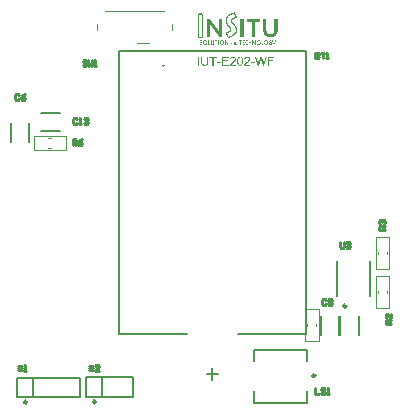
<source format=gto>
G04*
G04 #@! TF.GenerationSoftware,Altium Limited,Altium Designer,18.1.6 (161)*
G04*
G04 Layer_Color=65535*
%FSTAX24Y24*%
%MOIN*%
G70*
G01*
G75*
%ADD10C,0.0098*%
%ADD11C,0.0079*%
%ADD12C,0.0040*%
%ADD13C,0.0050*%
%ADD14C,0.0039*%
%ADD15C,0.0100*%
G36*
X01148Y014616D02*
X011488D01*
Y014614D01*
X011496D01*
Y014612D01*
X0115D01*
Y01461D01*
X011502D01*
Y014608D01*
X011504D01*
Y014606D01*
X011508D01*
Y014604D01*
Y014602D01*
X01151D01*
Y0146D01*
X011512D01*
Y014598D01*
X011514Y014598D01*
Y014596D01*
X011514Y014594D01*
X011516D01*
Y014592D01*
Y01459D01*
X011518D01*
Y014588D01*
Y014586D01*
Y014584D01*
X01152D01*
Y014582D01*
X01152Y01458D01*
X011522D01*
Y014578D01*
Y014576D01*
Y014574D01*
X011524D01*
Y014572D01*
Y01457D01*
X011526D01*
Y014568D01*
X011526Y014566D01*
X011526Y014564D01*
X011528Y014564D01*
Y014562D01*
Y01456D01*
X01153D01*
Y014558D01*
Y014556D01*
X011532D01*
Y014554D01*
Y014552D01*
Y01455D01*
X011534D01*
Y014548D01*
Y014546D01*
X011536D01*
Y014544D01*
Y014542D01*
Y01454D01*
X011538D01*
Y014538D01*
X011538Y014536D01*
X01154D01*
Y014534D01*
X01154Y014532D01*
X011542Y014532D01*
Y01453D01*
Y014528D01*
Y014526D01*
X011544D01*
X011544Y014524D01*
X011544Y014522D01*
X011546D01*
Y01452D01*
Y014518D01*
Y014516D01*
X011548D01*
Y014514D01*
Y014512D01*
X01155Y014512D01*
Y01451D01*
X01155Y014508D01*
X011552D01*
Y014506D01*
X011552Y014504D01*
Y014502D01*
X011554D01*
Y0145D01*
Y014498D01*
X011556D01*
Y014496D01*
Y014494D01*
Y014492D01*
X011558Y014492D01*
X011558Y01449D01*
Y014488D01*
X01156D01*
Y014486D01*
Y014484D01*
X011562D01*
Y014482D01*
Y01448D01*
Y014478D01*
Y014476D01*
Y014474D01*
X011564D01*
Y014472D01*
Y01447D01*
Y014468D01*
Y014466D01*
X011566D01*
Y014464D01*
Y014462D01*
X011564D01*
Y01446D01*
Y014458D01*
Y014456D01*
Y014454D01*
X011562D01*
Y014452D01*
Y01445D01*
Y014448D01*
Y014446D01*
Y014444D01*
X01156Y014444D01*
Y014442D01*
X011558D01*
Y01444D01*
X011556D01*
Y014438D01*
Y014436D01*
X011554D01*
Y014434D01*
X011552D01*
Y014432D01*
X011548D01*
Y01443D01*
X011546D01*
Y014428D01*
X011544D01*
Y014426D01*
X011536D01*
Y014424D01*
X011528Y014424D01*
Y014422D01*
X011522Y014422D01*
Y01442D01*
X011516Y01442D01*
X011516Y014418D01*
X011508D01*
Y014416D01*
X011502D01*
Y014414D01*
X011496D01*
Y014412D01*
X011492D01*
Y01441D01*
X011486Y01441D01*
Y014408D01*
X011482D01*
Y014406D01*
X011476D01*
Y014404D01*
X011472D01*
X011472Y014402D01*
X011468D01*
Y0144D01*
X011464D01*
Y014398D01*
X01146D01*
Y014396D01*
X011456D01*
Y014394D01*
X011452D01*
Y014392D01*
X011448D01*
X011448Y01439D01*
X011446D01*
Y014388D01*
X011442D01*
Y014386D01*
X01144D01*
Y014384D01*
X011436D01*
X011436Y014382D01*
X011434D01*
Y01438D01*
X011432Y01438D01*
Y014378D01*
X01143D01*
X01143Y014376D01*
X011428D01*
X011428Y014374D01*
X011426D01*
Y014372D01*
X011424D01*
Y01437D01*
X011422D01*
Y014368D01*
Y014366D01*
X01142D01*
Y014364D01*
X011418D01*
Y014362D01*
Y01436D01*
X011416D01*
Y014358D01*
Y014356D01*
Y014354D01*
X011414D01*
Y014352D01*
Y01435D01*
Y014348D01*
Y014346D01*
Y014344D01*
Y014342D01*
Y01434D01*
Y014338D01*
Y014336D01*
Y014334D01*
Y014332D01*
Y01433D01*
Y014328D01*
X011416D01*
Y014326D01*
Y014324D01*
Y014322D01*
X011418D01*
Y01432D01*
Y014318D01*
Y014316D01*
X01142D01*
Y014314D01*
Y014312D01*
X011422D01*
Y01431D01*
Y014308D01*
X011424D01*
Y014306D01*
Y014304D01*
X011426D01*
Y014302D01*
Y0143D01*
X011428D01*
X011428Y014298D01*
Y014296D01*
X01143D01*
X01143Y014294D01*
Y014293D01*
X011432Y014293D01*
Y01429D01*
Y014289D01*
X011434D01*
Y014287D01*
X011436D01*
X011436Y014285D01*
Y014283D01*
X011438D01*
Y014281D01*
X01144D01*
Y014279D01*
Y014277D01*
X011442D01*
Y014275D01*
X011444D01*
Y014273D01*
Y014271D01*
X011446D01*
Y014269D01*
X011448Y014269D01*
Y014267D01*
X01145Y014267D01*
X01145Y014265D01*
X01145Y014263D01*
X011452D01*
Y014261D01*
X011454D01*
Y014259D01*
X011456D01*
Y014257D01*
Y014255D01*
X011458D01*
Y014253D01*
X01146D01*
Y014251D01*
X011462D01*
Y014249D01*
X011464D01*
Y014247D01*
X011466D01*
Y014245D01*
X011468D01*
Y014243D01*
Y014241D01*
X01147Y014241D01*
X01147Y014239D01*
X011472D01*
Y014237D01*
X011474D01*
Y014235D01*
X011476D01*
Y014233D01*
X011478D01*
Y014231D01*
X01148D01*
Y014229D01*
X011482Y014229D01*
Y014227D01*
X011484D01*
Y014225D01*
X011486Y014225D01*
Y014223D01*
X011488D01*
Y014221D01*
X01149D01*
Y014219D01*
X011492D01*
Y014217D01*
Y014215D01*
X011494D01*
Y014213D01*
X011496D01*
Y014211D01*
X011498D01*
Y014209D01*
X0115D01*
Y014207D01*
X011502D01*
Y014205D01*
X011504D01*
Y014203D01*
X011506D01*
Y014201D01*
X011508D01*
Y014199D01*
Y014197D01*
X01151D01*
Y014195D01*
X011512D01*
Y014193D01*
X011514D01*
Y014191D01*
X011516Y014191D01*
Y014189D01*
Y014187D01*
X011518D01*
Y014185D01*
X01152D01*
X01152Y014183D01*
X011522D01*
Y014181D01*
X011524D01*
Y014179D01*
Y014177D01*
X011526D01*
X011526Y014175D01*
X011528Y014175D01*
Y014173D01*
Y014171D01*
X01153D01*
Y014169D01*
X011532D01*
Y014167D01*
X011534D01*
Y014165D01*
Y014163D01*
X011536D01*
Y014161D01*
X011538Y014161D01*
X011538Y014159D01*
X011538Y014157D01*
X01154D01*
Y014155D01*
X011542D01*
Y014153D01*
X011542Y014151D01*
X011544D01*
X011544Y014149D01*
X011546D01*
Y014147D01*
Y014145D01*
X011548D01*
X011548Y014143D01*
Y014141D01*
X01155D01*
X01155Y014139D01*
X011552D01*
Y014137D01*
X011552Y014135D01*
X011554D01*
Y014133D01*
Y014131D01*
X011556D01*
Y014129D01*
Y014127D01*
X011558D01*
Y014125D01*
Y014123D01*
X01156D01*
Y014121D01*
Y014119D01*
X011562D01*
X011562Y014117D01*
Y014115D01*
X011564D01*
Y014113D01*
Y014111D01*
Y014109D01*
X011566D01*
Y014107D01*
Y014105D01*
X011568D01*
Y014103D01*
Y014101D01*
Y014099D01*
X01157D01*
Y014097D01*
Y014095D01*
X01157Y014093D01*
X011572D01*
X011572Y014091D01*
Y014089D01*
Y014087D01*
Y014085D01*
X011574D01*
Y014083D01*
Y014081D01*
Y014079D01*
Y014077D01*
X011576Y014077D01*
X011576Y014075D01*
X011576Y014073D01*
Y014071D01*
Y014069D01*
X011578D01*
Y014067D01*
Y014065D01*
Y014063D01*
X011578Y014061D01*
X01158D01*
Y014059D01*
Y014057D01*
Y014055D01*
Y014053D01*
Y014051D01*
Y014049D01*
X011582D01*
X011582Y014047D01*
Y014045D01*
Y014043D01*
Y014041D01*
Y014039D01*
Y014037D01*
Y014035D01*
Y014033D01*
Y014031D01*
Y014029D01*
X011582Y014027D01*
X011582Y014025D01*
Y014023D01*
Y014021D01*
X011582Y014019D01*
X011582Y014017D01*
X011582Y014015D01*
X011582Y014013D01*
X011582Y014011D01*
Y014009D01*
X01158D01*
Y014007D01*
Y014005D01*
Y014003D01*
Y014001D01*
Y013999D01*
Y013997D01*
X011578D01*
Y013995D01*
Y013993D01*
Y013991D01*
Y013989D01*
X011576Y013989D01*
Y013987D01*
Y013985D01*
Y013983D01*
X011576Y013981D01*
X011574D01*
Y013979D01*
Y013977D01*
Y013975D01*
Y013973D01*
X011572D01*
Y013971D01*
Y013969D01*
Y013967D01*
X01157D01*
Y013965D01*
Y013963D01*
Y013961D01*
X011568D01*
Y013959D01*
Y013957D01*
Y013955D01*
X011566D01*
Y013953D01*
Y013951D01*
X011564D01*
Y013949D01*
Y013947D01*
X011562D01*
X011562Y013945D01*
X011562Y013943D01*
X01156D01*
Y013941D01*
Y013939D01*
X011558D01*
Y013937D01*
Y013935D01*
X011556D01*
Y013933D01*
X011554D01*
Y013931D01*
Y013929D01*
X011552D01*
Y013927D01*
X01155D01*
X01155Y013925D01*
X01155Y013923D01*
X011548D01*
Y013921D01*
X011546D01*
Y013919D01*
Y013917D01*
X011544D01*
X011544Y013915D01*
X011542D01*
Y013913D01*
Y013911D01*
X01154D01*
Y013909D01*
X011538D01*
Y013907D01*
X011536Y013907D01*
Y013905D01*
Y013903D01*
X011534D01*
Y013901D01*
X011532D01*
Y013899D01*
X01153D01*
Y013897D01*
X011528D01*
Y013895D01*
X011526D01*
Y013893D01*
X011524Y013893D01*
Y013891D01*
Y013889D01*
X011522Y013889D01*
Y013887D01*
X01152D01*
Y013885D01*
X011518D01*
Y013883D01*
X011516D01*
Y013881D01*
X011514Y013881D01*
Y013879D01*
X011512D01*
Y013878D01*
X01151D01*
Y013876D01*
X011508D01*
Y013874D01*
X011506D01*
Y013872D01*
X011502D01*
Y01387D01*
X0115D01*
Y013868D01*
X011498D01*
Y013866D01*
X011496D01*
Y013864D01*
X011494D01*
Y013862D01*
X011492D01*
Y01386D01*
X011488D01*
X011488Y013858D01*
X011486D01*
Y013856D01*
X011484Y013856D01*
Y013854D01*
X011482D01*
Y013852D01*
X011478D01*
Y01385D01*
X011476D01*
Y013848D01*
X011474D01*
Y013846D01*
X01147Y013846D01*
Y013844D01*
X011468Y013844D01*
Y013842D01*
X011466D01*
Y01384D01*
X011462D01*
Y013838D01*
X01146D01*
Y013836D01*
X011456D01*
Y013834D01*
X011454D01*
X011454Y013832D01*
X01145D01*
Y01383D01*
X011448D01*
Y013828D01*
X011444D01*
Y013826D01*
X011442D01*
X011442Y013824D01*
X011438D01*
Y013822D01*
X011436D01*
X011436Y01382D01*
X011432Y01382D01*
Y013818D01*
X011428D01*
X011428Y013816D01*
X011426D01*
Y013814D01*
X011422Y013814D01*
Y013812D01*
X011418D01*
Y01381D01*
X011414D01*
Y013808D01*
X01141D01*
X01141Y013806D01*
X011406D01*
Y013804D01*
X011402Y013804D01*
Y013802D01*
X011398D01*
Y0138D01*
X011394D01*
Y013798D01*
X011388D01*
Y013796D01*
X011384D01*
Y013794D01*
X01138Y013794D01*
Y013792D01*
X011376Y013792D01*
X011376Y01379D01*
X011372D01*
Y013788D01*
X011366D01*
Y013786D01*
X011362D01*
Y013784D01*
X011358D01*
Y013782D01*
X011354Y013782D01*
Y01378D01*
X01135D01*
Y013778D01*
X011346D01*
Y013776D01*
X01134D01*
Y013774D01*
X011336D01*
Y013772D01*
X011332D01*
Y01377D01*
X011328D01*
Y013768D01*
X011324D01*
Y013766D01*
X011318Y013766D01*
Y013764D01*
X011314D01*
Y013762D01*
X011306D01*
Y01376D01*
X011298D01*
Y013758D01*
X011292D01*
Y01376D01*
X011284D01*
Y013762D01*
X011276Y013762D01*
Y013764D01*
X011274D01*
Y013766D01*
X01127D01*
Y013768D01*
X011268Y013768D01*
Y01377D01*
X011266D01*
X011266Y013772D01*
X011264D01*
Y013774D01*
X011262D01*
Y013776D01*
Y013778D01*
X01126D01*
Y01378D01*
X011258D01*
X011258Y013782D01*
X011256D01*
Y013784D01*
Y013786D01*
X011256Y013788D01*
X011254D01*
Y01379D01*
Y013792D01*
X011252D01*
Y013794D01*
Y013796D01*
X01125D01*
Y013798D01*
Y0138D01*
Y013802D01*
X011248D01*
Y013804D01*
Y013806D01*
X011246D01*
Y013808D01*
Y01381D01*
X011244D01*
Y013812D01*
Y013814D01*
X011242D01*
Y013816D01*
Y013818D01*
Y01382D01*
X01124D01*
X01124Y013822D01*
Y013824D01*
X011238D01*
Y013826D01*
Y013828D01*
X011236D01*
Y01383D01*
Y013832D01*
X011235D01*
Y013834D01*
Y013836D01*
Y013838D01*
X011233D01*
Y01384D01*
Y013842D01*
X011231D01*
Y013844D01*
Y013846D01*
X011229D01*
Y013848D01*
Y01385D01*
Y013852D01*
X011227D01*
Y013854D01*
Y013856D01*
X011225D01*
Y013858D01*
Y01386D01*
X011223D01*
X011223Y013862D01*
X011223Y013864D01*
X011221D01*
Y013866D01*
Y013868D01*
Y01387D01*
X011219D01*
Y013872D01*
Y013874D01*
X011217D01*
Y013876D01*
Y013878D01*
X011215D01*
Y013879D01*
X011215Y013881D01*
X011215Y013883D01*
X011213D01*
Y013885D01*
Y013887D01*
X011211D01*
Y013889D01*
Y013891D01*
X011209D01*
X011209Y013893D01*
Y013895D01*
X011207D01*
Y013897D01*
X011207Y013899D01*
X011207Y013901D01*
X011205D01*
Y013903D01*
Y013905D01*
X011203D01*
Y013907D01*
Y013909D01*
Y013911D01*
Y013913D01*
X011201D01*
Y013915D01*
Y013917D01*
Y013919D01*
Y013921D01*
X011199D01*
Y013923D01*
Y013925D01*
Y013927D01*
X011201D01*
Y013929D01*
Y013931D01*
Y013933D01*
Y013935D01*
X011203D01*
Y013937D01*
Y013939D01*
Y013941D01*
Y013943D01*
X011205D01*
Y013945D01*
Y013947D01*
X011207D01*
Y013949D01*
X011209D01*
Y013951D01*
Y013953D01*
X011211D01*
Y013955D01*
X011213D01*
Y013957D01*
X011217D01*
Y013959D01*
X011219D01*
Y013961D01*
X011223D01*
X011223Y013963D01*
X011231D01*
Y013965D01*
X011238D01*
Y013967D01*
X011248D01*
Y013969D01*
X011256D01*
Y013971D01*
X011262D01*
Y013973D01*
X01127D01*
Y013975D01*
X011276D01*
Y013977D01*
X011282D01*
Y013979D01*
X011288D01*
Y013981D01*
X011292Y013981D01*
Y013983D01*
X011298D01*
Y013985D01*
X011302D01*
X011302Y013987D01*
X011306D01*
Y013989D01*
X01131Y013989D01*
Y013991D01*
X011316D01*
Y013993D01*
X011318D01*
Y013995D01*
X011322D01*
Y013997D01*
X011326D01*
Y013999D01*
X01133D01*
Y014001D01*
X011332D01*
Y014003D01*
X011334D01*
Y014005D01*
X011338D01*
Y014007D01*
X01134Y014007D01*
Y014009D01*
X011342D01*
X011342Y014011D01*
X011344Y014011D01*
Y014013D01*
Y014015D01*
X011346Y014015D01*
Y014017D01*
X011348D01*
Y014019D01*
Y014021D01*
X01135D01*
Y014023D01*
Y014025D01*
X011352D01*
Y014027D01*
Y014029D01*
Y014031D01*
Y014033D01*
Y014035D01*
Y014037D01*
Y014039D01*
Y014041D01*
X01135D01*
Y014043D01*
Y014045D01*
Y014047D01*
X01135Y014049D01*
X011348D01*
Y014051D01*
Y014053D01*
X011346D01*
Y014055D01*
Y014057D01*
Y014059D01*
X011344Y014059D01*
Y014061D01*
Y014063D01*
X011342D01*
Y014065D01*
Y014067D01*
X01134D01*
Y014069D01*
X011338D01*
Y014071D01*
Y014073D01*
X011336D01*
X011336Y014075D01*
X011336Y014077D01*
X011334Y014077D01*
Y014079D01*
X011332D01*
Y014081D01*
Y014083D01*
X01133D01*
Y014085D01*
X011328Y014085D01*
Y014087D01*
Y014089D01*
X011326D01*
Y014091D01*
X011324D01*
Y014093D01*
X011322D01*
X011322Y014095D01*
Y014097D01*
X01132D01*
Y014099D01*
X011318D01*
Y014101D01*
X011316Y014101D01*
Y014103D01*
X011314Y014103D01*
Y014105D01*
Y014107D01*
X011312D01*
Y014109D01*
X01131D01*
Y014111D01*
X011308D01*
Y014113D01*
X011306D01*
Y014115D01*
X011304D01*
Y014117D01*
X011302D01*
X011302Y014119D01*
X0113Y014119D01*
Y014121D01*
X011298Y014121D01*
Y014123D01*
X011296D01*
X011296Y014125D01*
X011294D01*
Y014127D01*
X011292D01*
Y014129D01*
Y014131D01*
X01129D01*
Y014133D01*
X011288Y014133D01*
Y014135D01*
X011284D01*
Y014137D01*
X011282D01*
Y014139D01*
X01128Y014139D01*
Y014141D01*
X011278D01*
Y014143D01*
X011276D01*
Y014145D01*
Y014147D01*
X011274D01*
Y014149D01*
X011272D01*
Y014151D01*
X01127D01*
Y014153D01*
X011268Y014153D01*
Y014155D01*
Y014157D01*
X011266D01*
Y014159D01*
X011264D01*
Y014161D01*
X011262D01*
Y014163D01*
X01126D01*
X01126Y014165D01*
Y014167D01*
X011258D01*
Y014169D01*
X011256D01*
Y014171D01*
Y014173D01*
X011254Y014173D01*
Y014175D01*
X011252D01*
Y014177D01*
X01125Y014177D01*
Y014179D01*
Y014181D01*
X011248D01*
Y014183D01*
X011246D01*
Y014185D01*
Y014187D01*
X011244D01*
Y014189D01*
X011242D01*
Y014191D01*
Y014193D01*
X01124Y014193D01*
X01124Y014195D01*
Y014197D01*
X011238D01*
Y014199D01*
X011236D01*
Y014201D01*
Y014203D01*
X011235D01*
Y014205D01*
Y014207D01*
X011233D01*
Y014209D01*
Y014211D01*
X011231D01*
Y014213D01*
Y014215D01*
X011229D01*
Y014217D01*
Y014219D01*
X011227D01*
Y014221D01*
Y014223D01*
X011225Y014223D01*
Y014225D01*
Y014227D01*
X011223D01*
X011223Y014229D01*
Y014231D01*
X011221D01*
Y014233D01*
Y014235D01*
Y014237D01*
X011219D01*
Y014239D01*
Y014241D01*
Y014243D01*
X011217D01*
Y014245D01*
Y014247D01*
Y014249D01*
X011215D01*
X011215Y014251D01*
Y014253D01*
X011215Y014255D01*
X011213D01*
Y014257D01*
Y014259D01*
Y014261D01*
X011211Y014261D01*
Y014263D01*
Y014265D01*
Y014267D01*
Y014269D01*
X011209Y014269D01*
Y014271D01*
Y014273D01*
Y014275D01*
Y014277D01*
X011207D01*
Y014279D01*
X011207Y014281D01*
Y014283D01*
Y014285D01*
X011205D01*
Y014287D01*
Y014289D01*
Y01429D01*
Y014293D01*
Y014294D01*
X011203D01*
Y014296D01*
Y014298D01*
Y0143D01*
Y014302D01*
Y014304D01*
Y014306D01*
X011201D01*
Y014308D01*
Y01431D01*
Y014312D01*
Y014314D01*
Y014316D01*
Y014318D01*
Y01432D01*
Y014322D01*
Y014324D01*
Y014326D01*
Y014328D01*
X011199D01*
Y01433D01*
Y014332D01*
Y014334D01*
Y014336D01*
Y014338D01*
Y01434D01*
Y014342D01*
Y014344D01*
Y014346D01*
Y014348D01*
Y01435D01*
X011201D01*
Y014352D01*
Y014354D01*
Y014356D01*
Y014358D01*
Y01436D01*
Y014362D01*
Y014364D01*
Y014366D01*
Y014368D01*
Y01437D01*
Y014372D01*
X011203D01*
Y014374D01*
Y014376D01*
Y014378D01*
Y01438D01*
Y014382D01*
Y014384D01*
X011205D01*
Y014386D01*
Y014388D01*
Y01439D01*
Y014392D01*
Y014394D01*
X011207D01*
X011207Y014396D01*
Y014398D01*
Y0144D01*
Y014402D01*
Y014404D01*
X011209D01*
X011209Y014406D01*
Y014408D01*
Y01441D01*
Y014412D01*
X011211Y014412D01*
Y014414D01*
Y014416D01*
X011211Y014418D01*
X011211Y01442D01*
X011213Y01442D01*
Y014422D01*
Y014424D01*
Y014426D01*
X011215D01*
Y014428D01*
Y01443D01*
Y014432D01*
X011217D01*
Y014434D01*
Y014436D01*
Y014438D01*
X011219D01*
Y01444D01*
Y014442D01*
Y014444D01*
X011221D01*
Y014446D01*
Y014448D01*
X011223D01*
Y01445D01*
Y014452D01*
X011225Y014452D01*
Y014454D01*
Y014456D01*
X011227Y014456D01*
Y014458D01*
Y01446D01*
X011229D01*
Y014462D01*
X011231D01*
Y014464D01*
Y014466D01*
X011233D01*
Y014468D01*
Y01447D01*
X011235D01*
Y014472D01*
X011236D01*
Y014474D01*
Y014476D01*
X011238D01*
Y014478D01*
X01124D01*
Y01448D01*
Y014482D01*
X011242Y014482D01*
Y014484D01*
X011244D01*
Y014486D01*
X011246D01*
X011246Y014488D01*
Y01449D01*
X011248D01*
Y014492D01*
X01125Y014492D01*
Y014494D01*
X011252D01*
Y014496D01*
X011254D01*
Y014498D01*
Y0145D01*
X011256D01*
Y014502D01*
X011258D01*
Y014504D01*
X01126D01*
X01126Y014506D01*
X011262D01*
Y014508D01*
X011264D01*
Y01451D01*
X011266D01*
X011266Y014512D01*
X011268D01*
Y014514D01*
X01127Y014514D01*
Y014516D01*
X011272D01*
Y014518D01*
X011274D01*
Y01452D01*
X011276D01*
Y014522D01*
X011278D01*
Y014524D01*
X011282D01*
X011282Y014526D01*
X011284D01*
Y014528D01*
X011286D01*
Y01453D01*
X011288D01*
Y014532D01*
X01129Y014532D01*
X01129Y014534D01*
X011294D01*
Y014536D01*
X011296D01*
X011296Y014538D01*
X011298Y014538D01*
Y01454D01*
X011302D01*
Y014542D01*
X011304D01*
Y014544D01*
X011308D01*
Y014546D01*
X01131Y014546D01*
Y014548D01*
X011314D01*
Y01455D01*
X011316D01*
X011316Y014552D01*
X01132D01*
Y014554D01*
X011322D01*
Y014556D01*
X011326D01*
Y014558D01*
X011328D01*
Y01456D01*
X011332Y01456D01*
Y014562D01*
X011336D01*
Y014564D01*
X011338Y014564D01*
Y014566D01*
X011342D01*
Y014568D01*
X011346Y014568D01*
Y01457D01*
X01135Y01457D01*
Y014572D01*
X011354D01*
Y014574D01*
X011358D01*
Y014576D01*
X011362D01*
Y014578D01*
X011366D01*
Y01458D01*
X01137D01*
Y014582D01*
X011376Y014582D01*
Y014584D01*
X01138D01*
Y014586D01*
X011384D01*
Y014588D01*
X01139D01*
Y01459D01*
X011394D01*
Y014592D01*
X0114D01*
Y014594D01*
X011404D01*
Y014596D01*
X01141D01*
X01141Y014598D01*
X011416D01*
Y0146D01*
X011422D01*
Y014602D01*
X011428D01*
Y014604D01*
X011434D01*
Y014606D01*
X01144D01*
Y014608D01*
X011446D01*
Y01461D01*
X011454D01*
Y014612D01*
X01146D01*
Y014614D01*
X011468D01*
Y014616D01*
X011476Y014616D01*
Y014618D01*
X01148D01*
Y014616D01*
D02*
G37*
G36*
X011083Y014396D02*
Y014394D01*
Y014392D01*
Y01439D01*
Y014388D01*
Y014386D01*
Y014384D01*
Y014382D01*
Y01438D01*
Y014378D01*
Y014376D01*
Y014374D01*
Y014372D01*
Y01437D01*
Y014368D01*
Y014366D01*
Y014364D01*
Y014362D01*
Y01436D01*
Y014358D01*
Y014356D01*
Y014354D01*
Y014352D01*
Y01435D01*
Y014348D01*
Y014346D01*
Y014344D01*
Y014342D01*
Y01434D01*
Y014338D01*
Y014336D01*
Y014334D01*
Y014332D01*
Y01433D01*
Y014328D01*
Y014326D01*
Y014324D01*
Y014322D01*
Y01432D01*
Y014318D01*
Y014316D01*
Y014314D01*
Y014312D01*
Y01431D01*
Y014308D01*
Y014306D01*
Y014304D01*
Y014302D01*
Y0143D01*
Y014298D01*
Y014296D01*
Y014294D01*
Y014293D01*
Y01429D01*
Y014289D01*
Y014287D01*
Y014285D01*
Y014283D01*
Y014281D01*
Y014279D01*
Y014277D01*
Y014275D01*
Y014273D01*
Y014271D01*
Y014269D01*
Y014267D01*
Y014265D01*
Y014263D01*
Y014261D01*
Y014259D01*
Y014257D01*
Y014255D01*
Y014253D01*
Y014251D01*
Y014249D01*
Y014247D01*
Y014245D01*
Y014243D01*
Y014241D01*
Y014239D01*
Y014237D01*
Y014235D01*
Y014233D01*
Y014231D01*
Y014229D01*
Y014227D01*
Y014225D01*
Y014223D01*
Y014221D01*
Y014219D01*
Y014217D01*
Y014215D01*
Y014213D01*
Y014211D01*
Y014209D01*
Y014207D01*
Y014205D01*
Y014203D01*
Y014201D01*
Y014199D01*
Y014197D01*
Y014195D01*
Y014193D01*
Y014191D01*
Y014189D01*
Y014187D01*
Y014185D01*
Y014183D01*
Y014181D01*
Y014179D01*
Y014177D01*
Y014175D01*
Y014173D01*
Y014171D01*
Y014169D01*
Y014167D01*
Y014165D01*
Y014163D01*
Y014161D01*
Y014159D01*
Y014157D01*
Y014155D01*
Y014153D01*
Y014151D01*
Y014149D01*
Y014147D01*
Y014145D01*
Y014143D01*
Y014141D01*
Y014139D01*
Y014137D01*
Y014135D01*
Y014133D01*
Y014131D01*
Y014129D01*
Y014127D01*
Y014125D01*
Y014123D01*
Y014121D01*
Y014119D01*
Y014117D01*
Y014115D01*
Y014113D01*
Y014111D01*
Y014109D01*
Y014107D01*
Y014105D01*
Y014103D01*
Y014101D01*
Y014099D01*
Y014097D01*
Y014095D01*
Y014093D01*
Y014091D01*
Y014089D01*
Y014087D01*
Y014085D01*
Y014083D01*
Y014081D01*
Y014079D01*
Y014077D01*
Y014075D01*
Y014073D01*
Y014071D01*
Y014069D01*
Y014067D01*
Y014065D01*
Y014063D01*
Y014061D01*
Y014059D01*
Y014057D01*
Y014055D01*
Y014053D01*
Y014051D01*
Y014049D01*
Y014047D01*
Y014045D01*
Y014043D01*
Y014041D01*
Y014039D01*
Y014037D01*
Y014035D01*
Y014033D01*
Y014031D01*
Y014029D01*
Y014027D01*
Y014025D01*
Y014023D01*
Y014021D01*
Y014019D01*
Y014017D01*
Y014015D01*
Y014013D01*
Y014011D01*
Y014009D01*
Y014007D01*
Y014005D01*
Y014003D01*
Y014001D01*
Y013999D01*
Y013997D01*
Y013995D01*
Y013993D01*
Y013991D01*
Y013989D01*
Y013987D01*
Y013985D01*
Y013983D01*
Y013981D01*
Y013979D01*
Y013977D01*
Y013975D01*
Y013973D01*
Y013971D01*
Y013969D01*
Y013967D01*
Y013965D01*
Y013963D01*
Y013961D01*
Y013959D01*
Y013957D01*
Y013955D01*
Y013953D01*
Y013951D01*
Y013949D01*
Y013947D01*
Y013945D01*
Y013943D01*
Y013941D01*
Y013939D01*
Y013937D01*
Y013935D01*
Y013933D01*
Y013931D01*
Y013929D01*
Y013927D01*
Y013925D01*
Y013923D01*
Y013921D01*
Y013919D01*
Y013917D01*
Y013915D01*
Y013913D01*
Y013911D01*
Y013909D01*
Y013907D01*
Y013905D01*
Y013903D01*
Y013901D01*
Y013899D01*
Y013897D01*
Y013895D01*
Y013893D01*
Y013891D01*
Y013889D01*
Y013887D01*
Y013885D01*
Y013883D01*
Y013881D01*
Y013879D01*
Y013878D01*
Y013876D01*
Y013874D01*
Y013872D01*
Y01387D01*
Y013868D01*
Y013866D01*
Y013864D01*
Y013862D01*
Y01386D01*
Y013858D01*
Y013856D01*
Y013854D01*
Y013852D01*
Y01385D01*
Y013848D01*
Y013846D01*
Y013844D01*
Y013842D01*
Y01384D01*
Y013838D01*
Y013836D01*
Y013834D01*
Y013832D01*
Y01383D01*
Y013828D01*
X011081D01*
Y013826D01*
Y013824D01*
X011081Y013822D01*
X011081Y01382D01*
Y013818D01*
Y013816D01*
X011079D01*
Y013814D01*
Y013812D01*
Y01381D01*
Y013808D01*
X011077D01*
X011077Y013806D01*
X011077Y013804D01*
X011075D01*
X011075Y013802D01*
Y0138D01*
X011073D01*
Y013798D01*
Y013796D01*
X011071D01*
Y013794D01*
X011069Y013794D01*
Y013792D01*
X011067Y013792D01*
Y01379D01*
X011065D01*
Y013788D01*
X011061D01*
Y013786D01*
X011057Y013786D01*
Y013784D01*
X011047D01*
Y013782D01*
X011035Y013782D01*
Y013784D01*
X011023D01*
Y013786D01*
X011017Y013786D01*
Y013788D01*
X011011Y013788D01*
Y01379D01*
X011007D01*
Y013792D01*
X011005Y013792D01*
Y013794D01*
X011001D01*
Y013796D01*
X010999D01*
Y013798D01*
X010995D01*
Y0138D01*
X010993D01*
Y013802D01*
X010991D01*
Y013804D01*
X010989D01*
Y013806D01*
X010987D01*
Y013808D01*
X010985D01*
Y01381D01*
X010983D01*
Y013812D01*
X010981D01*
Y013814D01*
X010979D01*
Y013816D01*
X010977D01*
Y013818D01*
X010975D01*
Y01382D01*
X010973D01*
Y013822D01*
X010971D01*
Y013824D01*
X010969D01*
Y013826D01*
X010967D01*
Y013828D01*
Y01383D01*
X010965D01*
Y013832D01*
X010963D01*
X010963Y013834D01*
X010961D01*
X010961Y013836D01*
Y013838D01*
X010959D01*
Y01384D01*
X010957D01*
Y013842D01*
X010955D01*
X010955Y013844D01*
Y013846D01*
X010953D01*
Y013848D01*
X010951D01*
Y01385D01*
X010949Y01385D01*
Y013852D01*
Y013854D01*
X010947D01*
Y013856D01*
X010945D01*
Y013858D01*
X010943D01*
Y01386D01*
Y013862D01*
X010941D01*
Y013864D01*
X010939D01*
X010939Y013866D01*
X010937D01*
Y013868D01*
X010935D01*
Y01387D01*
Y013872D01*
X010933D01*
Y013874D01*
X010931D01*
X010931Y013876D01*
X010929D01*
Y013878D01*
Y013879D01*
X010927D01*
Y013881D01*
X010925Y013881D01*
Y013883D01*
X010923D01*
Y013885D01*
Y013887D01*
X010921D01*
Y013889D01*
X010919Y013889D01*
X010919Y013891D01*
X010917D01*
Y013893D01*
Y013895D01*
X010915D01*
Y013897D01*
X010913D01*
Y013899D01*
X010911D01*
Y013901D01*
Y013903D01*
X010909D01*
Y013905D01*
X010907Y013905D01*
Y013907D01*
X010905D01*
Y013909D01*
X010903D01*
Y013911D01*
Y013913D01*
X010901D01*
Y013915D01*
X010899D01*
Y013917D01*
X010897D01*
Y013919D01*
Y013921D01*
X010895D01*
Y013923D01*
X010893D01*
Y013925D01*
X010891D01*
Y013927D01*
Y013929D01*
X010889D01*
Y013931D01*
X010887D01*
X010887Y013933D01*
X010885Y013933D01*
Y013935D01*
X010885Y013937D01*
X010883D01*
Y013939D01*
X010881D01*
Y013941D01*
X010879D01*
Y013943D01*
Y013945D01*
X010877D01*
Y013947D01*
X010875Y013947D01*
Y013949D01*
X010873D01*
Y013951D01*
Y013953D01*
X010871D01*
Y013955D01*
X010869D01*
Y013957D01*
X010867Y013957D01*
X010867Y013959D01*
X010865D01*
Y013961D01*
Y013963D01*
X010863D01*
Y013965D01*
X010861D01*
X010861Y013967D01*
X010859D01*
X010859Y013969D01*
Y013971D01*
X010857D01*
Y013973D01*
X010855Y013973D01*
Y013975D01*
X010853D01*
X010853Y013977D01*
X010853Y013979D01*
X010851D01*
X010851Y013981D01*
X010849Y013981D01*
Y013983D01*
X010847D01*
Y013985D01*
Y013987D01*
X010845D01*
Y013989D01*
X010843D01*
X010843Y013991D01*
X010841D01*
Y013993D01*
Y013995D01*
X010839D01*
Y013997D01*
X010837D01*
Y013999D01*
X010835D01*
Y014001D01*
X010833D01*
Y014003D01*
Y014005D01*
X010831D01*
Y014007D01*
X010829Y014007D01*
Y014009D01*
X010827D01*
Y014011D01*
Y014013D01*
X010826D01*
Y014015D01*
X010824D01*
X010824Y014017D01*
X010822D01*
Y014019D01*
Y014021D01*
X01082D01*
Y014023D01*
X010818D01*
Y014025D01*
X010816D01*
Y014027D01*
Y014029D01*
X010814D01*
Y014031D01*
X010812D01*
Y014033D01*
X01081Y014033D01*
X01081Y014035D01*
X01081Y014037D01*
X010808D01*
Y014039D01*
X010806D01*
Y014041D01*
X010804Y014041D01*
Y014043D01*
Y014045D01*
X010802D01*
Y014047D01*
X0108D01*
Y014049D01*
X010798D01*
Y014051D01*
X010796D01*
Y014053D01*
Y014055D01*
X010794Y014055D01*
Y014057D01*
X010792D01*
Y014059D01*
X01079Y014059D01*
Y014061D01*
Y014063D01*
X010788D01*
Y014065D01*
X010786D01*
Y014067D01*
X010784D01*
X010784Y014069D01*
Y014071D01*
X010782Y014071D01*
Y014073D01*
X01078D01*
Y014075D01*
X010778D01*
Y014077D01*
Y014079D01*
X010776Y014079D01*
Y014081D01*
X010774D01*
Y014083D01*
X010772D01*
X010772Y014085D01*
Y014087D01*
X01077D01*
Y014089D01*
X010768D01*
Y014091D01*
X010766D01*
X010766Y014093D01*
X010764D01*
Y014095D01*
Y014097D01*
X010762Y014097D01*
Y014099D01*
X01076D01*
Y014101D01*
X010758Y014101D01*
Y014103D01*
Y014105D01*
X010756D01*
Y014107D01*
X010754D01*
Y014109D01*
X010752Y014109D01*
Y014111D01*
Y014113D01*
X01075D01*
Y014115D01*
X010748D01*
X010748Y014117D01*
X010746D01*
Y014119D01*
Y014121D01*
X010744D01*
Y014123D01*
X010742D01*
X010742Y014125D01*
X01074D01*
Y014127D01*
Y014129D01*
X010738D01*
Y014131D01*
X010736D01*
Y014133D01*
X010734Y014133D01*
Y014135D01*
Y014137D01*
X010732D01*
Y014139D01*
X01073D01*
Y014141D01*
X010728D01*
Y014143D01*
X010726D01*
Y014145D01*
Y014147D01*
X010724D01*
Y014149D01*
X010722D01*
X010722Y014151D01*
X01072D01*
X01072Y014153D01*
X01072Y014155D01*
X010718D01*
Y014157D01*
X010716D01*
Y014159D01*
X010714D01*
Y014161D01*
Y014163D01*
X010712D01*
Y014165D01*
X01071D01*
Y014167D01*
X010708D01*
Y014169D01*
Y014171D01*
X010706D01*
Y014173D01*
X010704Y014173D01*
Y014175D01*
X010702D01*
X010702Y014177D01*
Y014179D01*
X0107D01*
Y014181D01*
X010698D01*
Y014183D01*
X010696D01*
Y014185D01*
X010694Y014185D01*
Y014187D01*
Y014189D01*
X010692D01*
Y014191D01*
X01069D01*
Y014193D01*
X010688Y014193D01*
Y014195D01*
Y014197D01*
X010686D01*
Y014199D01*
X010684D01*
Y014201D01*
X010682D01*
Y014203D01*
Y014205D01*
X01068Y014205D01*
Y014207D01*
X010678D01*
Y014205D01*
Y014203D01*
Y014201D01*
Y014199D01*
Y014197D01*
Y014195D01*
Y014193D01*
Y014191D01*
Y014189D01*
Y014187D01*
Y014185D01*
Y014183D01*
Y014181D01*
Y014179D01*
Y014177D01*
Y014175D01*
Y014173D01*
Y014171D01*
Y014169D01*
Y014167D01*
Y014165D01*
Y014163D01*
Y014161D01*
Y014159D01*
Y014157D01*
Y014155D01*
Y014153D01*
Y014151D01*
Y014149D01*
Y014147D01*
Y014145D01*
Y014143D01*
Y014141D01*
Y014139D01*
Y014137D01*
Y014135D01*
Y014133D01*
Y014131D01*
Y014129D01*
Y014127D01*
Y014125D01*
Y014123D01*
Y014121D01*
Y014119D01*
Y014117D01*
Y014115D01*
Y014113D01*
Y014111D01*
Y014109D01*
Y014107D01*
Y014105D01*
Y014103D01*
Y014101D01*
Y014099D01*
Y014097D01*
Y014095D01*
Y014093D01*
Y014091D01*
Y014089D01*
Y014087D01*
Y014085D01*
Y014083D01*
Y014081D01*
Y014079D01*
Y014077D01*
Y014075D01*
Y014073D01*
Y014071D01*
Y014069D01*
Y014067D01*
Y014065D01*
Y014063D01*
Y014061D01*
Y014059D01*
Y014057D01*
Y014055D01*
Y014053D01*
Y014051D01*
Y014049D01*
Y014047D01*
Y014045D01*
Y014043D01*
Y014041D01*
Y014039D01*
Y014037D01*
Y014035D01*
Y014033D01*
Y014031D01*
Y014029D01*
Y014027D01*
Y014025D01*
Y014023D01*
Y014021D01*
Y014019D01*
Y014017D01*
Y014015D01*
Y014013D01*
Y014011D01*
Y014009D01*
Y014007D01*
Y014005D01*
Y014003D01*
Y014001D01*
Y013999D01*
Y013997D01*
Y013995D01*
Y013993D01*
Y013991D01*
Y013989D01*
Y013987D01*
Y013985D01*
Y013983D01*
Y013981D01*
Y013979D01*
Y013977D01*
Y013975D01*
Y013973D01*
Y013971D01*
Y013969D01*
Y013967D01*
Y013965D01*
Y013963D01*
Y013961D01*
Y013959D01*
Y013957D01*
Y013955D01*
Y013953D01*
Y013951D01*
Y013949D01*
Y013947D01*
Y013945D01*
Y013943D01*
Y013941D01*
Y013939D01*
Y013937D01*
Y013935D01*
Y013933D01*
Y013931D01*
Y013929D01*
Y013927D01*
Y013925D01*
Y013923D01*
Y013921D01*
Y013919D01*
Y013917D01*
Y013915D01*
Y013913D01*
Y013911D01*
Y013909D01*
Y013907D01*
Y013905D01*
Y013903D01*
Y013901D01*
Y013899D01*
Y013897D01*
Y013895D01*
Y013893D01*
Y013891D01*
Y013889D01*
Y013887D01*
Y013885D01*
Y013883D01*
Y013881D01*
Y013879D01*
Y013878D01*
Y013876D01*
Y013874D01*
Y013872D01*
Y01387D01*
Y013868D01*
Y013866D01*
Y013864D01*
Y013862D01*
Y01386D01*
Y013858D01*
Y013856D01*
Y013854D01*
Y013852D01*
Y01385D01*
Y013848D01*
Y013846D01*
Y013844D01*
Y013842D01*
Y01384D01*
Y013838D01*
Y013836D01*
Y013834D01*
Y013832D01*
Y01383D01*
Y013828D01*
Y013826D01*
Y013824D01*
Y013822D01*
Y01382D01*
Y013818D01*
Y013816D01*
Y013814D01*
Y013812D01*
Y01381D01*
Y013808D01*
Y013806D01*
Y013804D01*
Y013802D01*
Y0138D01*
Y013798D01*
Y013796D01*
Y013794D01*
Y013792D01*
Y01379D01*
Y013788D01*
X010574D01*
Y01379D01*
Y013792D01*
Y013794D01*
Y013796D01*
Y013798D01*
Y0138D01*
Y013802D01*
Y013804D01*
Y013806D01*
Y013808D01*
Y01381D01*
Y013812D01*
Y013814D01*
Y013816D01*
Y013818D01*
Y01382D01*
Y013822D01*
Y013824D01*
Y013826D01*
Y013828D01*
Y01383D01*
Y013832D01*
Y013834D01*
Y013836D01*
Y013838D01*
Y01384D01*
Y013842D01*
Y013844D01*
Y013846D01*
Y013848D01*
Y01385D01*
Y013852D01*
Y013854D01*
Y013856D01*
Y013858D01*
Y01386D01*
Y013862D01*
Y013864D01*
Y013866D01*
Y013868D01*
Y01387D01*
Y013872D01*
Y013874D01*
Y013876D01*
Y013878D01*
Y013879D01*
Y013881D01*
Y013883D01*
Y013885D01*
Y013887D01*
Y013889D01*
Y013891D01*
Y013893D01*
Y013895D01*
Y013897D01*
Y013899D01*
Y013901D01*
Y013903D01*
Y013905D01*
Y013907D01*
Y013909D01*
Y013911D01*
Y013913D01*
Y013915D01*
Y013917D01*
Y013919D01*
Y013921D01*
Y013923D01*
Y013925D01*
Y013927D01*
Y013929D01*
Y013931D01*
Y013933D01*
Y013935D01*
Y013937D01*
Y013939D01*
Y013941D01*
Y013943D01*
Y013945D01*
Y013947D01*
Y013949D01*
Y013951D01*
Y013953D01*
Y013955D01*
Y013957D01*
Y013959D01*
Y013961D01*
Y013963D01*
Y013965D01*
Y013967D01*
Y013969D01*
Y013971D01*
Y013973D01*
Y013975D01*
Y013977D01*
Y013979D01*
Y013981D01*
Y013983D01*
Y013985D01*
Y013987D01*
Y013989D01*
Y013991D01*
Y013993D01*
Y013995D01*
Y013997D01*
Y013999D01*
Y014001D01*
Y014003D01*
Y014005D01*
Y014007D01*
Y014009D01*
Y014011D01*
Y014013D01*
Y014015D01*
Y014017D01*
Y014019D01*
Y014021D01*
Y014023D01*
Y014025D01*
Y014027D01*
Y014029D01*
Y014031D01*
Y014033D01*
Y014035D01*
Y014037D01*
Y014039D01*
Y014041D01*
Y014043D01*
Y014045D01*
Y014047D01*
Y014049D01*
Y014051D01*
Y014053D01*
Y014055D01*
Y014057D01*
Y014059D01*
Y014061D01*
Y014063D01*
Y014065D01*
Y014067D01*
Y014069D01*
Y014071D01*
Y014073D01*
Y014075D01*
Y014077D01*
Y014079D01*
Y014081D01*
Y014083D01*
Y014085D01*
Y014087D01*
Y014089D01*
Y014091D01*
Y014093D01*
Y014095D01*
Y014097D01*
Y014099D01*
Y014101D01*
Y014103D01*
Y014105D01*
Y014107D01*
Y014109D01*
Y014111D01*
Y014113D01*
Y014115D01*
Y014117D01*
Y014119D01*
Y014121D01*
Y014123D01*
Y014125D01*
Y014127D01*
Y014129D01*
Y014131D01*
Y014133D01*
Y014135D01*
Y014137D01*
Y014139D01*
Y014141D01*
Y014143D01*
Y014145D01*
Y014147D01*
Y014149D01*
Y014151D01*
Y014153D01*
Y014155D01*
Y014157D01*
Y014159D01*
Y014161D01*
Y014163D01*
Y014165D01*
Y014167D01*
Y014169D01*
Y014171D01*
Y014173D01*
Y014175D01*
Y014177D01*
Y014179D01*
Y014181D01*
Y014183D01*
Y014185D01*
Y014187D01*
Y014189D01*
Y014191D01*
Y014193D01*
Y014195D01*
Y014197D01*
Y014199D01*
Y014201D01*
Y014203D01*
Y014205D01*
Y014207D01*
Y014209D01*
Y014211D01*
Y014213D01*
Y014215D01*
Y014217D01*
Y014219D01*
Y014221D01*
Y014223D01*
Y014225D01*
Y014227D01*
Y014229D01*
Y014231D01*
Y014233D01*
Y014235D01*
Y014237D01*
Y014239D01*
Y014241D01*
Y014243D01*
Y014245D01*
Y014247D01*
Y014249D01*
Y014251D01*
Y014253D01*
Y014255D01*
Y014257D01*
Y014259D01*
Y014261D01*
Y014263D01*
Y014265D01*
Y014267D01*
Y014269D01*
Y014271D01*
Y014273D01*
Y014275D01*
Y014277D01*
Y014279D01*
Y014281D01*
Y014283D01*
Y014285D01*
Y014287D01*
Y014289D01*
Y01429D01*
Y014293D01*
Y014294D01*
Y014296D01*
Y014298D01*
Y0143D01*
Y014302D01*
Y014304D01*
Y014306D01*
Y014308D01*
Y01431D01*
Y014312D01*
Y014314D01*
Y014316D01*
Y014318D01*
Y01432D01*
Y014322D01*
Y014324D01*
Y014326D01*
Y014328D01*
Y01433D01*
Y014332D01*
Y014334D01*
Y014336D01*
Y014338D01*
Y01434D01*
Y014342D01*
Y014344D01*
Y014346D01*
Y014348D01*
Y01435D01*
Y014352D01*
X010576D01*
Y014354D01*
Y014356D01*
Y014358D01*
Y01436D01*
X010576Y014362D01*
X010576Y014364D01*
X010578Y014364D01*
Y014366D01*
Y014368D01*
X01058D01*
Y01437D01*
Y014372D01*
Y014374D01*
X010582D01*
Y014376D01*
X010584Y014376D01*
Y014378D01*
Y01438D01*
X010586Y01438D01*
Y014382D01*
X010588D01*
Y014384D01*
X01059D01*
Y014386D01*
X010592D01*
Y014388D01*
X010594D01*
X010594Y01439D01*
X010598Y01439D01*
Y014392D01*
X010602D01*
X010602Y014394D01*
X010608D01*
Y014396D01*
X010618D01*
Y014398D01*
X010636Y014398D01*
Y014396D01*
X010646D01*
X010646Y014394D01*
X010652D01*
Y014392D01*
X010656D01*
Y01439D01*
X01066D01*
Y014388D01*
X010664D01*
Y014386D01*
X010666D01*
Y014384D01*
X010668D01*
Y014382D01*
X010672Y014382D01*
Y01438D01*
X010674Y01438D01*
Y014378D01*
X010676D01*
Y014376D01*
X010678D01*
Y014374D01*
X01068D01*
Y014372D01*
X010682D01*
Y01437D01*
Y014368D01*
X010684D01*
Y014366D01*
X010686D01*
X010686Y014364D01*
X010688D01*
Y014362D01*
Y01436D01*
X01069Y01436D01*
Y014358D01*
X010692D01*
Y014356D01*
X010694Y014356D01*
Y014354D01*
Y014352D01*
X010696D01*
Y01435D01*
X010698D01*
Y014348D01*
X0107D01*
Y014346D01*
X010702D01*
Y014344D01*
X010702Y014342D01*
X010704D01*
X010704Y01434D01*
X010706D01*
Y014338D01*
X010708D01*
Y014336D01*
Y014334D01*
X01071D01*
Y014332D01*
X010712D01*
Y01433D01*
X010714D01*
Y014328D01*
Y014326D01*
X010716D01*
X010716Y014324D01*
X010718D01*
Y014322D01*
X01072D01*
X01072Y01432D01*
X01072Y014318D01*
X010722Y014318D01*
Y014316D01*
X010724D01*
Y014314D01*
X010726D01*
Y014312D01*
Y01431D01*
X010728D01*
Y014308D01*
X01073D01*
Y014306D01*
X010732D01*
Y014304D01*
X010734D01*
Y014302D01*
Y0143D01*
X010736Y0143D01*
Y014298D01*
X010738D01*
Y014296D01*
X01074D01*
Y014294D01*
Y014293D01*
X010742D01*
Y01429D01*
X010744D01*
Y014289D01*
X010746D01*
Y014287D01*
Y014285D01*
X010748D01*
Y014283D01*
X01075D01*
Y014281D01*
X010752D01*
Y014279D01*
Y014277D01*
X010754D01*
Y014275D01*
X010756D01*
Y014273D01*
X010758D01*
Y014271D01*
Y014269D01*
X01076Y014269D01*
X01076Y014267D01*
X010762D01*
Y014265D01*
X010764D01*
X010764Y014263D01*
Y014261D01*
X010766Y014261D01*
Y014259D01*
X010768D01*
Y014257D01*
X01077D01*
Y014255D01*
X010772Y014255D01*
Y014253D01*
Y014251D01*
X010774D01*
Y014249D01*
X010776D01*
Y014247D01*
X010778D01*
Y014245D01*
X010778Y014243D01*
X01078D01*
Y014241D01*
X010782D01*
X010782Y014239D01*
X010784D01*
Y014237D01*
Y014235D01*
X010786D01*
Y014233D01*
X010788D01*
Y014231D01*
X01079D01*
Y014229D01*
Y014227D01*
X010792Y014227D01*
Y014225D01*
X010794D01*
Y014223D01*
X010796Y014223D01*
X010796Y014221D01*
Y014219D01*
X010798D01*
X010798Y014217D01*
X0108D01*
Y014215D01*
X010802D01*
Y014213D01*
Y014211D01*
X010804D01*
Y014209D01*
X010806D01*
Y014207D01*
X010808Y014207D01*
Y014205D01*
X01081D01*
Y014203D01*
Y014201D01*
X010812D01*
Y014199D01*
X010814D01*
Y014197D01*
X010816D01*
Y014195D01*
X010816Y014193D01*
X010818Y014193D01*
Y014191D01*
X01082D01*
Y014189D01*
X010822D01*
Y014187D01*
Y014185D01*
X010824Y014185D01*
Y014183D01*
X010826D01*
Y014181D01*
X010827D01*
Y014179D01*
Y014177D01*
X010829D01*
X010829Y014175D01*
X010831Y014175D01*
Y014173D01*
X010833Y014173D01*
Y014171D01*
Y014169D01*
X010835D01*
Y014167D01*
X010837D01*
Y014165D01*
X010839D01*
Y014163D01*
Y014161D01*
X010841Y014161D01*
Y014159D01*
X010843D01*
X010843Y014157D01*
X010845D01*
Y014155D01*
X010847D01*
Y014153D01*
Y014151D01*
X010849D01*
X010849Y014149D01*
X010851D01*
Y014147D01*
X010853D01*
Y014145D01*
Y014143D01*
X010855D01*
Y014141D01*
X010857Y014141D01*
Y014139D01*
X010859D01*
X010859Y014137D01*
Y014135D01*
X010861D01*
X010861Y014133D01*
X010863D01*
Y014131D01*
X010865D01*
Y014129D01*
Y014127D01*
X010867D01*
Y014125D01*
X010869D01*
X010869Y014123D01*
X010871D01*
Y014121D01*
Y014119D01*
X010873D01*
X010873Y014117D01*
X010875D01*
Y014115D01*
X010877D01*
Y014113D01*
X010879D01*
Y014111D01*
Y014109D01*
X010881D01*
Y014107D01*
X010883D01*
X010883Y014105D01*
X010885D01*
Y014103D01*
Y014101D01*
X010887D01*
Y014099D01*
X010889D01*
Y014097D01*
X010891D01*
X010891Y014095D01*
Y014093D01*
X010893D01*
Y014091D01*
X010895D01*
Y014089D01*
X010897Y014089D01*
Y014087D01*
Y014085D01*
X010899D01*
Y014083D01*
X010901D01*
Y014081D01*
X010903D01*
Y014079D01*
Y014077D01*
X010905Y014077D01*
Y014075D01*
X010907D01*
Y014073D01*
X010909Y014073D01*
Y014071D01*
Y014069D01*
X010911D01*
X010911Y014067D01*
X010913D01*
Y014065D01*
X010915D01*
Y014063D01*
X010917D01*
Y014061D01*
Y014059D01*
X010919D01*
Y014057D01*
X010921D01*
Y014055D01*
X010923D01*
X010923Y014053D01*
Y014051D01*
X010925D01*
Y014049D01*
X010927D01*
X010927Y014047D01*
X010929D01*
Y014045D01*
Y014043D01*
X010931D01*
X010931Y014041D01*
X010933D01*
Y014039D01*
X010935D01*
Y014037D01*
Y014035D01*
X010937D01*
Y014033D01*
X010939D01*
Y014031D01*
X010941D01*
Y014029D01*
Y014027D01*
X010943D01*
Y014025D01*
X010945D01*
Y014023D01*
X010947D01*
Y014021D01*
Y014019D01*
X010949D01*
Y014017D01*
X010951D01*
X010951Y014015D01*
X010953D01*
Y014013D01*
X010955D01*
X010955Y014011D01*
Y014009D01*
X010957D01*
Y014007D01*
X010959D01*
Y014005D01*
X010961D01*
Y014003D01*
Y014001D01*
X010963D01*
Y013999D01*
X010965D01*
Y013997D01*
X010967D01*
Y013995D01*
Y013993D01*
X010969D01*
Y013991D01*
X010971D01*
Y013989D01*
X010973D01*
Y013987D01*
Y013985D01*
X010975D01*
Y013983D01*
X010977D01*
Y013981D01*
X010979D01*
Y013983D01*
Y013985D01*
Y013987D01*
Y013989D01*
Y013991D01*
Y013993D01*
Y013995D01*
Y013997D01*
Y013999D01*
Y014001D01*
Y014003D01*
Y014005D01*
Y014007D01*
Y014009D01*
Y014011D01*
Y014013D01*
Y014015D01*
Y014017D01*
Y014019D01*
Y014021D01*
Y014023D01*
Y014025D01*
Y014027D01*
Y014029D01*
Y014031D01*
Y014033D01*
Y014035D01*
Y014037D01*
Y014039D01*
Y014041D01*
Y014043D01*
Y014045D01*
Y014047D01*
Y014049D01*
Y014051D01*
Y014053D01*
Y014055D01*
Y014057D01*
Y014059D01*
Y014061D01*
Y014063D01*
Y014065D01*
Y014067D01*
Y014069D01*
Y014071D01*
Y014073D01*
Y014075D01*
Y014077D01*
Y014079D01*
Y014081D01*
Y014083D01*
Y014085D01*
Y014087D01*
Y014089D01*
Y014091D01*
Y014093D01*
Y014095D01*
Y014097D01*
Y014099D01*
Y014101D01*
Y014103D01*
Y014105D01*
Y014107D01*
Y014109D01*
Y014111D01*
Y014113D01*
Y014115D01*
Y014117D01*
Y014119D01*
Y014121D01*
Y014123D01*
Y014125D01*
Y014127D01*
Y014129D01*
Y014131D01*
Y014133D01*
Y014135D01*
Y014137D01*
Y014139D01*
Y014141D01*
Y014143D01*
Y014145D01*
Y014147D01*
Y014149D01*
Y014151D01*
Y014153D01*
Y014155D01*
Y014157D01*
Y014159D01*
Y014161D01*
Y014163D01*
Y014165D01*
Y014167D01*
Y014169D01*
Y014171D01*
Y014173D01*
Y014175D01*
Y014177D01*
Y014179D01*
Y014181D01*
Y014183D01*
Y014185D01*
Y014187D01*
Y014189D01*
Y014191D01*
Y014193D01*
Y014195D01*
Y014197D01*
Y014199D01*
Y014201D01*
Y014203D01*
Y014205D01*
Y014207D01*
Y014209D01*
Y014211D01*
Y014213D01*
Y014215D01*
Y014217D01*
Y014219D01*
Y014221D01*
Y014223D01*
Y014225D01*
Y014227D01*
Y014229D01*
Y014231D01*
Y014233D01*
Y014235D01*
Y014237D01*
Y014239D01*
Y014241D01*
Y014243D01*
Y014245D01*
Y014247D01*
Y014249D01*
Y014251D01*
Y014253D01*
Y014255D01*
Y014257D01*
Y014259D01*
Y014261D01*
Y014263D01*
Y014265D01*
Y014267D01*
Y014269D01*
Y014271D01*
Y014273D01*
Y014275D01*
Y014277D01*
Y014279D01*
Y014281D01*
Y014283D01*
Y014285D01*
Y014287D01*
Y014289D01*
Y01429D01*
Y014293D01*
Y014294D01*
Y014296D01*
Y014298D01*
Y0143D01*
Y014302D01*
Y014304D01*
Y014306D01*
Y014308D01*
Y01431D01*
Y014312D01*
Y014314D01*
Y014316D01*
Y014318D01*
Y01432D01*
Y014322D01*
Y014324D01*
Y014326D01*
Y014328D01*
Y01433D01*
Y014332D01*
Y014334D01*
Y014336D01*
Y014338D01*
Y01434D01*
Y014342D01*
Y014344D01*
Y014346D01*
Y014348D01*
Y01435D01*
Y014352D01*
Y014354D01*
Y014356D01*
Y014358D01*
Y01436D01*
Y014362D01*
Y014364D01*
Y014366D01*
Y014368D01*
Y01437D01*
Y014372D01*
Y014374D01*
Y014376D01*
Y014378D01*
Y01438D01*
Y014382D01*
Y014384D01*
Y014386D01*
Y014388D01*
Y01439D01*
Y014392D01*
Y014394D01*
Y014396D01*
Y014398D01*
X011083D01*
Y014396D01*
D02*
G37*
G36*
X012932D02*
Y014394D01*
Y014392D01*
Y01439D01*
Y014388D01*
Y014386D01*
Y014384D01*
Y014382D01*
Y01438D01*
Y014378D01*
Y014376D01*
Y014374D01*
Y014372D01*
Y01437D01*
Y014368D01*
Y014366D01*
Y014364D01*
Y014362D01*
Y01436D01*
Y014358D01*
Y014356D01*
Y014354D01*
Y014352D01*
Y01435D01*
Y014348D01*
Y014346D01*
Y014344D01*
Y014342D01*
Y01434D01*
Y014338D01*
Y014336D01*
Y014334D01*
Y014332D01*
Y01433D01*
Y014328D01*
Y014326D01*
Y014324D01*
Y014322D01*
Y01432D01*
Y014318D01*
Y014316D01*
Y014314D01*
Y014312D01*
Y01431D01*
Y014308D01*
Y014306D01*
Y014304D01*
Y014302D01*
Y0143D01*
Y014298D01*
Y014296D01*
Y014294D01*
Y014293D01*
Y01429D01*
Y014289D01*
Y014287D01*
Y014285D01*
Y014283D01*
Y014281D01*
Y014279D01*
Y014277D01*
Y014275D01*
Y014273D01*
Y014271D01*
Y014269D01*
Y014267D01*
Y014265D01*
Y014263D01*
Y014261D01*
Y014259D01*
Y014257D01*
Y014255D01*
Y014253D01*
Y014251D01*
Y014249D01*
Y014247D01*
Y014245D01*
Y014243D01*
Y014241D01*
Y014239D01*
Y014237D01*
Y014235D01*
Y014233D01*
Y014231D01*
Y014229D01*
Y014227D01*
Y014225D01*
Y014223D01*
Y014221D01*
Y014219D01*
Y014217D01*
Y014215D01*
Y014213D01*
Y014211D01*
Y014209D01*
Y014207D01*
Y014205D01*
Y014203D01*
Y014201D01*
Y014199D01*
Y014197D01*
Y014195D01*
Y014193D01*
Y014191D01*
Y014189D01*
Y014187D01*
Y014185D01*
Y014183D01*
Y014181D01*
Y014179D01*
Y014177D01*
Y014175D01*
Y014173D01*
Y014171D01*
Y014169D01*
Y014167D01*
Y014165D01*
Y014163D01*
Y014161D01*
Y014159D01*
Y014157D01*
Y014155D01*
Y014153D01*
Y014151D01*
Y014149D01*
Y014147D01*
Y014145D01*
Y014143D01*
Y014141D01*
Y014139D01*
Y014137D01*
Y014135D01*
Y014133D01*
Y014131D01*
Y014129D01*
Y014127D01*
Y014125D01*
Y014123D01*
Y014121D01*
Y014119D01*
Y014117D01*
Y014115D01*
Y014113D01*
Y014111D01*
Y014109D01*
Y014107D01*
Y014105D01*
Y014103D01*
Y014101D01*
Y014099D01*
Y014097D01*
Y014095D01*
Y014093D01*
Y014091D01*
Y014089D01*
Y014087D01*
Y014085D01*
Y014083D01*
Y014081D01*
Y014079D01*
Y014077D01*
Y014075D01*
Y014073D01*
Y014071D01*
Y014069D01*
Y014067D01*
Y014065D01*
Y014063D01*
Y014061D01*
Y014059D01*
Y014057D01*
Y014055D01*
Y014053D01*
Y014051D01*
Y014049D01*
Y014047D01*
Y014045D01*
Y014043D01*
Y014041D01*
Y014039D01*
Y014037D01*
Y014035D01*
Y014033D01*
Y014031D01*
Y014029D01*
Y014027D01*
Y014025D01*
Y014023D01*
X01293D01*
Y014021D01*
Y014019D01*
Y014017D01*
Y014015D01*
Y014013D01*
Y014011D01*
Y014009D01*
Y014007D01*
Y014005D01*
Y014003D01*
X012928D01*
Y014001D01*
Y013999D01*
Y013997D01*
Y013995D01*
Y013993D01*
Y013991D01*
X012928Y013989D01*
X012926D01*
Y013987D01*
Y013985D01*
Y013983D01*
Y013981D01*
Y013979D01*
Y013977D01*
X012924D01*
Y013975D01*
Y013973D01*
Y013971D01*
Y013969D01*
Y013967D01*
X012922D01*
X012922Y013965D01*
X012922Y013963D01*
Y013961D01*
X012922Y013959D01*
X01292D01*
Y013957D01*
Y013955D01*
Y013953D01*
Y013951D01*
X012918D01*
Y013949D01*
Y013947D01*
Y013945D01*
X012916D01*
Y013943D01*
Y013941D01*
Y013939D01*
X012914D01*
Y013937D01*
Y013935D01*
Y013933D01*
X012912D01*
Y013931D01*
Y013929D01*
Y013927D01*
X01291D01*
Y013925D01*
Y013923D01*
Y013921D01*
X012908D01*
Y013919D01*
Y013917D01*
X012906D01*
Y013915D01*
Y013913D01*
X012904D01*
Y013911D01*
Y013909D01*
X012902D01*
Y013907D01*
X012902Y013905D01*
X0129D01*
Y013903D01*
Y013901D01*
X012898D01*
Y013899D01*
Y013897D01*
X012896D01*
Y013895D01*
Y013893D01*
X012894Y013893D01*
Y013891D01*
Y013889D01*
X012892Y013889D01*
Y013887D01*
Y013885D01*
X01289D01*
Y013883D01*
X012888D01*
Y013881D01*
Y013879D01*
X012887D01*
Y013878D01*
X012885D01*
Y013876D01*
Y013874D01*
X012883Y013874D01*
Y013872D01*
X012881D01*
Y01387D01*
X012879Y01387D01*
Y013868D01*
Y013866D01*
X012877D01*
Y013864D01*
X012875Y013864D01*
Y013862D01*
X012873Y013862D01*
Y01386D01*
X012871D01*
Y013858D01*
X012869D01*
Y013856D01*
X012867Y013856D01*
Y013854D01*
Y013852D01*
X012865D01*
Y01385D01*
X012863D01*
Y013848D01*
X012861D01*
Y013846D01*
X012859D01*
Y013844D01*
X012855D01*
Y013842D01*
X012853D01*
Y01384D01*
X012851D01*
Y013838D01*
X012849Y013838D01*
Y013836D01*
X012847D01*
X012847Y013834D01*
X012845D01*
Y013832D01*
X012841D01*
Y01383D01*
X012839D01*
Y013828D01*
X012835D01*
Y013826D01*
X012833D01*
Y013824D01*
X012829D01*
Y013822D01*
X012827D01*
X012827Y01382D01*
X012823Y01382D01*
Y013818D01*
X012819D01*
Y013816D01*
X012817Y013816D01*
Y013814D01*
X012813D01*
Y013812D01*
X012809D01*
Y01381D01*
X012803D01*
Y013808D01*
X012799D01*
Y013806D01*
X012795D01*
Y013804D01*
X012789D01*
X012789Y013802D01*
X012783D01*
Y0138D01*
X012777D01*
X012777Y013798D01*
X012769D01*
Y013796D01*
X012761D01*
Y013794D01*
X012749D01*
Y013792D01*
X012735D01*
X012735Y01379D01*
X012643D01*
X012643Y013792D01*
X012629D01*
Y013794D01*
X012617D01*
Y013796D01*
X012609D01*
Y013798D01*
X012601D01*
Y0138D01*
X012595D01*
Y013802D01*
X012589D01*
Y013804D01*
X012583D01*
Y013806D01*
X012579D01*
Y013808D01*
X012575D01*
Y01381D01*
X012569D01*
Y013812D01*
X012565D01*
Y013814D01*
X012561D01*
Y013816D01*
X012557D01*
Y013818D01*
X012555D01*
Y01382D01*
X012551Y01382D01*
Y013822D01*
X012547D01*
Y013824D01*
X012545Y013824D01*
Y013826D01*
X012541D01*
Y013828D01*
X012539D01*
Y01383D01*
X012537D01*
Y013832D01*
X012533D01*
Y013834D01*
X012531Y013834D01*
Y013836D01*
X012529D01*
X012529Y013838D01*
X012527D01*
Y01384D01*
X012525D01*
Y013842D01*
X012523D01*
Y013844D01*
X012519D01*
Y013846D01*
X012517D01*
Y013848D01*
X012515D01*
Y01385D01*
X012513D01*
Y013852D01*
Y013854D01*
X012511D01*
Y013856D01*
X012509Y013856D01*
Y013858D01*
X012507Y013858D01*
Y01386D01*
X012505D01*
X012505Y013862D01*
X012503D01*
Y013864D01*
X012501Y013864D01*
Y013866D01*
Y013868D01*
X012499D01*
Y01387D01*
X012497D01*
Y013872D01*
X012495D01*
Y013874D01*
Y013876D01*
X012493D01*
X012493Y013878D01*
X012491D01*
Y013879D01*
Y013881D01*
X012489Y013881D01*
Y013883D01*
X012487D01*
Y013885D01*
Y013887D01*
X012485D01*
Y013889D01*
Y013891D01*
X012483D01*
Y013893D01*
X012481D01*
Y013895D01*
Y013897D01*
X012479D01*
Y013899D01*
Y013901D01*
X012477Y013901D01*
Y013903D01*
Y013905D01*
X012476Y013905D01*
Y013907D01*
Y013909D01*
X012473D01*
Y013911D01*
Y013913D01*
X012471D01*
Y013915D01*
Y013917D01*
Y013919D01*
X01247Y013919D01*
Y013921D01*
Y013923D01*
X012468D01*
Y013925D01*
Y013927D01*
Y013929D01*
X012466D01*
Y013931D01*
Y013933D01*
Y013935D01*
X012464D01*
Y013937D01*
Y013939D01*
Y013941D01*
X012462D01*
Y013943D01*
Y013945D01*
X012462Y013947D01*
X01246D01*
Y013949D01*
Y013951D01*
Y013953D01*
Y013955D01*
X012458D01*
Y013957D01*
Y013959D01*
Y013961D01*
Y013963D01*
X012456D01*
X012456Y013965D01*
X012456Y013967D01*
Y013969D01*
X012456Y013971D01*
X012456Y013973D01*
X012454D01*
Y013975D01*
Y013977D01*
Y013979D01*
Y013981D01*
Y013983D01*
X012452D01*
Y013985D01*
Y013987D01*
Y013989D01*
Y013991D01*
Y013993D01*
Y013995D01*
X01245D01*
Y013997D01*
Y013999D01*
Y014001D01*
X01245Y014003D01*
Y014005D01*
X01245Y014007D01*
Y014009D01*
Y014011D01*
Y014013D01*
X012448D01*
Y014015D01*
Y014017D01*
Y014019D01*
Y014021D01*
Y014023D01*
Y014025D01*
Y014027D01*
Y014029D01*
Y014031D01*
Y014033D01*
Y014035D01*
Y014037D01*
Y014039D01*
Y014041D01*
Y014043D01*
X012446D01*
Y014045D01*
Y014047D01*
Y014049D01*
Y014051D01*
Y014053D01*
Y014055D01*
Y014057D01*
Y014059D01*
Y014061D01*
Y014063D01*
Y014065D01*
Y014067D01*
Y014069D01*
Y014071D01*
Y014073D01*
Y014075D01*
Y014077D01*
Y014079D01*
Y014081D01*
Y014083D01*
Y014085D01*
Y014087D01*
Y014089D01*
Y014091D01*
Y014093D01*
Y014095D01*
Y014097D01*
Y014099D01*
Y014101D01*
Y014103D01*
Y014105D01*
Y014107D01*
Y014109D01*
Y014111D01*
Y014113D01*
Y014115D01*
Y014117D01*
Y014119D01*
Y014121D01*
Y014123D01*
Y014125D01*
Y014127D01*
Y014129D01*
Y014131D01*
Y014133D01*
Y014135D01*
Y014137D01*
Y014139D01*
Y014141D01*
Y014143D01*
Y014145D01*
Y014147D01*
Y014149D01*
Y014151D01*
Y014153D01*
Y014155D01*
Y014157D01*
Y014159D01*
Y014161D01*
Y014163D01*
Y014165D01*
Y014167D01*
Y014169D01*
Y014171D01*
Y014173D01*
Y014175D01*
Y014177D01*
Y014179D01*
Y014181D01*
Y014183D01*
Y014185D01*
Y014187D01*
Y014189D01*
Y014191D01*
Y014193D01*
Y014195D01*
Y014197D01*
Y014199D01*
Y014201D01*
Y014203D01*
Y014205D01*
Y014207D01*
Y014209D01*
Y014211D01*
Y014213D01*
Y014215D01*
Y014217D01*
Y014219D01*
Y014221D01*
Y014223D01*
Y014225D01*
Y014227D01*
Y014229D01*
Y014231D01*
Y014233D01*
Y014235D01*
Y014237D01*
Y014239D01*
Y014241D01*
Y014243D01*
Y014245D01*
Y014247D01*
Y014249D01*
Y014251D01*
Y014253D01*
Y014255D01*
Y014257D01*
Y014259D01*
Y014261D01*
Y014263D01*
Y014265D01*
Y014267D01*
Y014269D01*
Y014271D01*
Y014273D01*
Y014275D01*
Y014277D01*
Y014279D01*
Y014281D01*
Y014283D01*
Y014285D01*
Y014287D01*
Y014289D01*
Y01429D01*
Y014293D01*
Y014294D01*
Y014296D01*
Y014298D01*
Y0143D01*
Y014302D01*
Y014304D01*
Y014306D01*
Y014308D01*
Y01431D01*
Y014312D01*
Y014314D01*
Y014316D01*
Y014318D01*
Y01432D01*
Y014322D01*
Y014324D01*
Y014326D01*
Y014328D01*
Y01433D01*
Y014332D01*
Y014334D01*
Y014336D01*
Y014338D01*
Y01434D01*
Y014342D01*
Y014344D01*
Y014346D01*
Y014348D01*
Y01435D01*
Y014352D01*
Y014354D01*
Y014356D01*
Y014358D01*
Y01436D01*
Y014362D01*
Y014364D01*
Y014366D01*
Y014368D01*
Y01437D01*
Y014372D01*
Y014374D01*
Y014376D01*
Y014378D01*
Y01438D01*
Y014382D01*
Y014384D01*
Y014386D01*
Y014388D01*
Y01439D01*
Y014392D01*
Y014394D01*
Y014396D01*
Y014398D01*
X012553Y014398D01*
Y014396D01*
Y014394D01*
Y014392D01*
Y01439D01*
Y014388D01*
Y014386D01*
Y014384D01*
Y014382D01*
Y01438D01*
Y014378D01*
Y014376D01*
Y014374D01*
Y014372D01*
Y01437D01*
Y014368D01*
Y014366D01*
X012553Y014364D01*
X012553Y014362D01*
Y01436D01*
Y014358D01*
Y014356D01*
Y014354D01*
Y014352D01*
Y01435D01*
Y014348D01*
Y014346D01*
Y014344D01*
Y014342D01*
Y01434D01*
Y014338D01*
Y014336D01*
X012553Y014334D01*
X012553Y014332D01*
Y01433D01*
Y014328D01*
X012553Y014326D01*
X012553Y014324D01*
Y014322D01*
Y01432D01*
Y014318D01*
Y014316D01*
Y014314D01*
Y014312D01*
Y01431D01*
Y014308D01*
Y014306D01*
Y014304D01*
Y014302D01*
Y0143D01*
Y014298D01*
Y014296D01*
X012553Y014294D01*
X012553Y014293D01*
Y01429D01*
Y014289D01*
Y014287D01*
Y014285D01*
Y014283D01*
Y014281D01*
Y014279D01*
Y014277D01*
Y014275D01*
Y014273D01*
Y014271D01*
Y014269D01*
Y014267D01*
X012553Y014265D01*
X012553Y014263D01*
Y014261D01*
Y014259D01*
Y014257D01*
Y014255D01*
Y014253D01*
Y014251D01*
Y014249D01*
Y014247D01*
Y014245D01*
Y014243D01*
Y014241D01*
Y014239D01*
Y014237D01*
Y014235D01*
Y014233D01*
Y014231D01*
Y014229D01*
Y014227D01*
Y014225D01*
Y014223D01*
X012553Y014221D01*
Y014219D01*
X012553Y014217D01*
Y014215D01*
Y014213D01*
Y014211D01*
Y014209D01*
Y014207D01*
Y014205D01*
Y014203D01*
Y014201D01*
Y014199D01*
Y014197D01*
Y014195D01*
Y014193D01*
Y014191D01*
Y014189D01*
Y014187D01*
Y014185D01*
Y014183D01*
Y014181D01*
Y014179D01*
Y014177D01*
Y014175D01*
Y014173D01*
Y014171D01*
Y014169D01*
Y014167D01*
Y014165D01*
Y014163D01*
Y014161D01*
Y014159D01*
Y014157D01*
Y014155D01*
Y014153D01*
X012553Y014151D01*
X012553Y014149D01*
Y014147D01*
Y014145D01*
Y014143D01*
Y014141D01*
Y014139D01*
Y014137D01*
Y014135D01*
Y014133D01*
Y014131D01*
Y014129D01*
Y014127D01*
Y014125D01*
Y014123D01*
Y014121D01*
Y014119D01*
Y014117D01*
Y014115D01*
Y014113D01*
Y014111D01*
Y014109D01*
Y014107D01*
X012553Y014105D01*
X012553Y014103D01*
Y014101D01*
Y014099D01*
Y014097D01*
Y014095D01*
Y014093D01*
Y014091D01*
Y014089D01*
Y014087D01*
Y014085D01*
Y014083D01*
Y014081D01*
Y014079D01*
Y014077D01*
X012553Y014075D01*
X012553Y014073D01*
Y014071D01*
Y014069D01*
X012553Y014067D01*
X012553Y014065D01*
Y014063D01*
Y014061D01*
Y014059D01*
Y014057D01*
Y014055D01*
Y014053D01*
Y014051D01*
Y014049D01*
Y014047D01*
X012555Y014047D01*
Y014045D01*
Y014043D01*
Y014041D01*
Y014039D01*
Y014037D01*
Y014035D01*
Y014033D01*
Y014031D01*
Y014029D01*
X012555Y014027D01*
X012555Y014025D01*
Y014023D01*
Y014021D01*
X012555Y014019D01*
X012555Y014017D01*
X012555Y014015D01*
X012557D01*
X012557Y014013D01*
X012557Y014011D01*
Y014009D01*
Y014007D01*
X012557Y014005D01*
Y014003D01*
Y014001D01*
Y013999D01*
X012559D01*
Y013997D01*
Y013995D01*
Y013993D01*
Y013991D01*
Y013989D01*
Y013987D01*
X012561D01*
Y013985D01*
Y013983D01*
Y013981D01*
Y013979D01*
X012563D01*
Y013977D01*
Y013975D01*
Y013973D01*
Y013971D01*
X012565D01*
Y013969D01*
Y013967D01*
Y013965D01*
X012567Y013965D01*
Y013963D01*
Y013961D01*
Y013959D01*
X012569D01*
X012569Y013957D01*
Y013955D01*
X012571D01*
Y013953D01*
Y013951D01*
X012573D01*
Y013949D01*
Y013947D01*
X012575D01*
Y013945D01*
Y013943D01*
X012577D01*
Y013941D01*
Y013939D01*
X012579D01*
Y013937D01*
X012581Y013937D01*
Y013935D01*
Y013933D01*
X012583D01*
Y013931D01*
X012585Y013931D01*
Y013929D01*
X012587D01*
Y013927D01*
X012589D01*
Y013925D01*
X012591D01*
Y013923D01*
X012593D01*
Y013921D01*
X012595D01*
Y013919D01*
X012597D01*
Y013917D01*
X012599D01*
Y013915D01*
X012603D01*
Y013913D01*
X012605D01*
Y013911D01*
X012609D01*
Y013909D01*
X012613D01*
Y013907D01*
X012617Y013907D01*
Y013905D01*
X012623Y013905D01*
Y013903D01*
X012629D01*
Y013901D01*
X012637D01*
X012637Y013899D01*
X012649D01*
Y013897D01*
X012727D01*
Y013899D01*
X012739D01*
Y013901D01*
X012747D01*
Y013903D01*
X012755D01*
X012755Y013905D01*
X012759D01*
Y013907D01*
X012765D01*
Y013909D01*
X012769D01*
Y013911D01*
X012771D01*
Y013913D01*
X012775D01*
Y013915D01*
X012779D01*
Y013917D01*
X012781D01*
Y013919D01*
X012783Y013919D01*
Y013921D01*
X012785D01*
Y013923D01*
X012787D01*
Y013925D01*
X012789D01*
Y013927D01*
X012791D01*
Y013929D01*
X012793D01*
Y013931D01*
X012795D01*
Y013933D01*
X012797Y013933D01*
Y013935D01*
X012799D01*
Y013937D01*
Y013939D01*
X012801D01*
Y013941D01*
X012803D01*
Y013943D01*
Y013945D01*
X012805Y013945D01*
Y013947D01*
Y013949D01*
X012807D01*
Y013951D01*
Y013953D01*
X012809D01*
Y013955D01*
Y013957D01*
X012811Y013957D01*
Y013959D01*
Y013961D01*
Y013963D01*
X012813D01*
Y013965D01*
Y013967D01*
X012815D01*
X012815Y013969D01*
Y013971D01*
X012815Y013973D01*
Y013975D01*
X012817D01*
Y013977D01*
Y013979D01*
Y013981D01*
Y013983D01*
X012819D01*
Y013985D01*
Y013987D01*
Y013989D01*
Y013991D01*
Y013993D01*
X012821Y013993D01*
Y013995D01*
Y013997D01*
Y013999D01*
Y014001D01*
Y014003D01*
Y014005D01*
X012823D01*
X012823Y014007D01*
Y014009D01*
Y014011D01*
Y014013D01*
Y014015D01*
Y014017D01*
Y014019D01*
Y014021D01*
Y014023D01*
Y014025D01*
X012825D01*
Y014027D01*
Y014029D01*
X012825Y014031D01*
X012825Y014033D01*
X012825Y014035D01*
X012825Y014037D01*
Y014039D01*
Y014041D01*
Y014043D01*
Y014045D01*
Y014047D01*
Y014049D01*
Y014051D01*
Y014053D01*
Y014055D01*
Y014057D01*
Y014059D01*
Y014061D01*
Y014063D01*
Y014065D01*
X012825Y014067D01*
X012825Y014069D01*
Y014071D01*
Y014073D01*
X012825Y014075D01*
X012825Y014077D01*
Y014079D01*
Y014081D01*
Y014083D01*
Y014085D01*
Y014087D01*
Y014089D01*
Y014091D01*
Y014093D01*
Y014095D01*
Y014097D01*
Y014099D01*
Y014101D01*
Y014103D01*
X012825Y014105D01*
X012825Y014107D01*
Y014109D01*
Y014111D01*
Y014113D01*
Y014115D01*
Y014117D01*
Y014119D01*
Y014121D01*
Y014123D01*
Y014125D01*
Y014127D01*
Y014129D01*
Y014131D01*
Y014133D01*
Y014135D01*
Y014137D01*
Y014139D01*
Y014141D01*
Y014143D01*
X012825Y014145D01*
X012825Y014147D01*
Y014149D01*
X012825Y014151D01*
X012825Y014153D01*
Y014155D01*
Y014157D01*
Y014159D01*
Y014161D01*
Y014163D01*
Y014165D01*
Y014167D01*
Y014169D01*
Y014171D01*
Y014173D01*
Y014175D01*
Y014177D01*
Y014179D01*
Y014181D01*
Y014183D01*
Y014185D01*
Y014187D01*
Y014189D01*
Y014191D01*
Y014193D01*
Y014195D01*
Y014197D01*
Y014199D01*
Y014201D01*
Y014203D01*
Y014205D01*
Y014207D01*
Y014209D01*
Y014211D01*
Y014213D01*
Y014215D01*
Y014217D01*
X012825Y014219D01*
Y014221D01*
X012825Y014223D01*
Y014225D01*
Y014227D01*
Y014229D01*
Y014231D01*
Y014233D01*
Y014235D01*
Y014237D01*
Y014239D01*
Y014241D01*
Y014243D01*
Y014245D01*
Y014247D01*
Y014249D01*
Y014251D01*
Y014253D01*
Y014255D01*
Y014257D01*
Y014259D01*
Y014261D01*
Y014263D01*
X012825Y014265D01*
X012825Y014267D01*
Y014269D01*
Y014271D01*
Y014273D01*
Y014275D01*
Y014277D01*
Y014279D01*
Y014281D01*
Y014283D01*
Y014285D01*
Y014287D01*
Y014289D01*
Y01429D01*
Y014293D01*
X012825Y014294D01*
X012825Y014296D01*
Y014298D01*
Y0143D01*
Y014302D01*
Y014304D01*
Y014306D01*
Y014308D01*
Y01431D01*
Y014312D01*
Y014314D01*
Y014316D01*
Y014318D01*
Y01432D01*
Y014322D01*
Y014324D01*
X012825Y014326D01*
X012825Y014328D01*
Y01433D01*
Y014332D01*
X012825Y014334D01*
X012825Y014336D01*
Y014338D01*
Y01434D01*
Y014342D01*
Y014344D01*
Y014346D01*
Y014348D01*
Y01435D01*
Y014352D01*
Y014354D01*
Y014356D01*
Y014358D01*
Y01436D01*
Y014362D01*
X012825Y014364D01*
X012825Y014366D01*
Y014368D01*
Y01437D01*
Y014372D01*
Y014374D01*
Y014376D01*
Y014378D01*
Y01438D01*
Y014382D01*
Y014384D01*
Y014386D01*
Y014388D01*
Y01439D01*
Y014392D01*
Y014394D01*
Y014396D01*
Y014398D01*
X012932Y014398D01*
Y014396D01*
D02*
G37*
G36*
X010409Y01458D02*
X010416Y01458D01*
Y014578D01*
X010424D01*
Y014576D01*
X010428D01*
Y014574D01*
X01043D01*
Y014572D01*
X010434D01*
Y01457D01*
X010436D01*
Y014568D01*
X010438D01*
Y014566D01*
X01044Y014566D01*
Y014564D01*
Y014562D01*
X010442D01*
Y01456D01*
X010444D01*
X010444Y014558D01*
Y014556D01*
X010444Y014554D01*
X010446D01*
X010446Y014552D01*
X010446Y01455D01*
X010446Y014548D01*
Y014546D01*
X010448D01*
Y014544D01*
Y014542D01*
Y01454D01*
Y014538D01*
Y014536D01*
Y014534D01*
Y014532D01*
Y01453D01*
Y014528D01*
Y014526D01*
Y014524D01*
Y014522D01*
Y01452D01*
Y014518D01*
Y014516D01*
Y014514D01*
Y014512D01*
Y01451D01*
Y014508D01*
Y014506D01*
Y014504D01*
Y014502D01*
Y0145D01*
Y014498D01*
Y014496D01*
Y014494D01*
Y014492D01*
Y01449D01*
Y014488D01*
Y014486D01*
Y014484D01*
Y014482D01*
Y01448D01*
Y014478D01*
Y014476D01*
Y014474D01*
Y014472D01*
Y01447D01*
Y014468D01*
Y014466D01*
Y014464D01*
Y014462D01*
Y01446D01*
Y014458D01*
Y014456D01*
Y014454D01*
Y014452D01*
Y01445D01*
Y014448D01*
Y014446D01*
Y014444D01*
Y014442D01*
Y01444D01*
Y014438D01*
Y014436D01*
Y014434D01*
Y014432D01*
Y01443D01*
Y014428D01*
Y014426D01*
Y014424D01*
Y014422D01*
Y01442D01*
Y014418D01*
Y014416D01*
Y014414D01*
Y014412D01*
Y01441D01*
Y014408D01*
Y014406D01*
Y014404D01*
Y014402D01*
Y0144D01*
Y014398D01*
Y014396D01*
Y014394D01*
Y014392D01*
Y01439D01*
Y014388D01*
Y014386D01*
Y014384D01*
Y014382D01*
Y01438D01*
Y014378D01*
Y014376D01*
Y014374D01*
Y014372D01*
Y01437D01*
Y014368D01*
Y014366D01*
Y014364D01*
Y014362D01*
Y01436D01*
Y014358D01*
Y014356D01*
Y014354D01*
Y014352D01*
Y01435D01*
Y014348D01*
Y014346D01*
Y014344D01*
Y014342D01*
Y01434D01*
Y014338D01*
Y014336D01*
Y014334D01*
Y014332D01*
Y01433D01*
Y014328D01*
Y014326D01*
Y014324D01*
Y014322D01*
Y01432D01*
Y014318D01*
Y014316D01*
Y014314D01*
Y014312D01*
Y01431D01*
Y014308D01*
Y014306D01*
Y014304D01*
Y014302D01*
Y0143D01*
Y014298D01*
Y014296D01*
Y014294D01*
Y014293D01*
Y01429D01*
Y014289D01*
Y014287D01*
Y014285D01*
Y014283D01*
Y014281D01*
Y014279D01*
Y014277D01*
Y014275D01*
Y014273D01*
Y014271D01*
Y014269D01*
Y014267D01*
Y014265D01*
Y014263D01*
Y014261D01*
Y014259D01*
Y014257D01*
Y014255D01*
Y014253D01*
Y014251D01*
Y014249D01*
Y014247D01*
Y014245D01*
Y014243D01*
Y014241D01*
Y014239D01*
Y014237D01*
Y014235D01*
Y014233D01*
Y014231D01*
Y014229D01*
Y014227D01*
Y014225D01*
Y014223D01*
Y014221D01*
Y014219D01*
Y014217D01*
Y014215D01*
Y014213D01*
Y014211D01*
Y014209D01*
Y014207D01*
Y014205D01*
Y014203D01*
Y014201D01*
Y014199D01*
Y014197D01*
Y014195D01*
Y014193D01*
Y014191D01*
Y014189D01*
Y014187D01*
Y014185D01*
Y014183D01*
Y014181D01*
Y014179D01*
Y014177D01*
Y014175D01*
Y014173D01*
Y014171D01*
Y014169D01*
Y014167D01*
Y014165D01*
Y014163D01*
Y014161D01*
Y014159D01*
Y014157D01*
Y014155D01*
Y014153D01*
Y014151D01*
Y014149D01*
Y014147D01*
Y014145D01*
Y014143D01*
Y014141D01*
Y014139D01*
Y014137D01*
Y014135D01*
Y014133D01*
Y014131D01*
Y014129D01*
Y014127D01*
Y014125D01*
Y014123D01*
Y014121D01*
Y014119D01*
Y014117D01*
Y014115D01*
Y014113D01*
Y014111D01*
Y014109D01*
Y014107D01*
Y014105D01*
Y014103D01*
Y014101D01*
Y014099D01*
Y014097D01*
Y014095D01*
Y014093D01*
Y014091D01*
Y014089D01*
Y014087D01*
Y014085D01*
Y014083D01*
Y014081D01*
Y014079D01*
Y014077D01*
Y014075D01*
Y014073D01*
Y014071D01*
Y014069D01*
Y014067D01*
Y014065D01*
Y014063D01*
Y014061D01*
Y014059D01*
Y014057D01*
Y014055D01*
Y014053D01*
Y014051D01*
Y014049D01*
Y014047D01*
Y014045D01*
Y014043D01*
Y014041D01*
Y014039D01*
Y014037D01*
Y014035D01*
Y014033D01*
Y014031D01*
Y014029D01*
Y014027D01*
Y014025D01*
Y014023D01*
Y014021D01*
Y014019D01*
Y014017D01*
Y014015D01*
Y014013D01*
Y014011D01*
Y014009D01*
Y014007D01*
Y014005D01*
Y014003D01*
Y014001D01*
Y013999D01*
Y013997D01*
Y013995D01*
Y013993D01*
Y013991D01*
Y013989D01*
Y013987D01*
Y013985D01*
Y013983D01*
Y013981D01*
Y013979D01*
Y013977D01*
Y013975D01*
Y013973D01*
Y013971D01*
Y013969D01*
Y013967D01*
Y013965D01*
Y013963D01*
Y013961D01*
Y013959D01*
Y013957D01*
Y013955D01*
Y013953D01*
Y013951D01*
Y013949D01*
Y013947D01*
Y013945D01*
Y013943D01*
Y013941D01*
Y013939D01*
Y013937D01*
Y013935D01*
Y013933D01*
Y013931D01*
Y013929D01*
Y013927D01*
Y013925D01*
Y013923D01*
Y013921D01*
Y013919D01*
Y013917D01*
Y013915D01*
Y013913D01*
Y013911D01*
Y013909D01*
Y013907D01*
Y013905D01*
Y013903D01*
Y013901D01*
Y013899D01*
Y013897D01*
Y013895D01*
Y013893D01*
Y013891D01*
Y013889D01*
Y013887D01*
Y013885D01*
Y013883D01*
Y013881D01*
Y013879D01*
Y013878D01*
Y013876D01*
Y013874D01*
Y013872D01*
Y01387D01*
Y013868D01*
Y013866D01*
Y013864D01*
Y013862D01*
Y01386D01*
Y013858D01*
Y013856D01*
Y013854D01*
Y013852D01*
Y01385D01*
Y013848D01*
Y013846D01*
Y013844D01*
Y013842D01*
Y01384D01*
Y013838D01*
Y013836D01*
Y013834D01*
Y013832D01*
Y01383D01*
Y013828D01*
Y013826D01*
Y013824D01*
Y013822D01*
Y01382D01*
Y013818D01*
Y013816D01*
Y013814D01*
Y013812D01*
Y01381D01*
Y013808D01*
Y013806D01*
X010446D01*
X010446Y013804D01*
X010446Y013802D01*
Y0138D01*
Y013798D01*
X010444D01*
Y013796D01*
Y013794D01*
Y013792D01*
X010442Y013792D01*
X010442Y01379D01*
X01044D01*
Y013788D01*
Y013786D01*
X010438Y013786D01*
Y013784D01*
X010436D01*
Y013782D01*
X010434Y013782D01*
Y01378D01*
X01043D01*
Y013778D01*
X010428D01*
Y013776D01*
X010422D01*
X010422Y013774D01*
X010414D01*
Y013772D01*
X010407D01*
X010407Y01377D01*
X010303D01*
Y013772D01*
X010295D01*
Y013774D01*
X010287D01*
Y013776D01*
X010283D01*
Y013778D01*
X010281D01*
Y01378D01*
X010277D01*
Y013782D01*
X010275Y013782D01*
Y013784D01*
X010273D01*
Y013786D01*
X010271D01*
Y013788D01*
Y01379D01*
X010269Y01379D01*
Y013792D01*
X010267D01*
Y013794D01*
X010265Y013794D01*
Y013796D01*
Y013798D01*
Y0138D01*
Y013802D01*
X010263Y013802D01*
Y013804D01*
Y013806D01*
Y013808D01*
Y01381D01*
X010261D01*
Y013812D01*
Y013814D01*
X010261Y013816D01*
Y013818D01*
Y01382D01*
X010261Y013822D01*
Y013824D01*
Y013826D01*
Y013828D01*
Y01383D01*
Y013832D01*
Y013834D01*
Y013836D01*
Y013838D01*
Y01384D01*
Y013842D01*
Y013844D01*
Y013846D01*
Y013848D01*
Y01385D01*
Y013852D01*
Y013854D01*
X010261Y013856D01*
Y013858D01*
X010261Y01386D01*
Y013862D01*
Y013864D01*
Y013866D01*
Y013868D01*
Y01387D01*
Y013872D01*
X010261Y013874D01*
X010261Y013876D01*
Y013878D01*
Y013879D01*
Y013881D01*
Y013883D01*
Y013885D01*
Y013887D01*
X010261Y013889D01*
Y013891D01*
X010261Y013893D01*
Y013895D01*
Y013897D01*
Y013899D01*
Y013901D01*
Y013903D01*
Y013905D01*
Y013907D01*
Y013909D01*
Y013911D01*
Y013913D01*
Y013915D01*
X010261Y013917D01*
X010261Y013919D01*
Y013921D01*
Y013923D01*
Y013925D01*
Y013927D01*
Y013929D01*
Y013931D01*
Y013933D01*
Y013935D01*
Y013937D01*
Y013939D01*
Y013941D01*
Y013943D01*
Y013945D01*
X010261Y013947D01*
X010261Y013949D01*
Y013951D01*
Y013953D01*
Y013955D01*
Y013957D01*
X010261Y013959D01*
X010261Y013961D01*
Y013963D01*
X010261Y013965D01*
X010261Y013967D01*
Y013969D01*
X010261Y013971D01*
X010261Y013973D01*
Y013975D01*
Y013977D01*
Y013979D01*
Y013981D01*
Y013983D01*
Y013985D01*
Y013987D01*
Y013989D01*
X010261Y013991D01*
Y013993D01*
X010261Y013995D01*
Y013997D01*
Y013999D01*
X010261Y014001D01*
Y014003D01*
Y014005D01*
X010261Y014007D01*
Y014009D01*
Y014011D01*
Y014013D01*
Y014015D01*
Y014017D01*
Y014019D01*
Y014021D01*
Y014023D01*
X010261Y014025D01*
X010261Y014027D01*
Y014029D01*
X010261Y014031D01*
Y014033D01*
Y014035D01*
X010261Y014037D01*
Y014039D01*
X010261Y014041D01*
X010261Y014043D01*
Y014045D01*
X010261Y014047D01*
X010261Y014049D01*
Y014051D01*
Y014053D01*
X010261Y014055D01*
X010261Y014057D01*
Y014059D01*
Y014061D01*
X010261Y014063D01*
X010261Y014065D01*
X010261Y014067D01*
X010261Y014069D01*
Y014071D01*
Y014073D01*
X010261Y014075D01*
X010261Y014077D01*
X010261Y014079D01*
X010261Y014081D01*
Y014083D01*
X010261Y014085D01*
X010261Y014087D01*
Y014089D01*
Y014091D01*
Y014093D01*
Y014095D01*
Y014097D01*
Y014099D01*
Y014101D01*
Y014103D01*
X010261Y014105D01*
X010261Y014107D01*
Y014109D01*
Y014111D01*
Y014113D01*
Y014115D01*
X010261Y014117D01*
X010261Y014119D01*
Y014121D01*
Y014123D01*
Y014125D01*
Y014127D01*
Y014129D01*
Y014131D01*
X010261Y014133D01*
X010261Y014135D01*
Y014137D01*
X010261Y014139D01*
X010261Y014141D01*
Y014143D01*
X010261Y014145D01*
X010261Y014147D01*
Y014149D01*
X010261Y014151D01*
X010261Y014153D01*
Y014155D01*
Y014157D01*
Y014159D01*
Y014161D01*
Y014163D01*
Y014165D01*
Y014167D01*
Y014169D01*
Y014171D01*
Y014173D01*
Y014175D01*
X010261Y014177D01*
Y014179D01*
X010261Y014181D01*
Y014183D01*
Y014185D01*
X010261Y014187D01*
X010261Y014189D01*
X010261Y014191D01*
X010261Y014193D01*
Y014195D01*
Y014197D01*
Y014199D01*
Y014201D01*
Y014203D01*
Y014205D01*
X010261Y014207D01*
X010261Y014209D01*
Y014211D01*
Y014213D01*
Y014215D01*
Y014217D01*
X010261Y014219D01*
Y014221D01*
X010261Y014223D01*
X010261Y014225D01*
X010261Y014227D01*
Y014229D01*
X010261Y014231D01*
X010261Y014233D01*
Y014235D01*
Y014237D01*
Y014239D01*
Y014241D01*
Y014243D01*
Y014245D01*
Y014247D01*
Y014249D01*
Y014251D01*
X010261Y014253D01*
X010261Y014255D01*
Y014257D01*
Y014259D01*
X010261Y014261D01*
X010261Y014263D01*
X010261Y014265D01*
X010261Y014267D01*
Y014269D01*
Y014271D01*
Y014273D01*
Y014275D01*
Y014277D01*
Y014279D01*
Y014281D01*
Y014283D01*
Y014285D01*
Y014287D01*
Y014289D01*
X010261Y01429D01*
Y014293D01*
Y014294D01*
X010261Y014296D01*
Y014298D01*
X010261Y0143D01*
X010261Y014302D01*
Y014304D01*
X010261Y014306D01*
X010261Y014308D01*
Y01431D01*
Y014312D01*
Y014314D01*
Y014316D01*
Y014318D01*
Y01432D01*
Y014322D01*
Y014324D01*
X010261Y014326D01*
X010261Y014328D01*
Y01433D01*
Y014332D01*
X010261Y014334D01*
X010261Y014336D01*
X010261Y014338D01*
X010261Y01434D01*
Y014342D01*
Y014344D01*
Y014346D01*
Y014348D01*
Y01435D01*
Y014352D01*
Y014354D01*
Y014356D01*
Y014358D01*
Y01436D01*
Y014362D01*
X010261Y014364D01*
X010261Y014366D01*
Y014368D01*
Y01437D01*
Y014372D01*
Y014374D01*
X010261Y014376D01*
X010261Y014378D01*
Y01438D01*
Y014382D01*
Y014384D01*
Y014386D01*
Y014388D01*
Y01439D01*
X010261Y014392D01*
X010261Y014394D01*
Y014396D01*
X010261Y014398D01*
X010261Y0144D01*
Y014402D01*
X010261Y014404D01*
X010261Y014406D01*
Y014408D01*
Y01441D01*
Y014412D01*
Y014414D01*
X010261Y014416D01*
X010261Y014418D01*
X010261Y01442D01*
X010261Y014422D01*
Y014424D01*
Y014426D01*
Y014428D01*
Y01443D01*
Y014432D01*
Y014434D01*
X010261Y014436D01*
Y014438D01*
X010261Y01444D01*
Y014442D01*
Y014444D01*
X010261Y014446D01*
X010261Y014448D01*
X010261Y01445D01*
X010261Y014452D01*
Y014454D01*
Y014456D01*
X010261Y014458D01*
X010261Y01446D01*
Y014462D01*
Y014464D01*
X010261Y014466D01*
Y014468D01*
X010261Y01447D01*
Y014472D01*
Y014474D01*
Y014476D01*
X010261Y014478D01*
Y01448D01*
X010261Y014482D01*
Y014484D01*
Y014486D01*
Y014488D01*
X010261Y01449D01*
Y014492D01*
X010261Y014494D01*
Y014496D01*
Y014498D01*
Y0145D01*
Y014502D01*
Y014504D01*
Y014506D01*
Y014508D01*
Y01451D01*
X010261Y014512D01*
X010261Y014514D01*
Y014516D01*
Y014518D01*
X010261Y01452D01*
X010261Y014522D01*
X010261Y014524D01*
X010261Y014526D01*
Y014528D01*
Y01453D01*
Y014532D01*
Y014534D01*
Y014536D01*
Y014538D01*
Y01454D01*
Y014542D01*
X010263D01*
Y014544D01*
Y014546D01*
Y014548D01*
Y01455D01*
X010265D01*
X010265Y014552D01*
X010265Y014554D01*
X010265Y014556D01*
Y014558D01*
X010267D01*
Y01456D01*
Y014562D01*
X010269D01*
Y014564D01*
X010271D01*
Y014566D01*
X010273D01*
Y014568D01*
Y01457D01*
X010277D01*
Y014572D01*
X010279D01*
Y014574D01*
X010281D01*
Y014576D01*
X010285D01*
Y014578D01*
X010293D01*
X010293Y01458D01*
X010301D01*
Y014582D01*
X010409D01*
Y01458D01*
D02*
G37*
G36*
X012334Y014396D02*
Y014394D01*
Y014392D01*
Y01439D01*
Y014388D01*
Y014386D01*
Y014384D01*
Y014382D01*
Y01438D01*
Y014378D01*
X012334Y014376D01*
X012334Y014374D01*
Y014372D01*
Y01437D01*
Y014368D01*
Y014366D01*
X012334Y014364D01*
X012334Y014362D01*
Y01436D01*
Y014358D01*
Y014356D01*
Y014354D01*
Y014352D01*
Y01435D01*
Y014348D01*
Y014346D01*
Y014344D01*
Y014342D01*
Y01434D01*
X012334Y014338D01*
X012334Y014336D01*
X012334Y014334D01*
X012334Y014332D01*
Y01433D01*
Y014328D01*
X012334Y014326D01*
X012334Y014324D01*
Y014322D01*
Y01432D01*
Y014318D01*
Y014316D01*
Y014314D01*
Y014312D01*
Y01431D01*
Y014308D01*
Y014306D01*
Y014304D01*
Y014302D01*
X012334Y0143D01*
X012334Y014298D01*
Y014296D01*
X012334Y014294D01*
Y014293D01*
Y01429D01*
X01218D01*
Y014289D01*
Y014287D01*
Y014285D01*
Y014283D01*
Y014281D01*
Y014279D01*
Y014277D01*
Y014275D01*
Y014273D01*
Y014271D01*
Y014269D01*
Y014267D01*
Y014265D01*
Y014263D01*
Y014261D01*
Y014259D01*
Y014257D01*
Y014255D01*
Y014253D01*
Y014251D01*
Y014249D01*
Y014247D01*
Y014245D01*
Y014243D01*
Y014241D01*
Y014239D01*
Y014237D01*
Y014235D01*
Y014233D01*
Y014231D01*
Y014229D01*
Y014227D01*
Y014225D01*
Y014223D01*
Y014221D01*
Y014219D01*
Y014217D01*
Y014215D01*
Y014213D01*
Y014211D01*
Y014209D01*
Y014207D01*
Y014205D01*
Y014203D01*
Y014201D01*
Y014199D01*
Y014197D01*
Y014195D01*
Y014193D01*
Y014191D01*
Y014189D01*
Y014187D01*
Y014185D01*
Y014183D01*
Y014181D01*
Y014179D01*
Y014177D01*
Y014175D01*
Y014173D01*
Y014171D01*
Y014169D01*
Y014167D01*
Y014165D01*
Y014163D01*
Y014161D01*
Y014159D01*
Y014157D01*
Y014155D01*
Y014153D01*
Y014151D01*
Y014149D01*
Y014147D01*
Y014145D01*
Y014143D01*
Y014141D01*
Y014139D01*
Y014137D01*
Y014135D01*
Y014133D01*
Y014131D01*
Y014129D01*
Y014127D01*
Y014125D01*
Y014123D01*
Y014121D01*
Y014119D01*
Y014117D01*
Y014115D01*
Y014113D01*
Y014111D01*
Y014109D01*
Y014107D01*
Y014105D01*
Y014103D01*
Y014101D01*
Y014099D01*
Y014097D01*
Y014095D01*
Y014093D01*
Y014091D01*
Y014089D01*
Y014087D01*
Y014085D01*
Y014083D01*
Y014081D01*
Y014079D01*
Y014077D01*
Y014075D01*
Y014073D01*
Y014071D01*
Y014069D01*
Y014067D01*
Y014065D01*
Y014063D01*
Y014061D01*
Y014059D01*
Y014057D01*
Y014055D01*
Y014053D01*
Y014051D01*
Y014049D01*
Y014047D01*
Y014045D01*
Y014043D01*
Y014041D01*
Y014039D01*
Y014037D01*
Y014035D01*
Y014033D01*
Y014031D01*
Y014029D01*
Y014027D01*
Y014025D01*
Y014023D01*
Y014021D01*
Y014019D01*
Y014017D01*
Y014015D01*
Y014013D01*
Y014011D01*
Y014009D01*
Y014007D01*
Y014005D01*
Y014003D01*
Y014001D01*
Y013999D01*
Y013997D01*
Y013995D01*
Y013993D01*
Y013991D01*
Y013989D01*
Y013987D01*
Y013985D01*
Y013983D01*
Y013981D01*
Y013979D01*
Y013977D01*
Y013975D01*
Y013973D01*
Y013971D01*
Y013969D01*
Y013967D01*
Y013965D01*
Y013963D01*
Y013961D01*
Y013959D01*
Y013957D01*
Y013955D01*
Y013953D01*
Y013951D01*
Y013949D01*
Y013947D01*
Y013945D01*
Y013943D01*
Y013941D01*
Y013939D01*
Y013937D01*
Y013935D01*
Y013933D01*
Y013931D01*
Y013929D01*
Y013927D01*
Y013925D01*
Y013923D01*
Y013921D01*
Y013919D01*
Y013917D01*
Y013915D01*
Y013913D01*
Y013911D01*
Y013909D01*
Y013907D01*
Y013905D01*
Y013903D01*
Y013901D01*
Y013899D01*
Y013897D01*
Y013895D01*
Y013893D01*
Y013891D01*
Y013889D01*
Y013887D01*
Y013885D01*
Y013883D01*
Y013881D01*
Y013879D01*
Y013878D01*
Y013876D01*
Y013874D01*
Y013872D01*
Y01387D01*
Y013868D01*
Y013866D01*
Y013864D01*
Y013862D01*
Y01386D01*
Y013858D01*
Y013856D01*
Y013854D01*
Y013852D01*
Y01385D01*
Y013848D01*
Y013846D01*
Y013844D01*
Y013842D01*
Y01384D01*
Y013838D01*
Y013836D01*
Y013834D01*
Y013832D01*
Y01383D01*
Y013828D01*
Y013826D01*
Y013824D01*
Y013822D01*
Y01382D01*
Y013818D01*
Y013816D01*
Y013814D01*
Y013812D01*
Y01381D01*
Y013808D01*
Y013806D01*
Y013804D01*
Y013802D01*
Y0138D01*
Y013798D01*
Y013796D01*
Y013794D01*
Y013792D01*
Y01379D01*
X012072D01*
Y013792D01*
Y013794D01*
Y013796D01*
Y013798D01*
Y0138D01*
Y013802D01*
Y013804D01*
Y013806D01*
Y013808D01*
Y01381D01*
Y013812D01*
Y013814D01*
Y013816D01*
Y013818D01*
Y01382D01*
Y013822D01*
Y013824D01*
Y013826D01*
Y013828D01*
Y01383D01*
Y013832D01*
Y013834D01*
Y013836D01*
Y013838D01*
Y01384D01*
Y013842D01*
Y013844D01*
Y013846D01*
Y013848D01*
Y01385D01*
Y013852D01*
Y013854D01*
Y013856D01*
Y013858D01*
Y01386D01*
Y013862D01*
Y013864D01*
Y013866D01*
Y013868D01*
Y01387D01*
Y013872D01*
Y013874D01*
Y013876D01*
Y013878D01*
Y013879D01*
Y013881D01*
Y013883D01*
Y013885D01*
Y013887D01*
Y013889D01*
Y013891D01*
Y013893D01*
Y013895D01*
Y013897D01*
Y013899D01*
Y013901D01*
Y013903D01*
Y013905D01*
Y013907D01*
Y013909D01*
Y013911D01*
Y013913D01*
Y013915D01*
Y013917D01*
Y013919D01*
Y013921D01*
Y013923D01*
Y013925D01*
Y013927D01*
Y013929D01*
Y013931D01*
Y013933D01*
Y013935D01*
Y013937D01*
Y013939D01*
Y013941D01*
Y013943D01*
Y013945D01*
Y013947D01*
Y013949D01*
Y013951D01*
Y013953D01*
Y013955D01*
Y013957D01*
Y013959D01*
Y013961D01*
Y013963D01*
Y013965D01*
Y013967D01*
Y013969D01*
Y013971D01*
Y013973D01*
Y013975D01*
Y013977D01*
Y013979D01*
Y013981D01*
Y013983D01*
Y013985D01*
Y013987D01*
Y013989D01*
Y013991D01*
Y013993D01*
Y013995D01*
Y013997D01*
Y013999D01*
Y014001D01*
Y014003D01*
Y014005D01*
Y014007D01*
Y014009D01*
Y014011D01*
Y014013D01*
Y014015D01*
Y014017D01*
Y014019D01*
Y014021D01*
Y014023D01*
Y014025D01*
Y014027D01*
Y014029D01*
Y014031D01*
Y014033D01*
Y014035D01*
Y014037D01*
Y014039D01*
Y014041D01*
Y014043D01*
Y014045D01*
Y014047D01*
Y014049D01*
Y014051D01*
Y014053D01*
Y014055D01*
Y014057D01*
Y014059D01*
Y014061D01*
Y014063D01*
Y014065D01*
Y014067D01*
Y014069D01*
Y014071D01*
Y014073D01*
Y014075D01*
Y014077D01*
Y014079D01*
Y014081D01*
Y014083D01*
Y014085D01*
Y014087D01*
Y014089D01*
Y014091D01*
Y014093D01*
Y014095D01*
Y014097D01*
Y014099D01*
Y014101D01*
Y014103D01*
Y014105D01*
Y014107D01*
Y014109D01*
Y014111D01*
Y014113D01*
Y014115D01*
Y014117D01*
Y014119D01*
Y014121D01*
Y014123D01*
Y014125D01*
Y014127D01*
Y014129D01*
Y014131D01*
Y014133D01*
Y014135D01*
Y014137D01*
Y014139D01*
Y014141D01*
Y014143D01*
Y014145D01*
Y014147D01*
Y014149D01*
Y014151D01*
Y014153D01*
Y014155D01*
Y014157D01*
Y014159D01*
Y014161D01*
Y014163D01*
Y014165D01*
Y014167D01*
Y014169D01*
Y014171D01*
Y014173D01*
Y014175D01*
Y014177D01*
Y014179D01*
Y014181D01*
Y014183D01*
Y014185D01*
Y014187D01*
Y014189D01*
Y014191D01*
Y014193D01*
Y014195D01*
Y014197D01*
Y014199D01*
Y014201D01*
Y014203D01*
Y014205D01*
Y014207D01*
Y014209D01*
Y014211D01*
Y014213D01*
Y014215D01*
Y014217D01*
Y014219D01*
Y014221D01*
Y014223D01*
Y014225D01*
Y014227D01*
Y014229D01*
Y014231D01*
Y014233D01*
Y014235D01*
Y014237D01*
Y014239D01*
Y014241D01*
Y014243D01*
Y014245D01*
Y014247D01*
Y014249D01*
Y014251D01*
Y014253D01*
Y014255D01*
Y014257D01*
Y014259D01*
Y014261D01*
Y014263D01*
Y014265D01*
Y014267D01*
Y014269D01*
Y014271D01*
Y014273D01*
Y014275D01*
Y014277D01*
Y014279D01*
Y014281D01*
Y014283D01*
Y014285D01*
Y014287D01*
Y014289D01*
Y01429D01*
X011917D01*
Y014293D01*
Y014294D01*
X011917Y014296D01*
Y014298D01*
X011917Y0143D01*
X011917Y014302D01*
Y014304D01*
Y014306D01*
Y014308D01*
Y01431D01*
Y014312D01*
Y014314D01*
Y014316D01*
Y014318D01*
Y01432D01*
Y014322D01*
Y014324D01*
X011917Y014326D01*
X011917Y014328D01*
Y01433D01*
Y014332D01*
X011917Y014334D01*
X011917Y014336D01*
X011917Y014338D01*
X011917Y01434D01*
Y014342D01*
Y014344D01*
Y014346D01*
Y014348D01*
Y01435D01*
Y014352D01*
Y014354D01*
Y014356D01*
Y014358D01*
Y01436D01*
Y014362D01*
X011917Y014364D01*
X011917Y014366D01*
Y014368D01*
Y01437D01*
Y014372D01*
Y014374D01*
X011917Y014376D01*
X011917Y014378D01*
Y01438D01*
Y014382D01*
Y014384D01*
Y014386D01*
Y014388D01*
Y01439D01*
Y014392D01*
Y014394D01*
Y014396D01*
X011917Y014398D01*
X012334D01*
X012334Y014396D01*
D02*
G37*
G36*
X011797D02*
Y014394D01*
Y014392D01*
Y01439D01*
Y014388D01*
Y014386D01*
Y014384D01*
Y014382D01*
Y01438D01*
Y014378D01*
Y014376D01*
Y014374D01*
Y014372D01*
Y01437D01*
Y014368D01*
Y014366D01*
Y014364D01*
Y014362D01*
Y01436D01*
Y014358D01*
Y014356D01*
Y014354D01*
Y014352D01*
Y01435D01*
Y014348D01*
Y014346D01*
Y014344D01*
Y014342D01*
Y01434D01*
Y014338D01*
Y014336D01*
Y014334D01*
Y014332D01*
Y01433D01*
Y014328D01*
Y014326D01*
Y014324D01*
Y014322D01*
Y01432D01*
Y014318D01*
Y014316D01*
Y014314D01*
Y014312D01*
Y01431D01*
Y014308D01*
Y014306D01*
Y014304D01*
Y014302D01*
Y0143D01*
Y014298D01*
Y014296D01*
Y014294D01*
Y014293D01*
Y01429D01*
Y014289D01*
Y014287D01*
Y014285D01*
Y014283D01*
Y014281D01*
Y014279D01*
Y014277D01*
Y014275D01*
Y014273D01*
Y014271D01*
Y014269D01*
Y014267D01*
Y014265D01*
Y014263D01*
Y014261D01*
Y014259D01*
Y014257D01*
Y014255D01*
Y014253D01*
Y014251D01*
Y014249D01*
Y014247D01*
Y014245D01*
Y014243D01*
Y014241D01*
Y014239D01*
Y014237D01*
Y014235D01*
Y014233D01*
Y014231D01*
Y014229D01*
Y014227D01*
Y014225D01*
Y014223D01*
Y014221D01*
Y014219D01*
Y014217D01*
Y014215D01*
Y014213D01*
Y014211D01*
Y014209D01*
Y014207D01*
Y014205D01*
Y014203D01*
Y014201D01*
Y014199D01*
Y014197D01*
Y014195D01*
Y014193D01*
Y014191D01*
Y014189D01*
Y014187D01*
Y014185D01*
Y014183D01*
Y014181D01*
Y014179D01*
Y014177D01*
Y014175D01*
Y014173D01*
Y014171D01*
Y014169D01*
Y014167D01*
Y014165D01*
Y014163D01*
Y014161D01*
Y014159D01*
Y014157D01*
Y014155D01*
Y014153D01*
Y014151D01*
Y014149D01*
Y014147D01*
Y014145D01*
Y014143D01*
Y014141D01*
Y014139D01*
Y014137D01*
Y014135D01*
Y014133D01*
Y014131D01*
Y014129D01*
Y014127D01*
Y014125D01*
Y014123D01*
Y014121D01*
Y014119D01*
Y014117D01*
Y014115D01*
Y014113D01*
Y014111D01*
Y014109D01*
Y014107D01*
Y014105D01*
Y014103D01*
Y014101D01*
Y014099D01*
Y014097D01*
Y014095D01*
Y014093D01*
Y014091D01*
Y014089D01*
Y014087D01*
Y014085D01*
Y014083D01*
Y014081D01*
Y014079D01*
Y014077D01*
Y014075D01*
Y014073D01*
Y014071D01*
Y014069D01*
Y014067D01*
Y014065D01*
Y014063D01*
Y014061D01*
Y014059D01*
Y014057D01*
Y014055D01*
Y014053D01*
Y014051D01*
Y014049D01*
Y014047D01*
Y014045D01*
Y014043D01*
Y014041D01*
Y014039D01*
Y014037D01*
Y014035D01*
Y014033D01*
Y014031D01*
Y014029D01*
Y014027D01*
Y014025D01*
Y014023D01*
Y014021D01*
Y014019D01*
Y014017D01*
Y014015D01*
Y014013D01*
Y014011D01*
Y014009D01*
Y014007D01*
Y014005D01*
Y014003D01*
Y014001D01*
Y013999D01*
Y013997D01*
Y013995D01*
Y013993D01*
Y013991D01*
Y013989D01*
Y013987D01*
Y013985D01*
Y013983D01*
Y013981D01*
Y013979D01*
Y013977D01*
Y013975D01*
Y013973D01*
Y013971D01*
Y013969D01*
Y013967D01*
Y013965D01*
Y013963D01*
Y013961D01*
Y013959D01*
Y013957D01*
Y013955D01*
Y013953D01*
Y013951D01*
Y013949D01*
Y013947D01*
Y013945D01*
Y013943D01*
Y013941D01*
Y013939D01*
Y013937D01*
Y013935D01*
Y013933D01*
Y013931D01*
Y013929D01*
Y013927D01*
Y013925D01*
Y013923D01*
Y013921D01*
Y013919D01*
Y013917D01*
Y013915D01*
Y013913D01*
Y013911D01*
Y013909D01*
Y013907D01*
Y013905D01*
Y013903D01*
Y013901D01*
Y013899D01*
Y013897D01*
Y013895D01*
Y013893D01*
Y013891D01*
Y013889D01*
Y013887D01*
Y013885D01*
Y013883D01*
Y013881D01*
Y013879D01*
Y013878D01*
Y013876D01*
Y013874D01*
Y013872D01*
Y01387D01*
Y013868D01*
Y013866D01*
Y013864D01*
Y013862D01*
Y01386D01*
Y013858D01*
Y013856D01*
Y013854D01*
Y013852D01*
Y01385D01*
Y013848D01*
Y013846D01*
Y013844D01*
Y013842D01*
Y01384D01*
Y013838D01*
Y013836D01*
Y013834D01*
Y013832D01*
Y01383D01*
Y013828D01*
Y013826D01*
Y013824D01*
Y013822D01*
Y01382D01*
Y013818D01*
Y013816D01*
Y013814D01*
Y013812D01*
Y01381D01*
Y013808D01*
Y013806D01*
Y013804D01*
Y013802D01*
Y0138D01*
Y013798D01*
Y013796D01*
Y013794D01*
Y013792D01*
Y01379D01*
X011689D01*
X011689Y013792D01*
Y013794D01*
Y013796D01*
Y013798D01*
X011689Y0138D01*
Y013802D01*
X011689Y013804D01*
Y013806D01*
Y013808D01*
Y01381D01*
Y013812D01*
Y013814D01*
Y013816D01*
Y013818D01*
Y01382D01*
X011689Y013822D01*
Y013824D01*
X011689Y013826D01*
Y013828D01*
Y01383D01*
Y013832D01*
X011689Y013834D01*
X011689Y013836D01*
Y013838D01*
Y01384D01*
Y013842D01*
Y013844D01*
X011689Y013846D01*
X011689Y013848D01*
Y01385D01*
Y013852D01*
Y013854D01*
Y013856D01*
Y013858D01*
X011689Y01386D01*
X011689Y013862D01*
X011689Y013864D01*
X011689Y013866D01*
Y013868D01*
Y01387D01*
Y013872D01*
Y013874D01*
X011689Y013876D01*
X011689Y013878D01*
Y013879D01*
Y013881D01*
Y013883D01*
Y013885D01*
Y013887D01*
Y013889D01*
Y013891D01*
Y013893D01*
Y013895D01*
Y013897D01*
X011689Y013899D01*
X011689Y013901D01*
X011689Y013903D01*
X011689Y013905D01*
Y013907D01*
Y013909D01*
Y013911D01*
Y013913D01*
X011689Y013915D01*
X011689Y013917D01*
Y013919D01*
Y013921D01*
Y013923D01*
Y013925D01*
Y013927D01*
Y013929D01*
Y013931D01*
Y013933D01*
Y013935D01*
X011689Y013937D01*
X011689Y013939D01*
Y013941D01*
Y013943D01*
X011689Y013945D01*
X011689Y013947D01*
Y013949D01*
Y013951D01*
Y013953D01*
Y013955D01*
Y013957D01*
Y013959D01*
Y013961D01*
Y013963D01*
Y013965D01*
X011689Y013967D01*
X011689Y013969D01*
Y013971D01*
X011689Y013973D01*
Y013975D01*
X011689Y013977D01*
X011689Y013979D01*
X011689Y013981D01*
Y013983D01*
X011689Y013985D01*
X011689Y013987D01*
Y013989D01*
Y013991D01*
Y013993D01*
Y013995D01*
Y013997D01*
Y013999D01*
Y014001D01*
Y014003D01*
Y014005D01*
X011689Y014007D01*
X011689Y014009D01*
X011689Y014011D01*
X011689Y014013D01*
X011689Y014015D01*
X011689Y014017D01*
X011689Y014019D01*
X011689Y014021D01*
Y014023D01*
Y014025D01*
Y014027D01*
Y014029D01*
Y014031D01*
Y014033D01*
Y014035D01*
Y014037D01*
Y014039D01*
Y014041D01*
Y014043D01*
Y014045D01*
Y014047D01*
X011689Y014049D01*
X011689Y014051D01*
Y014053D01*
Y014055D01*
Y014057D01*
X011689Y014059D01*
Y014061D01*
X011689Y014063D01*
Y014065D01*
Y014067D01*
Y014069D01*
Y014071D01*
Y014073D01*
Y014075D01*
Y014077D01*
Y014079D01*
Y014081D01*
X011689Y014083D01*
X011689Y014085D01*
Y014087D01*
X011689Y014089D01*
X011689Y014091D01*
X011689Y014093D01*
X011689Y014095D01*
Y014097D01*
Y014099D01*
Y014101D01*
Y014103D01*
Y014105D01*
Y014107D01*
Y014109D01*
Y014111D01*
Y014113D01*
Y014115D01*
Y014117D01*
X011689Y014119D01*
X011689Y014121D01*
X011689Y014123D01*
X011689Y014125D01*
Y014127D01*
Y014129D01*
Y014131D01*
Y014133D01*
X011689Y014135D01*
X011689Y014137D01*
Y014139D01*
Y014141D01*
Y014143D01*
Y014145D01*
Y014147D01*
Y014149D01*
Y014151D01*
Y014153D01*
Y014155D01*
Y014157D01*
X011689Y014159D01*
X011689Y014161D01*
X011689Y014163D01*
X011689Y014165D01*
Y014167D01*
Y014169D01*
Y014171D01*
X011689Y014173D01*
Y014175D01*
X011689Y014177D01*
Y014179D01*
Y014181D01*
Y014183D01*
Y014185D01*
Y014187D01*
Y014189D01*
Y014191D01*
Y014193D01*
X011689Y014195D01*
Y014197D01*
X011689Y014199D01*
Y014201D01*
Y014203D01*
X011689Y014205D01*
X011689Y014207D01*
Y014209D01*
Y014211D01*
X011689Y014213D01*
X011689Y014215D01*
Y014217D01*
Y014219D01*
Y014221D01*
Y014223D01*
Y014225D01*
X011689Y014227D01*
X011689Y014229D01*
Y014231D01*
X011689Y014233D01*
Y014235D01*
X011689Y014237D01*
X011689Y014239D01*
X011689Y014241D01*
Y014243D01*
X011689Y014245D01*
Y014247D01*
Y014249D01*
X011689Y014251D01*
Y014253D01*
Y014255D01*
Y014257D01*
Y014259D01*
Y014261D01*
Y014263D01*
Y014265D01*
X011689Y014267D01*
X011689Y014269D01*
X011689Y014271D01*
X011689Y014273D01*
X011689Y014275D01*
Y014277D01*
Y014279D01*
X011689Y014281D01*
Y014283D01*
Y014285D01*
Y014287D01*
X011689Y014289D01*
X011689Y01429D01*
Y014293D01*
Y014294D01*
X011689Y014296D01*
X011689Y014298D01*
Y0143D01*
Y014302D01*
Y014304D01*
Y014306D01*
X011689Y014308D01*
Y01431D01*
X011689Y014312D01*
Y014314D01*
Y014316D01*
Y014318D01*
X011689Y01432D01*
X011689Y014322D01*
Y014324D01*
Y014326D01*
Y014328D01*
Y01433D01*
Y014332D01*
Y014334D01*
Y014336D01*
Y014338D01*
Y01434D01*
X011689Y014342D01*
X011689Y014344D01*
Y014346D01*
X011689Y014348D01*
X011689Y01435D01*
Y014352D01*
Y014354D01*
Y014356D01*
Y014358D01*
Y01436D01*
Y014362D01*
Y014364D01*
Y014366D01*
Y014368D01*
Y01437D01*
Y014372D01*
Y014374D01*
Y014376D01*
X011689Y014378D01*
X011689Y01438D01*
Y014382D01*
Y014384D01*
Y014386D01*
Y014388D01*
X011689Y01439D01*
X011689Y014392D01*
X011689Y014394D01*
X011689Y014396D01*
Y014398D01*
X011797D01*
Y014396D01*
D02*
G37*
G36*
X012719Y013686D02*
Y013684D01*
Y013682D01*
Y01368D01*
X012719Y013678D01*
X012719Y013676D01*
Y013674D01*
Y013672D01*
Y01367D01*
Y013668D01*
Y013666D01*
Y013664D01*
Y013662D01*
X012697D01*
Y01366D01*
X012687D01*
Y013658D01*
X012683D01*
Y013656D01*
X012679D01*
Y013654D01*
X012677D01*
X012677Y013652D01*
X012673D01*
Y01365D01*
X012671D01*
Y013648D01*
X012669D01*
X012669Y013646D01*
X012669Y013644D01*
X012667D01*
Y013642D01*
X012665D01*
Y01364D01*
X012663D01*
Y013638D01*
Y013636D01*
X012661D01*
Y013634D01*
Y013632D01*
Y01363D01*
X012659D01*
Y013628D01*
Y013626D01*
Y013624D01*
X012657D01*
Y013622D01*
Y01362D01*
X012657Y013618D01*
X012657Y013616D01*
Y013614D01*
Y013612D01*
Y01361D01*
Y013608D01*
Y013606D01*
Y013604D01*
Y013602D01*
Y0136D01*
X012657Y013598D01*
X012657Y013596D01*
Y013594D01*
X012659D01*
Y013592D01*
Y01359D01*
Y013588D01*
Y013586D01*
X012661D01*
Y013584D01*
Y013582D01*
X012663D01*
Y01358D01*
Y013578D01*
X012665Y013578D01*
Y013576D01*
X012667D01*
Y013574D01*
Y013572D01*
X012669D01*
Y01357D01*
X012671D01*
Y013568D01*
X012673D01*
Y013566D01*
X012677D01*
Y013564D01*
X012679Y013564D01*
Y013562D01*
X012683Y013562D01*
Y01356D01*
X012689D01*
Y013558D01*
X012707D01*
Y01356D01*
Y013562D01*
Y013564D01*
Y013566D01*
Y013568D01*
Y01357D01*
Y013572D01*
Y013574D01*
Y013576D01*
Y013578D01*
Y01358D01*
Y013582D01*
Y013584D01*
Y013586D01*
Y013588D01*
Y01359D01*
Y013592D01*
Y013594D01*
Y013596D01*
X012677Y013596D01*
X012677Y013598D01*
X012677Y0136D01*
Y013602D01*
Y013604D01*
Y013606D01*
Y013608D01*
Y01361D01*
Y013612D01*
Y013614D01*
Y013616D01*
X012677Y013618D01*
X012677Y01362D01*
Y013622D01*
Y013624D01*
X012729D01*
Y013622D01*
Y01362D01*
Y013618D01*
Y013616D01*
Y013614D01*
Y013612D01*
Y01361D01*
Y013608D01*
Y013606D01*
Y013604D01*
Y013602D01*
Y0136D01*
Y013598D01*
Y013596D01*
Y013594D01*
Y013592D01*
Y01359D01*
Y013588D01*
Y013586D01*
Y013584D01*
Y013582D01*
Y01358D01*
Y013578D01*
Y013576D01*
Y013574D01*
Y013572D01*
Y01357D01*
Y013568D01*
Y013566D01*
Y013564D01*
Y013562D01*
Y01356D01*
Y013558D01*
Y013556D01*
Y013554D01*
Y013552D01*
Y01355D01*
Y013548D01*
Y013546D01*
Y013544D01*
Y013542D01*
Y01354D01*
Y013538D01*
Y013536D01*
Y013534D01*
Y013532D01*
Y01353D01*
X012691D01*
Y013532D01*
X012681D01*
Y013534D01*
X012675D01*
Y013536D01*
X012671D01*
Y013538D01*
X012669D01*
X012669Y01354D01*
X012665D01*
Y013542D01*
X012663D01*
X012663Y013544D01*
X012661D01*
Y013546D01*
X012657D01*
X012657Y013548D01*
X012655D01*
Y01355D01*
Y013552D01*
X012653D01*
Y013554D01*
X012651D01*
Y013556D01*
X012649D01*
Y013558D01*
X012647Y013558D01*
Y01356D01*
Y013562D01*
X012645Y013562D01*
Y013564D01*
X012645Y013566D01*
X012643D01*
Y013568D01*
Y01357D01*
X012641D01*
Y013572D01*
Y013574D01*
X012639D01*
Y013576D01*
Y013578D01*
Y01358D01*
X012637D01*
Y013582D01*
Y013584D01*
Y013586D01*
Y013588D01*
X012635D01*
X012635Y01359D01*
Y013592D01*
Y013594D01*
Y013596D01*
Y013598D01*
Y0136D01*
X012633D01*
X012633Y013602D01*
Y013604D01*
Y013606D01*
Y013608D01*
Y01361D01*
Y013612D01*
X012633Y013614D01*
Y013616D01*
X012633Y013618D01*
Y01362D01*
Y013622D01*
X012635Y013622D01*
Y013624D01*
Y013626D01*
Y013628D01*
Y01363D01*
Y013632D01*
Y013634D01*
X012637Y013634D01*
Y013636D01*
Y013638D01*
X012637Y01364D01*
X012637Y013642D01*
X012639D01*
Y013644D01*
Y013646D01*
X012641D01*
Y013648D01*
Y01365D01*
Y013652D01*
X012643D01*
X012643Y013654D01*
Y013656D01*
X012645D01*
Y013658D01*
X012647D01*
Y01366D01*
Y013662D01*
X012649D01*
Y013664D01*
X012651D01*
Y013666D01*
X012653Y013666D01*
Y013668D01*
Y01367D01*
X012655D01*
Y013672D01*
X012659D01*
Y013674D01*
X012661D01*
Y013676D01*
X012663D01*
Y013678D01*
X012667D01*
Y01368D01*
X012669D01*
Y013682D01*
X012673D01*
Y013684D01*
X012679D01*
Y013686D01*
X012687Y013686D01*
Y013688D01*
X012719D01*
Y013686D01*
D02*
G37*
G36*
X01231Y013686D02*
X012318Y013686D01*
Y013684D01*
X012324D01*
Y013682D01*
X012328D01*
Y01368D01*
X012332D01*
Y013678D01*
X012336D01*
Y013676D01*
X012338D01*
Y013674D01*
X01234D01*
Y013672D01*
X012342D01*
Y01367D01*
X012344D01*
Y013668D01*
X012346D01*
Y013666D01*
X012348Y013666D01*
Y013664D01*
X01235D01*
Y013662D01*
Y01366D01*
X012352D01*
Y013658D01*
X012354D01*
Y013656D01*
Y013654D01*
X012356D01*
Y013652D01*
Y01365D01*
X012358D01*
Y013648D01*
Y013646D01*
Y013644D01*
X01236D01*
X01236Y013642D01*
X01236Y01364D01*
X01236Y013638D01*
X012362D01*
Y013636D01*
Y013634D01*
Y013632D01*
Y01363D01*
X012364Y01363D01*
Y013628D01*
Y013626D01*
Y013624D01*
Y013622D01*
Y01362D01*
X012364Y013618D01*
X012364Y013616D01*
Y013614D01*
Y013612D01*
Y01361D01*
Y013608D01*
Y013606D01*
Y013604D01*
Y013602D01*
Y0136D01*
Y013598D01*
Y013596D01*
Y013594D01*
Y013592D01*
X012362D01*
Y01359D01*
Y013588D01*
Y013586D01*
Y013584D01*
Y013582D01*
X01236D01*
Y01358D01*
Y013578D01*
Y013576D01*
X012358D01*
Y013574D01*
Y013572D01*
X012356D01*
Y01357D01*
Y013568D01*
X012354D01*
Y013566D01*
Y013564D01*
X012352Y013564D01*
Y013562D01*
Y01356D01*
X01235D01*
Y013558D01*
X012348D01*
Y013556D01*
Y013554D01*
X012346D01*
Y013552D01*
X012344D01*
Y01355D01*
X012342D01*
X012342Y013548D01*
X01234D01*
Y013546D01*
X012338D01*
Y013544D01*
X012336D01*
Y013542D01*
X012332D01*
Y01354D01*
X01233D01*
Y013538D01*
X012326D01*
Y013536D01*
X012322D01*
Y013534D01*
X012316Y013534D01*
Y013532D01*
X012308D01*
X012308Y01353D01*
X012286D01*
X012286Y013532D01*
X012276D01*
Y013534D01*
X01227Y013534D01*
Y013536D01*
X012266D01*
Y013538D01*
X012262D01*
Y01354D01*
X01226Y01354D01*
Y013542D01*
X012256D01*
Y013544D01*
X012254D01*
Y013546D01*
X012252D01*
X012252Y013548D01*
X01225D01*
X01225Y01355D01*
X012248Y01355D01*
Y013552D01*
X012246D01*
Y013554D01*
X012244D01*
Y013556D01*
Y013558D01*
X012242D01*
Y01356D01*
X01224D01*
Y013562D01*
Y013564D01*
X012238D01*
Y013566D01*
Y013568D01*
X012236D01*
Y01357D01*
Y013572D01*
X012234D01*
X012234Y013574D01*
X012234Y013576D01*
X012232D01*
Y013578D01*
Y01358D01*
Y013582D01*
Y013584D01*
X01223D01*
Y013586D01*
X01223Y013588D01*
X01223Y01359D01*
Y013592D01*
X012228D01*
Y013594D01*
Y013596D01*
Y013598D01*
Y0136D01*
Y013602D01*
Y013604D01*
Y013606D01*
Y013608D01*
Y01361D01*
Y013612D01*
Y013614D01*
Y013616D01*
Y013618D01*
Y01362D01*
Y013622D01*
Y013624D01*
Y013626D01*
Y013628D01*
Y01363D01*
X01223Y01363D01*
X01223Y013632D01*
X01223Y013634D01*
Y013636D01*
Y013638D01*
X012232D01*
X012232Y01364D01*
X012232Y013642D01*
X012232Y013644D01*
X012234D01*
X012234Y013646D01*
X012234Y013648D01*
X012234Y01365D01*
X012236D01*
Y013652D01*
Y013654D01*
X012238D01*
Y013656D01*
Y013658D01*
X01224D01*
Y01366D01*
X012242D01*
Y013662D01*
Y013664D01*
X012244D01*
Y013666D01*
X012246Y013666D01*
Y013668D01*
X012248D01*
Y01367D01*
X01225D01*
Y013672D01*
X012252D01*
Y013674D01*
X012254D01*
Y013676D01*
X012258D01*
Y013678D01*
X01226D01*
Y01368D01*
X012264D01*
Y013682D01*
X012268D01*
Y013684D01*
X012274D01*
Y013686D01*
X012282Y013686D01*
Y013688D01*
X01231D01*
Y013686D01*
D02*
G37*
G36*
X012551Y013688D02*
Y013686D01*
X012559D01*
Y013684D01*
X012565D01*
Y013682D01*
X012569D01*
Y01368D01*
X012573D01*
Y013678D01*
X012577D01*
Y013676D01*
X012579D01*
Y013674D01*
X012581Y013674D01*
Y013672D01*
X012583D01*
Y01367D01*
X012585D01*
Y013668D01*
X012587D01*
X012587Y013666D01*
X012589D01*
Y013664D01*
X012591D01*
Y013662D01*
Y01366D01*
X012593D01*
X012593Y013658D01*
X012595D01*
Y013656D01*
Y013654D01*
X012597D01*
Y013652D01*
Y01365D01*
X012599D01*
Y013648D01*
Y013646D01*
Y013644D01*
X012601D01*
Y013642D01*
Y01364D01*
Y013638D01*
X012603D01*
Y013636D01*
Y013634D01*
Y013632D01*
Y01363D01*
X012605D01*
X012605Y013628D01*
Y013626D01*
Y013624D01*
Y013622D01*
Y01362D01*
X012605Y013618D01*
X012605Y013616D01*
Y013614D01*
Y013612D01*
Y01361D01*
Y013608D01*
Y013606D01*
Y013604D01*
Y013602D01*
Y0136D01*
X012605Y013598D01*
Y013596D01*
X012605Y013594D01*
Y013592D01*
X012603D01*
Y01359D01*
Y013588D01*
Y013586D01*
Y013584D01*
Y013582D01*
X012601D01*
Y01358D01*
Y013578D01*
Y013576D01*
X012599D01*
Y013574D01*
Y013572D01*
X012597D01*
Y01357D01*
Y013568D01*
X012595D01*
Y013566D01*
Y013564D01*
X012593D01*
Y013562D01*
Y01356D01*
X012591D01*
Y013558D01*
X012589D01*
Y013556D01*
Y013554D01*
X012587D01*
Y013552D01*
X012585D01*
Y01355D01*
X012583D01*
Y013548D01*
X012581D01*
X012581Y013546D01*
X012579D01*
Y013544D01*
X012577D01*
Y013542D01*
X012573D01*
Y01354D01*
X012571D01*
Y013538D01*
X012567D01*
Y013536D01*
X012563D01*
Y013534D01*
X012557Y013534D01*
Y013532D01*
X012549D01*
X012549Y01353D01*
X012527D01*
Y013532D01*
X012517D01*
Y013534D01*
X012511Y013534D01*
Y013536D01*
X012507D01*
Y013538D01*
X012503D01*
Y01354D01*
X012501Y01354D01*
Y013542D01*
X012497Y013542D01*
Y013544D01*
X012495D01*
Y013546D01*
X012493D01*
Y013548D01*
X012491D01*
Y01355D01*
X012489Y01355D01*
Y013552D01*
X012487D01*
Y013554D01*
X012485D01*
Y013556D01*
X012485Y013558D01*
X012483D01*
Y01356D01*
X012481D01*
Y013562D01*
Y013564D01*
X012479D01*
Y013566D01*
Y013568D01*
X012477D01*
Y01357D01*
Y013572D01*
X012476Y013572D01*
X012476Y013574D01*
X012476Y013576D01*
X012473D01*
Y013578D01*
Y01358D01*
Y013582D01*
Y013584D01*
X012471D01*
Y013586D01*
Y013588D01*
Y01359D01*
Y013592D01*
X01247D01*
Y013594D01*
Y013596D01*
Y013598D01*
Y0136D01*
Y013602D01*
Y013604D01*
Y013606D01*
Y013608D01*
Y01361D01*
Y013612D01*
Y013614D01*
Y013616D01*
Y013618D01*
Y01362D01*
Y013622D01*
Y013624D01*
Y013626D01*
Y013628D01*
Y01363D01*
X012471D01*
Y013632D01*
Y013634D01*
Y013636D01*
Y013638D01*
X012473D01*
Y01364D01*
Y013642D01*
Y013644D01*
X012476D01*
X012476Y013646D01*
X012476Y013648D01*
X012476Y01365D01*
X012477D01*
Y013652D01*
Y013654D01*
X012479D01*
Y013656D01*
Y013658D01*
X012481D01*
Y01366D01*
X012483D01*
Y013662D01*
Y013664D01*
X012485D01*
Y013666D01*
X012487Y013666D01*
Y013668D01*
X012489D01*
Y01367D01*
X012491D01*
Y013672D01*
X012493Y013672D01*
X012493Y013674D01*
X012495Y013674D01*
Y013676D01*
X012499D01*
Y013678D01*
X012501Y013678D01*
Y01368D01*
X012505D01*
Y013682D01*
X012509D01*
Y013684D01*
X012515D01*
Y013686D01*
X012523D01*
Y013688D01*
X012551Y013688D01*
D02*
G37*
G36*
X010414Y013686D02*
Y013684D01*
Y013682D01*
Y01368D01*
Y013678D01*
Y013676D01*
Y013674D01*
Y013672D01*
Y01367D01*
Y013668D01*
Y013666D01*
Y013664D01*
Y013662D01*
X010367D01*
Y01366D01*
X010361Y01366D01*
Y013658D01*
X010359Y013658D01*
Y013656D01*
X010357D01*
Y013654D01*
X010355D01*
Y013652D01*
Y01365D01*
X010353D01*
Y013648D01*
Y013646D01*
Y013644D01*
Y013642D01*
Y01364D01*
X010355D01*
Y013638D01*
Y013636D01*
X010357D01*
Y013634D01*
Y013632D01*
X010359Y013632D01*
Y01363D01*
X010363D01*
Y013628D01*
X010389D01*
Y013626D01*
X010397D01*
Y013624D01*
X010401D01*
Y013622D01*
X010405D01*
Y01362D01*
X010407D01*
X010407Y013618D01*
X010409D01*
Y013616D01*
X01041D01*
Y013614D01*
X010412Y013614D01*
Y013612D01*
X010414D01*
Y01361D01*
Y013608D01*
X010416D01*
Y013606D01*
Y013604D01*
X010418D01*
Y013602D01*
X010418Y0136D01*
X010418Y013598D01*
X01042D01*
Y013596D01*
Y013594D01*
Y013592D01*
X010422D01*
Y01359D01*
X010422Y013588D01*
X010422Y013586D01*
Y013584D01*
Y013582D01*
Y01358D01*
Y013578D01*
Y013576D01*
Y013574D01*
Y013572D01*
Y01357D01*
Y013568D01*
X01042D01*
X01042Y013566D01*
Y013564D01*
X01042Y013562D01*
X01042Y01356D01*
X010418D01*
Y013558D01*
Y013556D01*
X010416D01*
Y013554D01*
Y013552D01*
X010414D01*
Y01355D01*
Y013548D01*
X010412D01*
X010412Y013546D01*
X01041D01*
Y013544D01*
X010409D01*
Y013542D01*
X010407Y013542D01*
Y01354D01*
X010405D01*
Y013538D01*
X010403D01*
Y013536D01*
X010399D01*
Y013534D01*
X010395D01*
Y013532D01*
X010385Y013532D01*
Y01353D01*
X010331D01*
Y013532D01*
Y013534D01*
Y013536D01*
Y013538D01*
Y01354D01*
Y013542D01*
X010331Y013544D01*
X010331Y013546D01*
X010331Y013548D01*
X010331Y01355D01*
Y013552D01*
X010331Y013554D01*
Y013556D01*
X010331Y013558D01*
X010387D01*
X010387Y01356D01*
X010391D01*
X010391Y013562D01*
X010395D01*
Y013564D01*
X010397D01*
Y013566D01*
X010399D01*
Y013568D01*
Y01357D01*
X010401D01*
Y013572D01*
Y013574D01*
Y013576D01*
X010403D01*
Y013578D01*
Y01358D01*
Y013582D01*
Y013584D01*
X010401D01*
Y013586D01*
X010401Y013588D01*
X010401Y01359D01*
X010399D01*
Y013592D01*
X010397D01*
Y013594D01*
Y013596D01*
X010393D01*
Y013598D01*
X010391Y013598D01*
X010391Y0136D01*
X010387D01*
X010387Y013602D01*
X010359Y013602D01*
Y013604D01*
X010353D01*
Y013606D01*
X010349D01*
Y013608D01*
X010345D01*
Y01361D01*
X010343D01*
Y013612D01*
X010341D01*
Y013614D01*
X010339Y013614D01*
Y013616D01*
X010337Y013616D01*
Y013618D01*
Y01362D01*
X010335D01*
Y013622D01*
Y013624D01*
X010333D01*
Y013626D01*
Y013628D01*
X010331D01*
X010331Y01363D01*
Y013632D01*
X010331Y013634D01*
Y013636D01*
X010329D01*
Y013638D01*
Y01364D01*
Y013642D01*
Y013644D01*
Y013646D01*
Y013648D01*
Y01365D01*
X010329Y013652D01*
X010329Y013654D01*
X010331D01*
Y013656D01*
X010331Y013658D01*
X010331Y01366D01*
Y013662D01*
X010333D01*
Y013664D01*
Y013666D01*
X010335D01*
Y013668D01*
Y01367D01*
X010337D01*
Y013672D01*
X010339Y013672D01*
Y013674D01*
Y013676D01*
X010341D01*
Y013678D01*
X010343D01*
Y01368D01*
X010347D01*
Y013682D01*
X010349D01*
Y013684D01*
X010353D01*
Y013686D01*
X010361D01*
Y013688D01*
X010414D01*
Y013686D01*
D02*
G37*
G36*
X010534Y013686D02*
X010542Y013686D01*
Y013684D01*
X010548D01*
Y013682D01*
X010552D01*
Y01368D01*
X010556D01*
X010556Y013678D01*
X01056D01*
Y013676D01*
X010562D01*
Y013674D01*
X010564Y013674D01*
Y013672D01*
X010566Y013672D01*
Y01367D01*
X010568D01*
Y013668D01*
X01057D01*
Y013666D01*
X010572Y013666D01*
Y013664D01*
X010574D01*
Y013662D01*
Y01366D01*
X010576Y01366D01*
Y013658D01*
X010578Y013658D01*
Y013656D01*
Y013654D01*
X01058D01*
Y013652D01*
Y01365D01*
X010582D01*
Y013648D01*
Y013646D01*
Y013644D01*
X010584D01*
Y013642D01*
Y01364D01*
Y013638D01*
X010586D01*
Y013636D01*
Y013634D01*
Y013632D01*
Y01363D01*
X010588Y01363D01*
X010588Y013628D01*
Y013626D01*
Y013624D01*
Y013622D01*
Y01362D01*
X010588Y013618D01*
X010588Y013616D01*
Y013614D01*
Y013612D01*
Y01361D01*
Y013608D01*
Y013606D01*
Y013604D01*
Y013602D01*
Y0136D01*
X010588Y013598D01*
X010588Y013596D01*
Y013594D01*
Y013592D01*
X010586D01*
Y01359D01*
Y013588D01*
Y013586D01*
Y013584D01*
Y013582D01*
X010584D01*
Y01358D01*
Y013578D01*
Y013576D01*
X010582D01*
Y013574D01*
Y013572D01*
X01058Y013572D01*
Y01357D01*
Y013568D01*
X010578D01*
Y013566D01*
Y013564D01*
X010576D01*
Y013562D01*
X010576Y01356D01*
X010574D01*
Y013558D01*
X010572Y013558D01*
Y013556D01*
Y013554D01*
X01057D01*
X01057Y013552D01*
X010568D01*
Y01355D01*
X010566D01*
X010566Y013548D01*
X010564D01*
Y013546D01*
X010562D01*
Y013544D01*
X01056D01*
Y013542D01*
X010556D01*
X010556Y01354D01*
X010554Y01354D01*
Y013538D01*
X01055D01*
Y013536D01*
X010546D01*
Y013534D01*
X01054D01*
Y013532D01*
X010532D01*
Y01353D01*
X01051D01*
Y013532D01*
X0105Y013532D01*
Y013534D01*
X010494D01*
Y013536D01*
X01049D01*
Y013538D01*
X010486D01*
Y01354D01*
X010484D01*
Y013542D01*
X01048D01*
X01048Y013544D01*
X010478Y013544D01*
Y013546D01*
X010476D01*
X010476Y013548D01*
X010474D01*
Y01355D01*
X010472D01*
Y013552D01*
X01047D01*
Y013554D01*
X010468D01*
Y013556D01*
X010468Y013558D01*
X010466D01*
Y01356D01*
X010464D01*
X010464Y013562D01*
Y013564D01*
X010462D01*
Y013566D01*
Y013568D01*
X01046D01*
X01046Y01357D01*
Y013572D01*
X010458D01*
Y013574D01*
Y013576D01*
X010456D01*
X010456Y013578D01*
X010456Y01358D01*
Y013582D01*
Y013584D01*
X010454D01*
Y013586D01*
Y013588D01*
Y01359D01*
Y013592D01*
X010452D01*
Y013594D01*
Y013596D01*
Y013598D01*
Y0136D01*
Y013602D01*
Y013604D01*
Y013606D01*
Y013608D01*
Y01361D01*
Y013612D01*
Y013614D01*
Y013616D01*
Y013618D01*
Y01362D01*
Y013622D01*
Y013624D01*
Y013626D01*
Y013628D01*
Y01363D01*
X010454D01*
Y013632D01*
Y013634D01*
Y013636D01*
Y013638D01*
X010456D01*
Y01364D01*
X010456Y013642D01*
X010456Y013644D01*
X010458D01*
Y013646D01*
Y013648D01*
Y01365D01*
X01046D01*
Y013652D01*
Y013654D01*
X010462D01*
Y013656D01*
X010462Y013658D01*
X010464D01*
Y01366D01*
X010466Y01366D01*
Y013662D01*
Y013664D01*
X010468D01*
X010468Y013666D01*
X01047D01*
Y013668D01*
X010472D01*
Y01367D01*
X010474D01*
Y013672D01*
X010476D01*
Y013674D01*
X010478D01*
Y013676D01*
X010482D01*
Y013678D01*
X010484D01*
Y01368D01*
X010488D01*
Y013682D01*
X010492D01*
Y013684D01*
X010498D01*
Y013686D01*
X010506D01*
X010506Y013688D01*
X010534D01*
Y013686D01*
D02*
G37*
G36*
X011087Y013686D02*
X011095D01*
X011095Y013684D01*
X011101D01*
Y013682D01*
X011105D01*
Y01368D01*
X011109D01*
Y013678D01*
X011113D01*
X011113Y013676D01*
X011115D01*
Y013674D01*
X011117Y013674D01*
Y013672D01*
X011119Y013672D01*
Y01367D01*
X011121D01*
Y013668D01*
X011123D01*
Y013666D01*
X011125D01*
Y013664D01*
X011127D01*
Y013662D01*
Y01366D01*
X011129D01*
Y013658D01*
X011131D01*
X011131Y013656D01*
Y013654D01*
X011133D01*
Y013652D01*
Y01365D01*
X011135D01*
Y013648D01*
Y013646D01*
Y013644D01*
X011137D01*
Y013642D01*
Y01364D01*
Y013638D01*
X011139D01*
Y013636D01*
Y013634D01*
Y013632D01*
Y01363D01*
X011141D01*
Y013628D01*
Y013626D01*
Y013624D01*
Y013622D01*
Y01362D01*
Y013618D01*
Y013616D01*
Y013614D01*
Y013612D01*
Y01361D01*
Y013608D01*
Y013606D01*
Y013604D01*
Y013602D01*
Y0136D01*
Y013598D01*
Y013596D01*
Y013594D01*
Y013592D01*
X011139D01*
X011139Y01359D01*
X011139Y013588D01*
X011139Y013586D01*
X011139Y013584D01*
Y013582D01*
X011137D01*
Y01358D01*
Y013578D01*
Y013576D01*
X011135D01*
Y013574D01*
Y013572D01*
X011133D01*
Y01357D01*
X011133Y013568D01*
X011131D01*
Y013566D01*
Y013564D01*
X011129Y013564D01*
X011129Y013562D01*
X011129Y01356D01*
X011127D01*
Y013558D01*
X011125D01*
Y013556D01*
Y013554D01*
X011123D01*
Y013552D01*
X011121D01*
Y01355D01*
X011119D01*
Y013548D01*
X011117D01*
Y013546D01*
X011115D01*
Y013544D01*
X011113D01*
X011113Y013542D01*
X011109D01*
Y01354D01*
X011107D01*
Y013538D01*
X011103D01*
Y013536D01*
X011099D01*
Y013534D01*
X011093Y013534D01*
Y013532D01*
X011085D01*
Y01353D01*
X011063D01*
Y013532D01*
X011053D01*
Y013534D01*
X011047D01*
Y013536D01*
X011043D01*
Y013538D01*
X011039D01*
X011039Y01354D01*
X011037D01*
Y013542D01*
X011033D01*
Y013544D01*
X011031D01*
Y013546D01*
X011029D01*
X011029Y013548D01*
X011027D01*
Y01355D01*
X011025D01*
X011025Y013552D01*
X011023D01*
X011023Y013554D01*
X011021D01*
Y013556D01*
Y013558D01*
X011019Y013558D01*
Y01356D01*
X011017D01*
Y013562D01*
Y013564D01*
X011015Y013564D01*
Y013566D01*
Y013568D01*
X011013D01*
Y01357D01*
Y013572D01*
X011011Y013572D01*
Y013574D01*
Y013576D01*
X011009D01*
Y013578D01*
Y01358D01*
Y013582D01*
Y013584D01*
X011007D01*
Y013586D01*
X011007Y013588D01*
X011007Y01359D01*
Y013592D01*
X011005D01*
Y013594D01*
Y013596D01*
Y013598D01*
Y0136D01*
Y013602D01*
Y013604D01*
Y013606D01*
Y013608D01*
Y01361D01*
Y013612D01*
Y013614D01*
Y013616D01*
Y013618D01*
Y01362D01*
Y013622D01*
Y013624D01*
Y013626D01*
Y013628D01*
Y01363D01*
X011007D01*
Y013632D01*
X011007Y013634D01*
Y013636D01*
Y013638D01*
X011009D01*
Y01364D01*
Y013642D01*
Y013644D01*
X011011Y013644D01*
Y013646D01*
Y013648D01*
Y01365D01*
X011013D01*
X011013Y013652D01*
X011013Y013654D01*
X011015D01*
Y013656D01*
Y013658D01*
X011017D01*
Y01366D01*
X011019D01*
Y013662D01*
Y013664D01*
X011021D01*
Y013666D01*
X011023D01*
Y013668D01*
X011025D01*
Y01367D01*
X011027D01*
Y013672D01*
X011029D01*
Y013674D01*
X011031D01*
X011031Y013676D01*
X011035D01*
Y013678D01*
X011037D01*
X011037Y01368D01*
X011041D01*
Y013682D01*
X011045D01*
Y013684D01*
X011051D01*
Y013686D01*
X011059D01*
Y013688D01*
X011087D01*
Y013686D01*
D02*
G37*
G36*
X012053D02*
Y013684D01*
Y013682D01*
Y01368D01*
Y013678D01*
Y013676D01*
Y013674D01*
Y013672D01*
Y01367D01*
Y013668D01*
Y013666D01*
Y013664D01*
Y013662D01*
Y01366D01*
Y013658D01*
Y013656D01*
Y013654D01*
Y013652D01*
Y01365D01*
Y013648D01*
Y013646D01*
Y013644D01*
Y013642D01*
Y01364D01*
Y013638D01*
Y013636D01*
Y013634D01*
Y013632D01*
Y01363D01*
Y013628D01*
Y013626D01*
Y013624D01*
Y013622D01*
Y01362D01*
Y013618D01*
Y013616D01*
Y013614D01*
Y013612D01*
Y01361D01*
Y013608D01*
Y013606D01*
Y013604D01*
Y013602D01*
Y0136D01*
Y013598D01*
Y013596D01*
Y013594D01*
Y013592D01*
Y01359D01*
Y013588D01*
Y013586D01*
Y013584D01*
Y013582D01*
Y01358D01*
Y013578D01*
Y013576D01*
Y013574D01*
Y013572D01*
Y01357D01*
Y013568D01*
Y013566D01*
Y013564D01*
Y013562D01*
Y01356D01*
Y013558D01*
Y013556D01*
Y013554D01*
Y013552D01*
Y01355D01*
Y013548D01*
Y013546D01*
Y013544D01*
Y013542D01*
Y01354D01*
Y013538D01*
Y013536D01*
Y013534D01*
Y013532D01*
Y01353D01*
X012031D01*
Y013532D01*
Y013534D01*
Y013536D01*
Y013538D01*
Y01354D01*
Y013542D01*
X012031Y013544D01*
X012031Y013546D01*
X012031Y013548D01*
X012031Y01355D01*
Y013552D01*
X012031Y013554D01*
Y013556D01*
X012031Y013558D01*
Y01356D01*
Y013562D01*
Y013564D01*
Y013566D01*
Y013568D01*
Y01357D01*
Y013572D01*
Y013574D01*
Y013576D01*
Y013578D01*
Y01358D01*
Y013582D01*
Y013584D01*
Y013586D01*
X012031Y013588D01*
X012031Y01359D01*
Y013592D01*
Y013594D01*
Y013596D01*
X011991D01*
Y013594D01*
Y013592D01*
Y01359D01*
X011991Y013588D01*
X011991Y013586D01*
Y013584D01*
Y013582D01*
Y01358D01*
Y013578D01*
Y013576D01*
Y013574D01*
Y013572D01*
Y01357D01*
Y013568D01*
Y013566D01*
Y013564D01*
Y013562D01*
Y01356D01*
Y013558D01*
X011991Y013556D01*
Y013554D01*
X011991Y013552D01*
Y01355D01*
X011991Y013548D01*
X011991Y013546D01*
Y013544D01*
Y013542D01*
Y01354D01*
Y013538D01*
Y013536D01*
Y013534D01*
Y013532D01*
Y01353D01*
X011969D01*
Y013532D01*
Y013534D01*
Y013536D01*
Y013538D01*
Y01354D01*
Y013542D01*
Y013544D01*
Y013546D01*
Y013548D01*
Y01355D01*
Y013552D01*
Y013554D01*
Y013556D01*
Y013558D01*
Y01356D01*
Y013562D01*
Y013564D01*
Y013566D01*
Y013568D01*
Y01357D01*
Y013572D01*
Y013574D01*
Y013576D01*
Y013578D01*
Y01358D01*
Y013582D01*
Y013584D01*
Y013586D01*
Y013588D01*
Y01359D01*
Y013592D01*
Y013594D01*
Y013596D01*
Y013598D01*
Y0136D01*
Y013602D01*
Y013604D01*
Y013606D01*
Y013608D01*
Y01361D01*
Y013612D01*
Y013614D01*
Y013616D01*
Y013618D01*
Y01362D01*
Y013622D01*
Y013624D01*
Y013626D01*
Y013628D01*
Y01363D01*
Y013632D01*
Y013634D01*
Y013636D01*
Y013638D01*
Y01364D01*
Y013642D01*
Y013644D01*
Y013646D01*
Y013648D01*
Y01365D01*
Y013652D01*
Y013654D01*
Y013656D01*
Y013658D01*
Y01366D01*
Y013662D01*
Y013664D01*
Y013666D01*
Y013668D01*
Y01367D01*
Y013672D01*
Y013674D01*
Y013676D01*
Y013678D01*
Y01368D01*
Y013682D01*
Y013684D01*
Y013686D01*
Y013688D01*
X011991D01*
X011991Y013686D01*
Y013684D01*
Y013682D01*
Y01368D01*
Y013678D01*
Y013676D01*
Y013674D01*
Y013672D01*
Y01367D01*
Y013668D01*
Y013666D01*
Y013664D01*
Y013662D01*
Y01366D01*
X011991Y013658D01*
X011991Y013656D01*
Y013654D01*
Y013652D01*
Y01365D01*
Y013648D01*
Y013646D01*
Y013644D01*
Y013642D01*
Y01364D01*
Y013638D01*
Y013636D01*
Y013634D01*
X011991Y013632D01*
X011991Y01363D01*
Y013628D01*
Y013626D01*
Y013624D01*
X012031D01*
Y013626D01*
Y013628D01*
X012031Y01363D01*
Y013632D01*
X012031Y013634D01*
Y013636D01*
Y013638D01*
Y01364D01*
Y013642D01*
Y013644D01*
Y013646D01*
Y013648D01*
Y01365D01*
Y013652D01*
Y013654D01*
Y013656D01*
X012031Y013658D01*
X012031Y01366D01*
Y013662D01*
Y013664D01*
Y013666D01*
Y013668D01*
Y01367D01*
Y013672D01*
Y013674D01*
Y013676D01*
Y013678D01*
Y01368D01*
Y013682D01*
Y013684D01*
Y013686D01*
X012031Y013688D01*
X012053D01*
Y013686D01*
D02*
G37*
G36*
X012863D02*
Y013684D01*
Y013682D01*
Y01368D01*
Y013678D01*
Y013676D01*
Y013674D01*
Y013672D01*
Y01367D01*
Y013668D01*
Y013666D01*
Y013664D01*
Y013662D01*
Y01366D01*
Y013658D01*
Y013656D01*
Y013654D01*
Y013652D01*
Y01365D01*
Y013648D01*
Y013646D01*
Y013644D01*
Y013642D01*
Y01364D01*
Y013638D01*
Y013636D01*
Y013634D01*
Y013632D01*
Y01363D01*
Y013628D01*
X012861D01*
Y013626D01*
Y013624D01*
Y013622D01*
Y01362D01*
X012861Y013618D01*
X012861Y013616D01*
X012859D01*
Y013614D01*
Y013612D01*
Y01361D01*
X012857D01*
Y013608D01*
Y013606D01*
Y013604D01*
X012855D01*
Y013602D01*
Y0136D01*
X012853D01*
Y013598D01*
Y013596D01*
X012851D01*
Y013594D01*
X012849D01*
Y013592D01*
Y01359D01*
X012847D01*
Y013588D01*
X012845D01*
Y013586D01*
X012843D01*
Y013584D01*
X012839D01*
Y013582D01*
X012837D01*
Y01358D01*
X012833D01*
Y013578D01*
X012827D01*
Y013576D01*
X012821D01*
Y013574D01*
Y013572D01*
Y01357D01*
Y013568D01*
Y013566D01*
Y013564D01*
Y013562D01*
Y01356D01*
Y013558D01*
Y013556D01*
Y013554D01*
Y013552D01*
Y01355D01*
Y013548D01*
Y013546D01*
Y013544D01*
Y013542D01*
Y01354D01*
Y013538D01*
Y013536D01*
Y013534D01*
Y013532D01*
Y01353D01*
X012799D01*
X012799Y013532D01*
Y013534D01*
Y013536D01*
Y013538D01*
Y01354D01*
Y013542D01*
Y013544D01*
Y013546D01*
Y013548D01*
Y01355D01*
Y013552D01*
Y013554D01*
Y013556D01*
Y013558D01*
Y01356D01*
Y013562D01*
Y013564D01*
Y013566D01*
X012799Y013568D01*
X012799Y01357D01*
Y013572D01*
Y013574D01*
Y013576D01*
X012793D01*
Y013578D01*
X012787D01*
Y01358D01*
X012783D01*
Y013582D01*
X012781D01*
Y013584D01*
X012777D01*
X012777Y013586D01*
X012775D01*
Y013588D01*
X012773D01*
Y01359D01*
Y013592D01*
X012771D01*
Y013594D01*
X012769D01*
Y013596D01*
Y013598D01*
X012767Y013598D01*
Y0136D01*
X012765D01*
X012765Y013602D01*
Y013604D01*
Y013606D01*
X012763D01*
Y013608D01*
Y01361D01*
X012761D01*
Y013612D01*
Y013614D01*
Y013616D01*
Y013618D01*
X012759D01*
Y01362D01*
Y013622D01*
Y013624D01*
Y013626D01*
Y013628D01*
Y01363D01*
Y013632D01*
X012757D01*
Y013634D01*
Y013636D01*
Y013638D01*
Y01364D01*
Y013642D01*
Y013644D01*
Y013646D01*
Y013648D01*
Y01365D01*
Y013652D01*
Y013654D01*
Y013656D01*
Y013658D01*
Y01366D01*
Y013662D01*
Y013664D01*
Y013666D01*
Y013668D01*
Y01367D01*
Y013672D01*
Y013674D01*
Y013676D01*
Y013678D01*
Y01368D01*
Y013682D01*
Y013684D01*
Y013686D01*
Y013688D01*
X012781Y013688D01*
Y013686D01*
Y013684D01*
Y013682D01*
Y01368D01*
Y013678D01*
Y013676D01*
Y013674D01*
Y013672D01*
Y01367D01*
Y013668D01*
Y013666D01*
Y013664D01*
Y013662D01*
Y01366D01*
Y013658D01*
Y013656D01*
Y013654D01*
Y013652D01*
Y01365D01*
Y013648D01*
Y013646D01*
Y013644D01*
Y013642D01*
Y01364D01*
Y013638D01*
Y013636D01*
Y013634D01*
Y013632D01*
Y01363D01*
Y013628D01*
Y013626D01*
Y013624D01*
X012783D01*
Y013622D01*
Y01362D01*
Y013618D01*
X012785D01*
X012785Y013616D01*
Y013614D01*
X012785Y013612D01*
X012787D01*
Y01361D01*
X012789D01*
Y013608D01*
X012791D01*
Y013606D01*
X012793D01*
Y013604D01*
X012799D01*
Y013602D01*
X012823Y013602D01*
Y013604D01*
X012827D01*
Y013606D01*
X012829D01*
Y013608D01*
X012831D01*
Y01361D01*
X012833D01*
Y013612D01*
X012835D01*
Y013614D01*
Y013616D01*
X012837Y013616D01*
Y013618D01*
Y01362D01*
Y013622D01*
X012839Y013622D01*
Y013624D01*
Y013626D01*
Y013628D01*
Y01363D01*
Y013632D01*
Y013634D01*
Y013636D01*
Y013638D01*
Y01364D01*
X012841Y01364D01*
X012841Y013642D01*
X012841Y013644D01*
X012841Y013646D01*
X012841Y013648D01*
Y01365D01*
X012841Y013652D01*
X012841Y013654D01*
Y013656D01*
X012841Y013658D01*
X012841Y01366D01*
Y013662D01*
Y013664D01*
Y013666D01*
Y013668D01*
Y01367D01*
Y013672D01*
Y013674D01*
Y013676D01*
Y013678D01*
Y01368D01*
Y013682D01*
Y013684D01*
Y013686D01*
X012841Y013688D01*
X012863D01*
Y013686D01*
D02*
G37*
G36*
X01142Y013616D02*
X011422D01*
Y013614D01*
Y013612D01*
Y01361D01*
Y013608D01*
Y013606D01*
Y013604D01*
Y013602D01*
Y0136D01*
Y013598D01*
Y013596D01*
Y013594D01*
Y013592D01*
Y01359D01*
Y013588D01*
Y013586D01*
Y013584D01*
Y013582D01*
Y01358D01*
Y013578D01*
Y013576D01*
Y013574D01*
Y013572D01*
Y01357D01*
Y013568D01*
Y013566D01*
Y013564D01*
Y013562D01*
Y01356D01*
Y013558D01*
Y013556D01*
Y013554D01*
Y013552D01*
Y01355D01*
Y013548D01*
Y013546D01*
Y013544D01*
Y013542D01*
Y01354D01*
Y013538D01*
Y013536D01*
Y013534D01*
Y013532D01*
Y01353D01*
X01141D01*
Y013532D01*
Y013534D01*
Y013536D01*
Y013538D01*
Y01354D01*
Y013542D01*
X01141Y013544D01*
X01141Y013546D01*
X01141Y013548D01*
X01141Y01355D01*
Y013552D01*
X01141Y013554D01*
Y013556D01*
X01141Y013558D01*
X01141Y01356D01*
X01141Y013562D01*
Y013564D01*
Y013566D01*
Y013568D01*
Y01357D01*
Y013572D01*
Y013574D01*
Y013576D01*
X01141Y013578D01*
X01141Y01358D01*
Y013582D01*
Y013584D01*
Y013586D01*
X01141Y013588D01*
X011408D01*
Y013586D01*
Y013584D01*
X011406D01*
Y013582D01*
Y01358D01*
X011404D01*
Y013578D01*
Y013576D01*
X011402D01*
Y013574D01*
X0114D01*
Y013572D01*
Y01357D01*
X011398D01*
Y013568D01*
Y013566D01*
X011396D01*
Y013564D01*
Y013562D01*
X011394D01*
Y01356D01*
Y013558D01*
X011392D01*
X011392Y013556D01*
Y013554D01*
X01139D01*
Y013552D01*
Y01355D01*
X011388Y01355D01*
Y013548D01*
Y013546D01*
X011386D01*
X011386Y013544D01*
X011384D01*
Y013542D01*
Y01354D01*
X011382Y01354D01*
Y013538D01*
Y013536D01*
X01138D01*
Y013534D01*
Y013532D01*
X011378Y013532D01*
Y01353D01*
X011364D01*
X011364Y013532D01*
Y013534D01*
X011366D01*
Y013536D01*
Y013538D01*
X011368D01*
Y01354D01*
X01137D01*
Y013542D01*
Y013544D01*
X011372Y013544D01*
Y013546D01*
Y013548D01*
X011374D01*
Y01355D01*
Y013552D01*
X011376D01*
Y013554D01*
Y013556D01*
X011378D01*
Y013558D01*
X01138D01*
X01138Y01356D01*
X01138Y013562D01*
X011382D01*
Y013564D01*
Y013566D01*
X011384D01*
X011384Y013568D01*
X011384Y01357D01*
X011386D01*
Y013572D01*
Y013574D01*
X011388D01*
X011388Y013576D01*
X01139D01*
Y013578D01*
Y01358D01*
X011392D01*
Y013582D01*
Y013584D01*
X011394D01*
Y013586D01*
Y013588D01*
X011396D01*
Y01359D01*
Y013592D01*
X011398D01*
Y013594D01*
X0114D01*
Y013596D01*
Y013598D01*
X011402Y013598D01*
Y0136D01*
Y013602D01*
X011404Y013602D01*
Y013604D01*
Y013606D01*
X011406D01*
Y013608D01*
Y01361D01*
X011408D01*
Y013612D01*
X01141D01*
Y013614D01*
Y013616D01*
X011412D01*
X011412Y013618D01*
X01142D01*
Y013616D01*
D02*
G37*
G36*
X012196Y013686D02*
Y013684D01*
Y013682D01*
Y01368D01*
Y013678D01*
Y013676D01*
Y013674D01*
Y013672D01*
Y01367D01*
Y013668D01*
Y013666D01*
Y013664D01*
Y013662D01*
Y01366D01*
X012196Y013658D01*
X012196Y013656D01*
Y013654D01*
X012196Y013652D01*
X012196Y01365D01*
Y013648D01*
Y013646D01*
Y013644D01*
Y013642D01*
Y01364D01*
Y013638D01*
Y013636D01*
Y013634D01*
X012196Y013632D01*
Y01363D01*
X012196Y013628D01*
Y013626D01*
Y013624D01*
Y013622D01*
Y01362D01*
X012196Y013618D01*
X012196Y013616D01*
Y013614D01*
Y013612D01*
Y01361D01*
Y013608D01*
Y013606D01*
Y013604D01*
Y013602D01*
Y0136D01*
X012196Y013598D01*
X012196Y013596D01*
Y013594D01*
Y013592D01*
Y01359D01*
X012196Y013588D01*
X012196Y013586D01*
Y013584D01*
Y013582D01*
Y01358D01*
Y013578D01*
Y013576D01*
Y013574D01*
Y013572D01*
Y01357D01*
Y013568D01*
Y013566D01*
Y013564D01*
Y013562D01*
X012196Y01356D01*
X012196Y013558D01*
X012196Y013556D01*
Y013554D01*
X012196Y013552D01*
Y01355D01*
X012196Y013548D01*
X012196Y013546D01*
X012196Y013544D01*
X012196Y013542D01*
Y01354D01*
Y013538D01*
X012194D01*
Y013536D01*
Y013534D01*
Y013532D01*
X01219Y013532D01*
Y01353D01*
X012182D01*
Y013532D01*
X012178D01*
Y013534D01*
X012176D01*
Y013536D01*
X012174D01*
Y013538D01*
X012172D01*
Y01354D01*
Y013542D01*
X01217D01*
Y013544D01*
X012168D01*
Y013546D01*
Y013548D01*
X012166D01*
Y01355D01*
X012164D01*
Y013552D01*
Y013554D01*
X012162D01*
Y013556D01*
X01216D01*
X01216Y013558D01*
Y01356D01*
X012158Y01356D01*
X012158Y013562D01*
Y013564D01*
X012156D01*
Y013566D01*
X012154D01*
Y013568D01*
Y01357D01*
X012152D01*
Y013572D01*
X01215D01*
X01215Y013574D01*
X01215Y013576D01*
X012148D01*
Y013578D01*
X012146Y013578D01*
Y01358D01*
Y013582D01*
X012144D01*
Y013584D01*
X012142D01*
Y013586D01*
Y013588D01*
X01214Y013588D01*
Y01359D01*
X012138D01*
Y013592D01*
Y013594D01*
X012136D01*
Y013596D01*
X012134D01*
Y013598D01*
X012134Y0136D01*
X012132D01*
Y013602D01*
X01213Y013602D01*
Y013604D01*
Y013606D01*
X012128D01*
Y013608D01*
X012126D01*
Y01361D01*
Y013612D01*
X012124D01*
Y013614D01*
X012122Y013614D01*
Y013616D01*
Y013618D01*
X01212D01*
Y01362D01*
X012118D01*
Y013622D01*
Y013624D01*
X012116D01*
Y013626D01*
X012114D01*
Y013628D01*
X012114Y01363D01*
X012112D01*
Y013632D01*
Y013634D01*
X01211D01*
Y013636D01*
X012108D01*
Y013634D01*
X012108Y013632D01*
X012108Y01363D01*
Y013628D01*
Y013626D01*
Y013624D01*
Y013622D01*
Y01362D01*
X012108Y013618D01*
X012108Y013616D01*
Y013614D01*
Y013612D01*
Y01361D01*
Y013608D01*
Y013606D01*
Y013604D01*
Y013602D01*
Y0136D01*
Y013598D01*
Y013596D01*
Y013594D01*
Y013592D01*
Y01359D01*
X012108Y013588D01*
X012108Y013586D01*
Y013584D01*
Y013582D01*
Y01358D01*
Y013578D01*
Y013576D01*
Y013574D01*
Y013572D01*
Y01357D01*
Y013568D01*
Y013566D01*
Y013564D01*
Y013562D01*
Y01356D01*
Y013558D01*
X012108Y013556D01*
X012108Y013554D01*
Y013552D01*
Y01355D01*
X012108Y013548D01*
X012108Y013546D01*
Y013544D01*
Y013542D01*
Y01354D01*
Y013538D01*
Y013536D01*
Y013534D01*
Y013532D01*
Y01353D01*
X012086D01*
Y013532D01*
Y013534D01*
Y013536D01*
Y013538D01*
Y01354D01*
Y013542D01*
Y013544D01*
Y013546D01*
Y013548D01*
Y01355D01*
Y013552D01*
Y013554D01*
Y013556D01*
Y013558D01*
Y01356D01*
Y013562D01*
Y013564D01*
Y013566D01*
Y013568D01*
Y01357D01*
Y013572D01*
Y013574D01*
Y013576D01*
Y013578D01*
Y01358D01*
Y013582D01*
Y013584D01*
Y013586D01*
Y013588D01*
Y01359D01*
Y013592D01*
Y013594D01*
Y013596D01*
Y013598D01*
Y0136D01*
Y013602D01*
Y013604D01*
Y013606D01*
Y013608D01*
Y01361D01*
Y013612D01*
Y013614D01*
Y013616D01*
Y013618D01*
Y01362D01*
Y013622D01*
Y013624D01*
Y013626D01*
Y013628D01*
Y01363D01*
Y013632D01*
Y013634D01*
Y013636D01*
Y013638D01*
Y01364D01*
Y013642D01*
Y013644D01*
Y013646D01*
Y013648D01*
Y01365D01*
Y013652D01*
Y013654D01*
Y013656D01*
Y013658D01*
Y01366D01*
Y013662D01*
Y013664D01*
Y013666D01*
Y013668D01*
Y01367D01*
Y013672D01*
Y013674D01*
Y013676D01*
Y013678D01*
Y01368D01*
Y013682D01*
X012088D01*
Y013684D01*
Y013686D01*
X01209Y013686D01*
Y013688D01*
X012102D01*
X012102Y013686D01*
X012104D01*
Y013684D01*
X012106D01*
Y013682D01*
X012108D01*
Y01368D01*
X01211D01*
Y013678D01*
Y013676D01*
X012112D01*
Y013674D01*
X012114D01*
Y013672D01*
Y01367D01*
X012116D01*
Y013668D01*
X012118D01*
Y013666D01*
Y013664D01*
X01212D01*
Y013662D01*
X012122D01*
Y01366D01*
Y013658D01*
X012124D01*
Y013656D01*
Y013654D01*
X012126D01*
X012126Y013652D01*
X012128D01*
Y01365D01*
Y013648D01*
X01213Y013648D01*
Y013646D01*
X012132D01*
X012132Y013644D01*
X012132Y013642D01*
X012134D01*
Y01364D01*
Y013638D01*
X012136D01*
Y013636D01*
X012138D01*
Y013634D01*
X012138Y013632D01*
X01214Y013632D01*
Y01363D01*
X012142Y01363D01*
Y013628D01*
Y013626D01*
X012144D01*
Y013624D01*
X012146D01*
Y013622D01*
Y01362D01*
X012148D01*
Y013618D01*
Y013616D01*
X01215D01*
X01215Y013614D01*
X012152Y013614D01*
Y013612D01*
Y01361D01*
X012154D01*
Y013608D01*
X012156D01*
Y013606D01*
Y013604D01*
X012158D01*
Y013602D01*
X012158Y0136D01*
X01216D01*
Y013598D01*
X012162Y013598D01*
Y013596D01*
Y013594D01*
X012164D01*
Y013592D01*
X012166D01*
Y01359D01*
Y013588D01*
X012168D01*
Y013586D01*
X01217D01*
Y013584D01*
Y013582D01*
X012172D01*
Y01358D01*
X012174D01*
Y013582D01*
Y013584D01*
X012174Y013586D01*
X012174Y013588D01*
X012174Y01359D01*
X012174Y013592D01*
Y013594D01*
Y013596D01*
Y013598D01*
X012174Y0136D01*
X012174Y013602D01*
Y013604D01*
Y013606D01*
Y013608D01*
Y01361D01*
Y013612D01*
X012174Y013614D01*
Y013616D01*
X012174Y013618D01*
Y01362D01*
X012174Y013622D01*
X012174Y013624D01*
Y013626D01*
Y013628D01*
Y01363D01*
Y013632D01*
Y013634D01*
Y013636D01*
Y013638D01*
X012174Y01364D01*
X012174Y013642D01*
X012174Y013644D01*
X012174Y013646D01*
X012174Y013648D01*
X012174Y01365D01*
Y013652D01*
Y013654D01*
Y013656D01*
Y013658D01*
X012174Y01366D01*
X012174Y013662D01*
Y013664D01*
X012174Y013666D01*
X012174Y013668D01*
Y01367D01*
X012174Y013672D01*
Y013674D01*
X012174Y013676D01*
X012174Y013678D01*
X012174Y01368D01*
Y013682D01*
Y013684D01*
X012174Y013686D01*
X012174Y013688D01*
X012196D01*
X012196Y013686D01*
D02*
G37*
G36*
X011282D02*
Y013684D01*
Y013682D01*
Y01368D01*
Y013678D01*
Y013676D01*
Y013674D01*
Y013672D01*
Y01367D01*
Y013668D01*
Y013666D01*
Y013664D01*
Y013662D01*
Y01366D01*
X011282Y013658D01*
X011282Y013656D01*
Y013654D01*
Y013652D01*
Y01365D01*
Y013648D01*
Y013646D01*
Y013644D01*
Y013642D01*
Y01364D01*
Y013638D01*
Y013636D01*
Y013634D01*
X011282Y013632D01*
Y01363D01*
X011282Y013628D01*
Y013626D01*
Y013624D01*
Y013622D01*
Y01362D01*
X011282Y013618D01*
X011282Y013616D01*
Y013614D01*
Y013612D01*
Y01361D01*
Y013608D01*
Y013606D01*
Y013604D01*
Y013602D01*
Y0136D01*
Y013598D01*
Y013596D01*
Y013594D01*
Y013592D01*
Y01359D01*
X011282Y013588D01*
X011282Y013586D01*
Y013584D01*
Y013582D01*
Y01358D01*
Y013578D01*
Y013576D01*
Y013574D01*
Y013572D01*
Y01357D01*
Y013568D01*
Y013566D01*
Y013564D01*
Y013562D01*
Y01356D01*
Y013558D01*
X011282Y013556D01*
Y013554D01*
X011282Y013552D01*
Y01355D01*
X011282Y013548D01*
X011282Y013546D01*
X011282Y013544D01*
X011282Y013542D01*
Y01354D01*
Y013538D01*
X01128D01*
Y013536D01*
Y013534D01*
Y013532D01*
X011276D01*
Y01353D01*
X011268D01*
X011268Y013532D01*
X011264D01*
Y013534D01*
X011262D01*
Y013536D01*
X01126D01*
Y013538D01*
X011258D01*
Y01354D01*
Y013542D01*
X011256D01*
X011256Y013544D01*
X011254D01*
Y013546D01*
Y013548D01*
X011252D01*
Y01355D01*
X01125D01*
Y013552D01*
Y013554D01*
X011248Y013554D01*
Y013556D01*
X011246D01*
X011246Y013558D01*
X011246Y01356D01*
X011244D01*
Y013562D01*
Y013564D01*
X011242D01*
Y013566D01*
X01124D01*
X01124Y013568D01*
X01124Y01357D01*
X011238D01*
Y013572D01*
X011236D01*
Y013574D01*
Y013576D01*
X011235D01*
Y013578D01*
X011233D01*
Y01358D01*
Y013582D01*
X011231D01*
Y013584D01*
X011229D01*
Y013586D01*
Y013588D01*
X011227D01*
Y01359D01*
X011225Y01359D01*
Y013592D01*
Y013594D01*
X011223D01*
Y013596D01*
X011221D01*
Y013598D01*
Y0136D01*
X011219D01*
Y013602D01*
X011217D01*
Y013604D01*
Y013606D01*
X011215D01*
Y013608D01*
X011213D01*
Y01361D01*
Y013612D01*
X011211D01*
Y013614D01*
X011209Y013614D01*
Y013616D01*
X011209Y013618D01*
X011207D01*
Y01362D01*
X011205D01*
Y013622D01*
Y013624D01*
X011203D01*
Y013626D01*
X011201D01*
Y013628D01*
Y01363D01*
X011199D01*
Y013632D01*
Y013634D01*
X011197D01*
X011197Y013636D01*
X011195D01*
Y013634D01*
Y013632D01*
Y01363D01*
Y013628D01*
Y013626D01*
Y013624D01*
Y013622D01*
Y01362D01*
Y013618D01*
Y013616D01*
Y013614D01*
Y013612D01*
Y01361D01*
Y013608D01*
Y013606D01*
Y013604D01*
Y013602D01*
Y0136D01*
Y013598D01*
Y013596D01*
Y013594D01*
Y013592D01*
Y01359D01*
Y013588D01*
Y013586D01*
Y013584D01*
Y013582D01*
Y01358D01*
Y013578D01*
Y013576D01*
Y013574D01*
Y013572D01*
Y01357D01*
Y013568D01*
Y013566D01*
Y013564D01*
Y013562D01*
Y01356D01*
Y013558D01*
Y013556D01*
Y013554D01*
Y013552D01*
Y01355D01*
Y013548D01*
Y013546D01*
Y013544D01*
Y013542D01*
Y01354D01*
Y013538D01*
Y013536D01*
Y013534D01*
Y013532D01*
Y01353D01*
X011173D01*
Y013532D01*
Y013534D01*
Y013536D01*
Y013538D01*
Y01354D01*
Y013542D01*
Y013544D01*
Y013546D01*
Y013548D01*
Y01355D01*
Y013552D01*
Y013554D01*
Y013556D01*
Y013558D01*
Y01356D01*
Y013562D01*
Y013564D01*
Y013566D01*
Y013568D01*
Y01357D01*
Y013572D01*
Y013574D01*
Y013576D01*
Y013578D01*
Y01358D01*
Y013582D01*
Y013584D01*
Y013586D01*
Y013588D01*
Y01359D01*
Y013592D01*
Y013594D01*
Y013596D01*
Y013598D01*
Y0136D01*
Y013602D01*
Y013604D01*
Y013606D01*
Y013608D01*
Y01361D01*
Y013612D01*
Y013614D01*
Y013616D01*
Y013618D01*
Y01362D01*
Y013622D01*
Y013624D01*
Y013626D01*
Y013628D01*
Y01363D01*
Y013632D01*
Y013634D01*
Y013636D01*
Y013638D01*
Y01364D01*
Y013642D01*
Y013644D01*
Y013646D01*
Y013648D01*
Y01365D01*
Y013652D01*
Y013654D01*
Y013656D01*
Y013658D01*
Y01366D01*
Y013662D01*
Y013664D01*
Y013666D01*
Y013668D01*
Y01367D01*
Y013672D01*
Y013674D01*
Y013676D01*
Y013678D01*
Y01368D01*
Y013682D01*
X011175D01*
Y013684D01*
Y013686D01*
X011177D01*
Y013688D01*
X011189D01*
Y013686D01*
X011191D01*
Y013684D01*
X011193D01*
Y013682D01*
X011195D01*
Y01368D01*
X011197D01*
Y013678D01*
Y013676D01*
X011199D01*
Y013674D01*
X011201Y013674D01*
Y013672D01*
Y01367D01*
X011203D01*
Y013668D01*
X011205D01*
Y013666D01*
Y013664D01*
X011207D01*
Y013662D01*
X011209D01*
Y01366D01*
X011209Y013658D01*
X011211D01*
Y013656D01*
Y013654D01*
X011213D01*
Y013652D01*
X011215Y013652D01*
Y01365D01*
X011215Y013648D01*
X011217D01*
Y013646D01*
X011219D01*
Y013644D01*
Y013642D01*
X011221D01*
Y01364D01*
Y013638D01*
X011223D01*
Y013636D01*
X011225D01*
Y013634D01*
Y013632D01*
X011227D01*
Y01363D01*
X011229D01*
Y013628D01*
Y013626D01*
X011231D01*
Y013624D01*
X011233D01*
Y013622D01*
Y01362D01*
X011235D01*
Y013618D01*
Y013616D01*
X011236D01*
Y013614D01*
X011238D01*
Y013612D01*
Y01361D01*
X01124D01*
Y013608D01*
X011242D01*
Y013606D01*
Y013604D01*
X011244D01*
Y013602D01*
Y0136D01*
X011246D01*
X011246Y013598D01*
X011248D01*
Y013596D01*
Y013594D01*
X01125D01*
Y013592D01*
X011252D01*
Y01359D01*
Y013588D01*
X011254D01*
Y013586D01*
X011256Y013586D01*
Y013584D01*
Y013582D01*
X011258D01*
Y01358D01*
X01126D01*
Y013582D01*
Y013584D01*
X01126Y013586D01*
X01126Y013588D01*
X01126Y01359D01*
X01126Y013592D01*
Y013594D01*
Y013596D01*
Y013598D01*
X01126Y0136D01*
X01126Y013602D01*
Y013604D01*
Y013606D01*
Y013608D01*
Y01361D01*
Y013612D01*
X01126Y013614D01*
Y013616D01*
X01126Y013618D01*
Y01362D01*
X01126Y013622D01*
X01126Y013624D01*
Y013626D01*
Y013628D01*
Y01363D01*
Y013632D01*
Y013634D01*
Y013636D01*
Y013638D01*
X01126Y01364D01*
X01126Y013642D01*
X01126Y013644D01*
X01126Y013646D01*
X01126Y013648D01*
X01126Y01365D01*
Y013652D01*
Y013654D01*
Y013656D01*
Y013658D01*
Y01366D01*
Y013662D01*
Y013664D01*
X01126Y013666D01*
X01126Y013668D01*
Y01367D01*
X01126Y013672D01*
Y013674D01*
X01126Y013676D01*
X01126Y013678D01*
X01126Y01368D01*
Y013682D01*
Y013684D01*
X01126Y013686D01*
X01126Y013688D01*
X011282D01*
X011282Y013686D01*
D02*
G37*
G36*
X011502Y013616D02*
Y013614D01*
Y013612D01*
Y01361D01*
Y013608D01*
Y013606D01*
Y013604D01*
Y013602D01*
Y0136D01*
Y013598D01*
Y013596D01*
Y013594D01*
Y013592D01*
Y01359D01*
Y013588D01*
Y013586D01*
Y013584D01*
Y013582D01*
Y01358D01*
Y013578D01*
Y013576D01*
Y013574D01*
Y013572D01*
Y01357D01*
Y013568D01*
Y013566D01*
Y013564D01*
Y013562D01*
Y01356D01*
Y013558D01*
Y013556D01*
Y013554D01*
Y013552D01*
Y01355D01*
Y013548D01*
Y013546D01*
Y013544D01*
Y013542D01*
Y01354D01*
Y013538D01*
Y013536D01*
X0115D01*
Y013534D01*
Y013532D01*
X011498D01*
Y01353D01*
X011492D01*
Y013532D01*
X01149D01*
Y013534D01*
X011488D01*
Y013536D01*
Y013538D01*
X011486D01*
Y01354D01*
X011484Y01354D01*
Y013542D01*
Y013544D01*
X011482Y013544D01*
X011482Y013546D01*
X01148D01*
Y013548D01*
Y01355D01*
X011478D01*
Y013552D01*
X011476D01*
Y013554D01*
Y013556D01*
X011474D01*
Y013558D01*
Y01356D01*
X011472Y01356D01*
Y013562D01*
X01147D01*
Y013564D01*
X01147Y013566D01*
X011468D01*
Y013568D01*
X011466D01*
X011466Y01357D01*
Y013572D01*
X011464D01*
Y013574D01*
X011462D01*
Y013576D01*
Y013578D01*
X01146D01*
Y01358D01*
X011458D01*
Y013582D01*
Y013584D01*
X011456D01*
Y013586D01*
X011456Y013588D01*
X011454D01*
Y01359D01*
X011452Y01359D01*
Y013588D01*
Y013586D01*
Y013584D01*
Y013582D01*
Y01358D01*
Y013578D01*
Y013576D01*
Y013574D01*
Y013572D01*
Y01357D01*
Y013568D01*
Y013566D01*
Y013564D01*
Y013562D01*
Y01356D01*
Y013558D01*
Y013556D01*
Y013554D01*
Y013552D01*
Y01355D01*
Y013548D01*
Y013546D01*
Y013544D01*
Y013542D01*
Y01354D01*
Y013538D01*
Y013536D01*
Y013534D01*
Y013532D01*
Y01353D01*
X01144D01*
Y013532D01*
Y013534D01*
Y013536D01*
Y013538D01*
Y01354D01*
Y013542D01*
Y013544D01*
Y013546D01*
Y013548D01*
Y01355D01*
Y013552D01*
Y013554D01*
Y013556D01*
Y013558D01*
Y01356D01*
Y013562D01*
Y013564D01*
Y013566D01*
Y013568D01*
Y01357D01*
Y013572D01*
Y013574D01*
Y013576D01*
Y013578D01*
Y01358D01*
Y013582D01*
Y013584D01*
Y013586D01*
Y013588D01*
Y01359D01*
Y013592D01*
Y013594D01*
Y013596D01*
Y013598D01*
Y0136D01*
Y013602D01*
Y013604D01*
Y013606D01*
Y013608D01*
Y01361D01*
Y013612D01*
Y013614D01*
X011442Y013614D01*
X011442Y013616D01*
X011442Y013618D01*
X01145D01*
X01145Y013616D01*
X011452D01*
Y013614D01*
X011454Y013614D01*
Y013612D01*
Y01361D01*
X011456D01*
Y013608D01*
X011458D01*
Y013606D01*
Y013604D01*
X01146D01*
Y013602D01*
X011462D01*
Y0136D01*
Y013598D01*
X011464D01*
Y013596D01*
Y013594D01*
X011466D01*
Y013592D01*
X011468D01*
Y01359D01*
X011468Y013588D01*
X01147D01*
Y013586D01*
X011472Y013586D01*
Y013584D01*
Y013582D01*
X011474D01*
Y01358D01*
Y013578D01*
X011476D01*
Y013576D01*
X011478D01*
Y013574D01*
Y013572D01*
X01148D01*
Y01357D01*
X011482D01*
Y013568D01*
Y013566D01*
X011484D01*
Y013564D01*
X011486D01*
Y013562D01*
X011486Y01356D01*
X011488D01*
X011488Y013558D01*
X01149D01*
Y01356D01*
Y013562D01*
Y013564D01*
Y013566D01*
Y013568D01*
Y01357D01*
Y013572D01*
Y013574D01*
Y013576D01*
Y013578D01*
Y01358D01*
Y013582D01*
Y013584D01*
Y013586D01*
Y013588D01*
Y01359D01*
Y013592D01*
Y013594D01*
Y013596D01*
Y013598D01*
Y0136D01*
Y013602D01*
Y013604D01*
Y013606D01*
Y013608D01*
Y01361D01*
Y013612D01*
Y013614D01*
Y013616D01*
Y013618D01*
X011502D01*
Y013616D01*
D02*
G37*
G36*
X010808Y013686D02*
Y013684D01*
Y013682D01*
Y01368D01*
Y013678D01*
Y013676D01*
Y013674D01*
Y013672D01*
Y01367D01*
Y013668D01*
Y013666D01*
Y013664D01*
Y013662D01*
Y01366D01*
Y013658D01*
Y013656D01*
Y013654D01*
Y013652D01*
Y01365D01*
Y013648D01*
Y013646D01*
Y013644D01*
Y013642D01*
Y01364D01*
Y013638D01*
Y013636D01*
Y013634D01*
Y013632D01*
Y01363D01*
Y013628D01*
Y013626D01*
Y013624D01*
Y013622D01*
Y01362D01*
Y013618D01*
Y013616D01*
Y013614D01*
Y013612D01*
Y01361D01*
Y013608D01*
Y013606D01*
Y013604D01*
Y013602D01*
Y0136D01*
Y013598D01*
Y013596D01*
Y013594D01*
Y013592D01*
Y01359D01*
Y013588D01*
Y013586D01*
Y013584D01*
Y013582D01*
X010806D01*
Y01358D01*
Y013578D01*
Y013576D01*
Y013574D01*
Y013572D01*
Y01357D01*
X010804D01*
Y013568D01*
Y013566D01*
Y013564D01*
X010802D01*
Y013562D01*
Y01356D01*
X0108D01*
Y013558D01*
Y013556D01*
X010798D01*
Y013554D01*
X010798Y013552D01*
X010796D01*
Y01355D01*
X010796Y013548D01*
X010794D01*
Y013546D01*
X010792D01*
Y013544D01*
X01079D01*
Y013542D01*
X010788Y013542D01*
Y01354D01*
X010786D01*
Y013538D01*
X010784D01*
Y013536D01*
X01078D01*
Y013534D01*
X010774D01*
Y013532D01*
X010766D01*
X010766Y01353D01*
X010744D01*
Y013532D01*
X010736Y013532D01*
Y013534D01*
X01073Y013534D01*
Y013536D01*
X010728D01*
Y013538D01*
X010724D01*
Y01354D01*
X010722Y01354D01*
Y013542D01*
X01072D01*
X01072Y013544D01*
X010718D01*
Y013546D01*
X010716D01*
X010716Y013548D01*
X010716Y01355D01*
X010714D01*
Y013552D01*
X010712D01*
Y013554D01*
Y013556D01*
X01071D01*
Y013558D01*
Y01356D01*
X010708D01*
X010708Y013562D01*
X010708Y013564D01*
Y013566D01*
X010706D01*
X010706Y013568D01*
X010706Y01357D01*
Y013572D01*
Y013574D01*
X010704Y013574D01*
X010704Y013576D01*
Y013578D01*
Y01358D01*
Y013582D01*
Y013584D01*
X010704Y013586D01*
X010704Y013588D01*
Y01359D01*
X010702D01*
Y013592D01*
Y013594D01*
Y013596D01*
Y013598D01*
X010702Y0136D01*
X010702Y013602D01*
Y013604D01*
Y013606D01*
Y013608D01*
Y01361D01*
Y013612D01*
Y013614D01*
Y013616D01*
Y013618D01*
Y01362D01*
Y013622D01*
Y013624D01*
Y013626D01*
Y013628D01*
Y01363D01*
Y013632D01*
Y013634D01*
Y013636D01*
Y013638D01*
X010702Y01364D01*
X010702Y013642D01*
X010702Y013644D01*
X010702Y013646D01*
X010702Y013648D01*
X010702Y01365D01*
Y013652D01*
Y013654D01*
Y013656D01*
Y013658D01*
Y01366D01*
Y013662D01*
Y013664D01*
Y013666D01*
Y013668D01*
Y01367D01*
X010702Y013672D01*
X010702Y013674D01*
Y013676D01*
X010702Y013678D01*
X010702Y01368D01*
Y013682D01*
Y013684D01*
X010702Y013686D01*
X010702Y013688D01*
X010726D01*
Y013686D01*
Y013684D01*
Y013682D01*
Y01368D01*
Y013678D01*
Y013676D01*
Y013674D01*
Y013672D01*
Y01367D01*
Y013668D01*
Y013666D01*
Y013664D01*
Y013662D01*
Y01366D01*
Y013658D01*
Y013656D01*
Y013654D01*
Y013652D01*
Y01365D01*
Y013648D01*
Y013646D01*
Y013644D01*
Y013642D01*
Y01364D01*
Y013638D01*
Y013636D01*
Y013634D01*
Y013632D01*
Y01363D01*
Y013628D01*
Y013626D01*
Y013624D01*
Y013622D01*
Y01362D01*
Y013618D01*
Y013616D01*
Y013614D01*
Y013612D01*
Y01361D01*
Y013608D01*
Y013606D01*
Y013604D01*
Y013602D01*
Y0136D01*
Y013598D01*
Y013596D01*
Y013594D01*
Y013592D01*
Y01359D01*
Y013588D01*
Y013586D01*
Y013584D01*
Y013582D01*
Y01358D01*
X010728D01*
Y013578D01*
Y013576D01*
Y013574D01*
X01073D01*
Y013572D01*
Y01357D01*
Y013568D01*
X010732D01*
Y013566D01*
X010734D01*
Y013564D01*
X010736D01*
Y013562D01*
X010738D01*
X010738Y01356D01*
X010742D01*
X010742Y013558D01*
X010768D01*
Y01356D01*
X010772D01*
X010772Y013562D01*
X010776D01*
Y013564D01*
X010778D01*
X010778Y013566D01*
X010778Y013568D01*
X01078D01*
X01078Y01357D01*
Y013572D01*
X010782D01*
Y013574D01*
Y013576D01*
Y013578D01*
X010784D01*
X010784Y01358D01*
Y013582D01*
Y013584D01*
Y013586D01*
X010784Y013588D01*
X010784Y01359D01*
X010786D01*
Y013592D01*
Y013594D01*
Y013596D01*
Y013598D01*
Y0136D01*
Y013602D01*
Y013604D01*
Y013606D01*
Y013608D01*
Y01361D01*
Y013612D01*
Y013614D01*
Y013616D01*
Y013618D01*
Y01362D01*
Y013622D01*
Y013624D01*
Y013626D01*
Y013628D01*
Y01363D01*
Y013632D01*
Y013634D01*
Y013636D01*
Y013638D01*
Y01364D01*
Y013642D01*
Y013644D01*
Y013646D01*
Y013648D01*
Y01365D01*
Y013652D01*
Y013654D01*
Y013656D01*
Y013658D01*
Y01366D01*
Y013662D01*
Y013664D01*
Y013666D01*
Y013668D01*
Y01367D01*
Y013672D01*
Y013674D01*
Y013676D01*
Y013678D01*
Y01368D01*
Y013682D01*
Y013684D01*
Y013686D01*
Y013688D01*
X010808D01*
Y013686D01*
D02*
G37*
G36*
X011548Y013616D02*
X011554D01*
Y013614D01*
X011558D01*
Y013612D01*
X01156D01*
Y01361D01*
X011562D01*
Y013608D01*
X011564D01*
Y013606D01*
X011566D01*
Y013604D01*
X011568D01*
Y013602D01*
X01157D01*
X01157Y0136D01*
X01157Y013598D01*
X011572D01*
Y013596D01*
Y013594D01*
X011574D01*
Y013592D01*
Y01359D01*
Y013588D01*
Y013586D01*
X011576Y013586D01*
Y013584D01*
Y013582D01*
Y01358D01*
X011576Y013578D01*
X011576Y013576D01*
Y013574D01*
Y013572D01*
Y01357D01*
Y013568D01*
Y013566D01*
Y013564D01*
X011574Y013564D01*
Y013562D01*
Y01356D01*
Y013558D01*
Y013556D01*
X011572D01*
Y013554D01*
Y013552D01*
X01157D01*
Y01355D01*
Y013548D01*
X011568D01*
Y013546D01*
Y013544D01*
X011566D01*
Y013542D01*
X011564D01*
Y01354D01*
X011562Y01354D01*
Y013538D01*
X01156D01*
Y013536D01*
X011556D01*
Y013534D01*
X011552Y013534D01*
Y013532D01*
X011546D01*
Y01353D01*
X011518D01*
Y013532D01*
Y013534D01*
Y013536D01*
Y013538D01*
Y01354D01*
Y013542D01*
Y013544D01*
Y013546D01*
Y013548D01*
Y01355D01*
Y013552D01*
Y013554D01*
Y013556D01*
Y013558D01*
Y01356D01*
Y013562D01*
Y013564D01*
Y013566D01*
Y013568D01*
Y01357D01*
Y013572D01*
Y013574D01*
Y013576D01*
Y013578D01*
Y01358D01*
Y013582D01*
Y013584D01*
Y013586D01*
Y013588D01*
Y01359D01*
Y013592D01*
Y013594D01*
Y013596D01*
Y013598D01*
Y0136D01*
Y013602D01*
Y013604D01*
Y013606D01*
Y013608D01*
Y01361D01*
Y013612D01*
Y013614D01*
Y013616D01*
Y013618D01*
X011548D01*
X011548Y013616D01*
D02*
G37*
G36*
X012416Y013686D02*
Y013684D01*
Y013682D01*
Y01368D01*
Y013678D01*
Y013676D01*
Y013674D01*
Y013672D01*
Y01367D01*
Y013668D01*
Y013666D01*
Y013664D01*
Y013662D01*
Y01366D01*
X012416Y013658D01*
X012416Y013656D01*
Y013654D01*
X012416Y013652D01*
X012416Y01365D01*
Y013648D01*
X012416Y013646D01*
X012416Y013644D01*
Y013642D01*
Y01364D01*
Y013638D01*
Y013636D01*
X012416Y013634D01*
Y013632D01*
Y01363D01*
X012416Y013628D01*
Y013626D01*
Y013624D01*
Y013622D01*
Y01362D01*
X012416Y013618D01*
X012416Y013616D01*
Y013614D01*
Y013612D01*
Y01361D01*
Y013608D01*
Y013606D01*
Y013604D01*
Y013602D01*
Y0136D01*
X012416Y013598D01*
Y013596D01*
X012416Y013594D01*
Y013592D01*
Y01359D01*
X012416Y013588D01*
X012416Y013586D01*
Y013584D01*
Y013582D01*
Y01358D01*
X012416Y013578D01*
X012416Y013576D01*
Y013574D01*
Y013572D01*
Y01357D01*
Y013568D01*
Y013566D01*
Y013564D01*
Y013562D01*
X012416Y01356D01*
X012416Y013558D01*
X012454D01*
Y013556D01*
Y013554D01*
Y013552D01*
Y01355D01*
Y013548D01*
Y013546D01*
Y013544D01*
Y013542D01*
Y01354D01*
Y013538D01*
Y013536D01*
Y013534D01*
Y013532D01*
Y01353D01*
X012394D01*
X012394Y013532D01*
Y013534D01*
Y013536D01*
Y013538D01*
Y01354D01*
Y013542D01*
Y013544D01*
Y013546D01*
Y013548D01*
Y01355D01*
Y013552D01*
Y013554D01*
Y013556D01*
Y013558D01*
Y01356D01*
X012394Y013562D01*
X012394Y013564D01*
Y013566D01*
X012394Y013568D01*
X012394Y01357D01*
Y013572D01*
X012394Y013574D01*
X012394Y013576D01*
Y013578D01*
Y01358D01*
Y013582D01*
Y013584D01*
Y013586D01*
Y013588D01*
Y01359D01*
Y013592D01*
Y013594D01*
Y013596D01*
Y013598D01*
X012394Y0136D01*
X012394Y013602D01*
Y013604D01*
Y013606D01*
Y013608D01*
Y01361D01*
Y013612D01*
Y013614D01*
Y013616D01*
Y013618D01*
Y01362D01*
Y013622D01*
Y013624D01*
Y013626D01*
Y013628D01*
Y01363D01*
Y013632D01*
Y013634D01*
Y013636D01*
Y013638D01*
Y01364D01*
Y013642D01*
X012394Y013644D01*
X012394Y013646D01*
Y013648D01*
Y01365D01*
Y013652D01*
Y013654D01*
Y013656D01*
Y013658D01*
Y01366D01*
Y013662D01*
Y013664D01*
Y013666D01*
Y013668D01*
Y01367D01*
Y013672D01*
Y013674D01*
Y013676D01*
Y013678D01*
Y01368D01*
Y013682D01*
Y013684D01*
Y013686D01*
Y013688D01*
X012416D01*
X012416Y013686D01*
D02*
G37*
G36*
X011941D02*
Y013684D01*
Y013682D01*
Y01368D01*
Y013678D01*
Y013676D01*
Y013674D01*
Y013672D01*
Y01367D01*
Y013668D01*
Y013666D01*
Y013664D01*
Y013662D01*
X011917D01*
Y01366D01*
X011909D01*
Y013658D01*
X011905D01*
Y013656D01*
X011901D01*
Y013654D01*
X011899D01*
Y013652D01*
X011895D01*
Y01365D01*
X011893D01*
Y013648D01*
X011891D01*
X011891Y013646D01*
X011889Y013646D01*
Y013644D01*
Y013642D01*
X011887Y013642D01*
Y01364D01*
X011885D01*
Y013638D01*
Y013636D01*
X011883D01*
Y013634D01*
X011883Y013632D01*
X011881D01*
Y01363D01*
Y013628D01*
Y013626D01*
Y013624D01*
X011879D01*
Y013622D01*
Y01362D01*
X011879Y013618D01*
X011879Y013616D01*
Y013614D01*
Y013612D01*
X011877D01*
Y01361D01*
Y013608D01*
Y013606D01*
X011879D01*
Y013604D01*
Y013602D01*
Y0136D01*
X011879Y013598D01*
X011879Y013596D01*
Y013594D01*
Y013592D01*
X011881D01*
Y01359D01*
Y013588D01*
Y013586D01*
X011883D01*
Y013584D01*
Y013582D01*
X011885D01*
Y01358D01*
Y013578D01*
X011887D01*
Y013576D01*
Y013574D01*
X011889D01*
Y013572D01*
X011891Y013572D01*
Y01357D01*
X011893D01*
Y013568D01*
X011895D01*
Y013566D01*
X011897D01*
Y013564D01*
X011901D01*
Y013562D01*
X011905D01*
Y01356D01*
X011911D01*
Y013558D01*
X011941Y013558D01*
Y013556D01*
Y013554D01*
Y013552D01*
Y01355D01*
Y013548D01*
Y013546D01*
Y013544D01*
Y013542D01*
Y01354D01*
Y013538D01*
Y013536D01*
Y013534D01*
Y013532D01*
Y01353D01*
X011913D01*
Y013532D01*
X011903D01*
Y013534D01*
X011897Y013534D01*
Y013536D01*
X011893D01*
Y013538D01*
X011891D01*
X011891Y01354D01*
X011887D01*
Y013542D01*
X011885D01*
Y013544D01*
X011881D01*
Y013546D01*
X011879D01*
X011879Y013548D01*
X011877D01*
X011877Y01355D01*
X011875Y01355D01*
Y013552D01*
Y013554D01*
X011873D01*
Y013556D01*
X011871D01*
Y013558D01*
X011869Y013558D01*
Y01356D01*
Y013562D01*
X011867Y013562D01*
Y013564D01*
Y013566D01*
X011865D01*
Y013568D01*
Y01357D01*
X011863D01*
Y013572D01*
Y013574D01*
X011861Y013574D01*
Y013576D01*
Y013578D01*
Y01358D01*
X011859D01*
Y013582D01*
Y013584D01*
Y013586D01*
X011857Y013586D01*
X011857Y013588D01*
X011857Y01359D01*
Y013592D01*
Y013594D01*
Y013596D01*
Y013598D01*
X011855D01*
Y0136D01*
Y013602D01*
Y013604D01*
Y013606D01*
Y013608D01*
Y01361D01*
Y013612D01*
Y013614D01*
Y013616D01*
X011855Y013618D01*
X011855Y01362D01*
Y013622D01*
Y013624D01*
X011857D01*
Y013626D01*
Y013628D01*
Y01363D01*
X011857Y013632D01*
X011857Y013634D01*
Y013636D01*
X011859D01*
Y013638D01*
X011859Y01364D01*
X011859Y013642D01*
X011861D01*
Y013644D01*
Y013646D01*
Y013648D01*
X011863Y013648D01*
Y01365D01*
Y013652D01*
X011865D01*
Y013654D01*
Y013656D01*
X011867D01*
X011867Y013658D01*
X011869D01*
Y01366D01*
Y013662D01*
X011871D01*
Y013664D01*
X011873D01*
Y013666D01*
Y013668D01*
X011875D01*
Y01367D01*
X011877D01*
Y013672D01*
X011879D01*
Y013674D01*
X011883D01*
Y013676D01*
X011885D01*
Y013678D01*
X011887D01*
Y01368D01*
X011891D01*
Y013682D01*
X011895D01*
Y013684D01*
X011901D01*
Y013686D01*
X011909D01*
Y013688D01*
X011941D01*
Y013686D01*
D02*
G37*
G36*
X011829Y013686D02*
Y013684D01*
Y013682D01*
Y01368D01*
Y013678D01*
Y013676D01*
Y013674D01*
Y013672D01*
Y01367D01*
Y013668D01*
Y013666D01*
Y013664D01*
Y013662D01*
X011789D01*
Y01366D01*
X011787D01*
Y013658D01*
Y013656D01*
Y013654D01*
Y013652D01*
Y01365D01*
Y013648D01*
Y013646D01*
X011787Y013644D01*
X011787Y013642D01*
Y01364D01*
Y013638D01*
Y013636D01*
Y013634D01*
Y013632D01*
Y01363D01*
Y013628D01*
Y013626D01*
Y013624D01*
X011823D01*
Y013622D01*
Y01362D01*
X011823Y013618D01*
X011823Y013616D01*
Y013614D01*
Y013612D01*
Y01361D01*
Y013608D01*
Y013606D01*
Y013604D01*
Y013602D01*
Y0136D01*
X011823Y013598D01*
X011823Y013596D01*
X011787Y013596D01*
Y013594D01*
Y013592D01*
Y01359D01*
Y013588D01*
Y013586D01*
Y013584D01*
Y013582D01*
Y01358D01*
Y013578D01*
Y013576D01*
Y013574D01*
Y013572D01*
Y01357D01*
X011787Y013568D01*
X011787Y013566D01*
Y013564D01*
Y013562D01*
Y01356D01*
Y013558D01*
X011829D01*
Y013556D01*
Y013554D01*
Y013552D01*
Y01355D01*
Y013548D01*
Y013546D01*
Y013544D01*
Y013542D01*
Y01354D01*
Y013538D01*
Y013536D01*
Y013534D01*
Y013532D01*
X011829Y01353D01*
X011765D01*
X011765Y013532D01*
Y013534D01*
Y013536D01*
Y013538D01*
X011765Y01354D01*
Y013542D01*
X011765Y013544D01*
Y013546D01*
Y013548D01*
X011765Y01355D01*
X011765Y013552D01*
Y013554D01*
Y013556D01*
X011765Y013558D01*
X011765Y01356D01*
X011765Y013562D01*
Y013564D01*
X011765Y013566D01*
X011765Y013568D01*
X011765Y01357D01*
Y013572D01*
X011765Y013574D01*
X011765Y013576D01*
Y013578D01*
Y01358D01*
Y013582D01*
Y013584D01*
X011765Y013586D01*
X011765Y013588D01*
Y01359D01*
Y013592D01*
Y013594D01*
Y013596D01*
Y013598D01*
X011765Y0136D01*
X011765Y013602D01*
Y013604D01*
Y013606D01*
Y013608D01*
Y01361D01*
Y013612D01*
Y013614D01*
X011765Y013616D01*
X011765Y013618D01*
Y01362D01*
Y013622D01*
Y013624D01*
Y013626D01*
Y013628D01*
Y01363D01*
Y013632D01*
Y013634D01*
Y013636D01*
Y013638D01*
X011765Y01364D01*
X011765Y013642D01*
X011765Y013644D01*
X011765Y013646D01*
X011765Y013648D01*
X011765Y01365D01*
Y013652D01*
Y013654D01*
Y013656D01*
Y013658D01*
Y01366D01*
Y013662D01*
Y013664D01*
Y013666D01*
Y013668D01*
Y01367D01*
X011765Y013672D01*
X011765Y013674D01*
Y013676D01*
X011765Y013678D01*
X011765Y01368D01*
Y013682D01*
Y013684D01*
X011765Y013686D01*
X011765Y013688D01*
X011829D01*
Y013686D01*
D02*
G37*
G36*
X011737Y013686D02*
Y013684D01*
Y013682D01*
Y01368D01*
Y013678D01*
Y013676D01*
Y013674D01*
Y013672D01*
Y01367D01*
Y013668D01*
Y013666D01*
Y013664D01*
Y013662D01*
X011705D01*
Y01366D01*
X011703D01*
X011703Y013658D01*
X011703Y013656D01*
Y013654D01*
Y013652D01*
Y01365D01*
Y013648D01*
Y013646D01*
Y013644D01*
Y013642D01*
Y01364D01*
Y013638D01*
Y013636D01*
Y013634D01*
X011703Y013632D01*
X011703Y01363D01*
Y013628D01*
Y013626D01*
Y013624D01*
Y013622D01*
Y01362D01*
X011703Y013618D01*
X011703Y013616D01*
Y013614D01*
Y013612D01*
Y01361D01*
Y013608D01*
Y013606D01*
Y013604D01*
Y013602D01*
Y0136D01*
Y013598D01*
Y013596D01*
Y013594D01*
Y013592D01*
Y01359D01*
X011703Y013588D01*
X011703Y013586D01*
Y013584D01*
Y013582D01*
Y01358D01*
Y013578D01*
Y013576D01*
Y013574D01*
Y013572D01*
Y01357D01*
Y013568D01*
Y013566D01*
Y013564D01*
Y013562D01*
Y01356D01*
Y013558D01*
X011703Y013556D01*
Y013554D01*
X011703Y013552D01*
Y01355D01*
X011703Y013548D01*
X011703Y013546D01*
Y013544D01*
Y013542D01*
Y01354D01*
Y013538D01*
Y013536D01*
Y013534D01*
Y013532D01*
Y01353D01*
X011681D01*
Y013532D01*
Y013534D01*
Y013536D01*
Y013538D01*
Y01354D01*
Y013542D01*
Y013544D01*
Y013546D01*
Y013548D01*
Y01355D01*
Y013552D01*
Y013554D01*
Y013556D01*
Y013558D01*
Y01356D01*
Y013562D01*
Y013564D01*
Y013566D01*
Y013568D01*
Y01357D01*
Y013572D01*
Y013574D01*
Y013576D01*
Y013578D01*
Y01358D01*
Y013582D01*
Y013584D01*
Y013586D01*
Y013588D01*
Y01359D01*
Y013592D01*
Y013594D01*
Y013596D01*
Y013598D01*
Y0136D01*
Y013602D01*
Y013604D01*
Y013606D01*
Y013608D01*
Y01361D01*
Y013612D01*
Y013614D01*
Y013616D01*
Y013618D01*
Y01362D01*
Y013622D01*
Y013624D01*
Y013626D01*
Y013628D01*
Y01363D01*
Y013632D01*
Y013634D01*
Y013636D01*
Y013638D01*
Y01364D01*
Y013642D01*
Y013644D01*
Y013646D01*
Y013648D01*
Y01365D01*
Y013652D01*
Y013654D01*
Y013656D01*
Y013658D01*
Y01366D01*
X011679D01*
Y013662D01*
X011647D01*
Y013664D01*
Y013666D01*
Y013668D01*
Y01367D01*
Y013672D01*
Y013674D01*
Y013676D01*
Y013678D01*
Y01368D01*
Y013682D01*
Y013684D01*
Y013686D01*
Y013688D01*
X011737D01*
Y013686D01*
D02*
G37*
G36*
X010973D02*
Y013684D01*
Y013682D01*
Y01368D01*
Y013678D01*
Y013676D01*
Y013674D01*
Y013672D01*
Y01367D01*
Y013668D01*
Y013666D01*
Y013664D01*
Y013662D01*
Y01366D01*
Y013658D01*
Y013656D01*
Y013654D01*
Y013652D01*
Y01365D01*
Y013648D01*
Y013646D01*
Y013644D01*
Y013642D01*
Y01364D01*
Y013638D01*
Y013636D01*
Y013634D01*
Y013632D01*
Y01363D01*
Y013628D01*
Y013626D01*
Y013624D01*
Y013622D01*
Y01362D01*
Y013618D01*
Y013616D01*
Y013614D01*
Y013612D01*
Y01361D01*
Y013608D01*
Y013606D01*
Y013604D01*
Y013602D01*
Y0136D01*
Y013598D01*
Y013596D01*
Y013594D01*
Y013592D01*
Y01359D01*
Y013588D01*
Y013586D01*
Y013584D01*
Y013582D01*
Y01358D01*
Y013578D01*
Y013576D01*
Y013574D01*
Y013572D01*
Y01357D01*
Y013568D01*
Y013566D01*
Y013564D01*
Y013562D01*
Y01356D01*
Y013558D01*
Y013556D01*
Y013554D01*
Y013552D01*
Y01355D01*
Y013548D01*
Y013546D01*
Y013544D01*
Y013542D01*
Y01354D01*
Y013538D01*
Y013536D01*
Y013534D01*
Y013532D01*
Y01353D01*
X010951D01*
X010951Y013532D01*
Y013534D01*
Y013536D01*
Y013538D01*
X010951Y01354D01*
Y013542D01*
X010951Y013544D01*
Y013546D01*
Y013548D01*
Y01355D01*
Y013552D01*
Y013554D01*
Y013556D01*
Y013558D01*
Y01356D01*
X010951Y013562D01*
Y013564D01*
X010951Y013566D01*
X010951Y013568D01*
X010951Y01357D01*
Y013572D01*
X010951Y013574D01*
X010951Y013576D01*
Y013578D01*
Y01358D01*
Y013582D01*
Y013584D01*
Y013586D01*
Y013588D01*
Y01359D01*
Y013592D01*
Y013594D01*
Y013596D01*
Y013598D01*
X010951Y0136D01*
X010951Y013602D01*
Y013604D01*
Y013606D01*
Y013608D01*
Y01361D01*
Y013612D01*
Y013614D01*
Y013616D01*
Y013618D01*
Y01362D01*
Y013622D01*
Y013624D01*
Y013626D01*
Y013628D01*
Y01363D01*
Y013632D01*
Y013634D01*
Y013636D01*
Y013638D01*
X010951Y01364D01*
X010951Y013642D01*
X010951Y013644D01*
X010951Y013646D01*
X010951Y013648D01*
X010951Y01365D01*
Y013652D01*
Y013654D01*
Y013656D01*
Y013658D01*
Y01366D01*
Y013662D01*
Y013664D01*
Y013666D01*
Y013668D01*
Y01367D01*
X010951Y013672D01*
X010951Y013674D01*
Y013676D01*
X010951Y013678D01*
X010951Y01368D01*
Y013682D01*
Y013684D01*
X010951Y013686D01*
X010951Y013688D01*
X010973D01*
Y013686D01*
D02*
G37*
G36*
X010925D02*
Y013684D01*
Y013682D01*
Y01368D01*
Y013678D01*
Y013676D01*
Y013674D01*
Y013672D01*
Y01367D01*
Y013668D01*
Y013666D01*
Y013664D01*
Y013662D01*
X010893D01*
Y01366D01*
X010891D01*
X010891Y013658D01*
X010891Y013656D01*
Y013654D01*
X010891Y013652D01*
X010891Y01365D01*
Y013648D01*
X010891Y013646D01*
X010891Y013644D01*
X010891Y013642D01*
X010891Y01364D01*
Y013638D01*
Y013636D01*
X010891Y013634D01*
Y013632D01*
Y01363D01*
X010891Y013628D01*
Y013626D01*
Y013624D01*
Y013622D01*
Y01362D01*
X010891Y013618D01*
X010891Y013616D01*
Y013614D01*
Y013612D01*
Y01361D01*
Y013608D01*
Y013606D01*
Y013604D01*
Y013602D01*
Y0136D01*
X010891Y013598D01*
Y013596D01*
X010891Y013594D01*
Y013592D01*
Y01359D01*
X010891Y013588D01*
X010891Y013586D01*
Y013584D01*
Y013582D01*
Y01358D01*
X010891Y013578D01*
X010891Y013576D01*
Y013574D01*
Y013572D01*
Y01357D01*
Y013568D01*
Y013566D01*
Y013564D01*
Y013562D01*
X010891Y01356D01*
X010891Y013558D01*
X010891Y013556D01*
Y013554D01*
X010891Y013552D01*
Y01355D01*
X010891Y013548D01*
X010891Y013546D01*
X010891Y013544D01*
X010891Y013542D01*
Y01354D01*
Y013538D01*
Y013536D01*
Y013534D01*
X010891Y013532D01*
X010891Y01353D01*
X010869D01*
X010869Y013532D01*
Y013534D01*
Y013536D01*
Y013538D01*
Y01354D01*
Y013542D01*
Y013544D01*
Y013546D01*
Y013548D01*
Y01355D01*
Y013552D01*
Y013554D01*
Y013556D01*
Y013558D01*
Y01356D01*
X010869Y013562D01*
X010869Y013564D01*
Y013566D01*
X010869Y013568D01*
X010869Y01357D01*
Y013572D01*
X010869Y013574D01*
X010869Y013576D01*
Y013578D01*
Y01358D01*
Y013582D01*
Y013584D01*
Y013586D01*
Y013588D01*
Y01359D01*
Y013592D01*
Y013594D01*
Y013596D01*
Y013598D01*
X010869Y0136D01*
X010869Y013602D01*
Y013604D01*
Y013606D01*
Y013608D01*
Y01361D01*
Y013612D01*
Y013614D01*
Y013616D01*
Y013618D01*
Y01362D01*
Y013622D01*
Y013624D01*
Y013626D01*
Y013628D01*
Y01363D01*
Y013632D01*
Y013634D01*
Y013636D01*
Y013638D01*
Y01364D01*
Y013642D01*
X010869Y013644D01*
X010869Y013646D01*
Y013648D01*
Y01365D01*
Y013652D01*
Y013654D01*
Y013656D01*
Y013658D01*
Y01366D01*
X010867Y01366D01*
Y013662D01*
X010835D01*
Y013664D01*
Y013666D01*
Y013668D01*
Y01367D01*
X010835Y013672D01*
X010835Y013674D01*
Y013676D01*
X010835Y013678D01*
X010835Y01368D01*
Y013682D01*
Y013684D01*
X010835Y013686D01*
X010835Y013688D01*
X010925D01*
X010925Y013686D01*
D02*
G37*
G36*
X01064D02*
Y013684D01*
Y013682D01*
Y01368D01*
Y013678D01*
Y013676D01*
Y013674D01*
Y013672D01*
Y01367D01*
Y013668D01*
Y013666D01*
Y013664D01*
Y013662D01*
Y01366D01*
X01064Y013658D01*
X01064Y013656D01*
Y013654D01*
X01064Y013652D01*
X01064Y01365D01*
Y013648D01*
X01064Y013646D01*
X01064Y013644D01*
X01064Y013642D01*
X01064Y01364D01*
Y013638D01*
Y013636D01*
X01064Y013634D01*
Y013632D01*
Y01363D01*
X01064Y013628D01*
Y013626D01*
Y013624D01*
Y013622D01*
Y01362D01*
X01064Y013618D01*
X01064Y013616D01*
Y013614D01*
Y013612D01*
Y01361D01*
Y013608D01*
Y013606D01*
Y013604D01*
Y013602D01*
Y0136D01*
X01064Y013598D01*
Y013596D01*
X01064Y013594D01*
Y013592D01*
Y01359D01*
X01064Y013588D01*
X01064Y013586D01*
Y013584D01*
Y013582D01*
Y01358D01*
X01064Y013578D01*
X01064Y013576D01*
Y013574D01*
Y013572D01*
Y01357D01*
Y013568D01*
Y013566D01*
Y013564D01*
Y013562D01*
X01064Y01356D01*
X01064Y013558D01*
X010678D01*
Y013556D01*
Y013554D01*
Y013552D01*
Y01355D01*
Y013548D01*
Y013546D01*
Y013544D01*
Y013542D01*
Y01354D01*
Y013538D01*
Y013536D01*
Y013534D01*
Y013532D01*
Y01353D01*
X010618D01*
Y013532D01*
Y013534D01*
Y013536D01*
Y013538D01*
Y01354D01*
Y013542D01*
Y013544D01*
Y013546D01*
X010618Y013548D01*
X010618Y01355D01*
Y013552D01*
Y013554D01*
X010618Y013556D01*
X010618Y013558D01*
Y01356D01*
Y013562D01*
Y013564D01*
Y013566D01*
Y013568D01*
Y01357D01*
Y013572D01*
Y013574D01*
Y013576D01*
Y013578D01*
Y01358D01*
Y013582D01*
Y013584D01*
Y013586D01*
X010618Y013588D01*
X010618Y01359D01*
Y013592D01*
Y013594D01*
Y013596D01*
Y013598D01*
Y0136D01*
Y013602D01*
Y013604D01*
Y013606D01*
Y013608D01*
Y01361D01*
Y013612D01*
Y013614D01*
Y013616D01*
X010618Y013618D01*
X010618Y01362D01*
Y013622D01*
Y013624D01*
Y013626D01*
Y013628D01*
Y01363D01*
Y013632D01*
Y013634D01*
Y013636D01*
Y013638D01*
Y01364D01*
Y013642D01*
Y013644D01*
Y013646D01*
Y013648D01*
Y01365D01*
Y013652D01*
Y013654D01*
Y013656D01*
Y013658D01*
Y01366D01*
Y013662D01*
Y013664D01*
Y013666D01*
Y013668D01*
Y01367D01*
Y013672D01*
Y013674D01*
Y013676D01*
Y013678D01*
Y01368D01*
Y013682D01*
Y013684D01*
Y013686D01*
Y013688D01*
X01064Y013688D01*
X01064Y013686D01*
D02*
G37*
G36*
X012163Y012934D02*
X012048D01*
Y012971D01*
X012163D01*
Y012934D01*
D02*
G37*
G36*
X011035D02*
X01092D01*
Y012971D01*
X011035D01*
Y012934D01*
D02*
G37*
G36*
X012487Y012843D02*
X012448D01*
X012384Y013074D01*
Y013074D01*
X012384Y013075D01*
X012383Y013076D01*
X012383Y013078D01*
X012382Y013083D01*
X01238Y013089D01*
X012379Y013095D01*
X012377Y013101D01*
X012376Y013105D01*
X012375Y013108D01*
X012375Y013109D01*
Y013108D01*
X012374Y013108D01*
X012374Y013105D01*
X012373Y013102D01*
X012372Y013097D01*
X01237Y013091D01*
X012369Y013085D01*
X012367Y013079D01*
X012366Y013074D01*
X012302Y012843D01*
X01226D01*
X012181Y013146D01*
X012222D01*
X012267Y012947D01*
Y012947D01*
X012268Y012946D01*
X012268Y012944D01*
X012269Y012942D01*
X012269Y012939D01*
X01227Y012936D01*
X012271Y012932D01*
X012272Y012928D01*
X012274Y012918D01*
X012276Y012908D01*
X012278Y012897D01*
X01228Y012885D01*
Y012886D01*
X012281Y012887D01*
X012282Y01289D01*
X012282Y012893D01*
X012283Y012897D01*
X012284Y012901D01*
X012286Y012911D01*
X012289Y01292D01*
X01229Y012925D01*
X012291Y012929D01*
X012292Y012933D01*
X012293Y012937D01*
X012294Y012939D01*
X012294Y012941D01*
X012352Y013146D01*
X0124D01*
X012443Y012992D01*
Y012992D01*
X012444Y01299D01*
X012445Y012987D01*
X012445Y012983D01*
X012447Y012977D01*
X012449Y012972D01*
X01245Y012965D01*
X012452Y012958D01*
X012454Y012949D01*
X012456Y012941D01*
X01246Y012923D01*
X012464Y012904D01*
X012467Y012885D01*
Y012886D01*
X012467Y012886D01*
Y012888D01*
X012468Y01289D01*
X012469Y012893D01*
X01247Y012896D01*
X01247Y0129D01*
X012471Y012904D01*
X012473Y012914D01*
X012476Y012925D01*
X012479Y012938D01*
X012482Y012951D01*
X012529Y013146D01*
X01257D01*
X012487Y012843D01*
D02*
G37*
G36*
X010615Y012971D02*
Y01297D01*
Y012969D01*
Y012966D01*
Y012963D01*
X010614Y012959D01*
Y012955D01*
X010614Y01295D01*
X010614Y012945D01*
X010612Y012933D01*
X010611Y012921D01*
X010608Y012909D01*
X010606Y012903D01*
X010604Y012898D01*
Y012897D01*
X010604Y012897D01*
X010603Y012895D01*
X010602Y012893D01*
X0106Y012889D01*
X010596Y012883D01*
X01059Y012876D01*
X010584Y012869D01*
X010576Y012861D01*
X010567Y012855D01*
X010566D01*
X010566Y012854D01*
X010564Y012853D01*
X010562Y012852D01*
X010559Y012851D01*
X010556Y012849D01*
X010552Y012848D01*
X010548Y012846D01*
X010543Y012845D01*
X010538Y012843D01*
X010532Y012842D01*
X010526Y012841D01*
X010519Y01284D01*
X010512Y012839D01*
X010496Y012838D01*
X010493D01*
X010489Y012838D01*
X010486D01*
X010482Y012839D01*
X010477Y012839D01*
X010472Y01284D01*
X010461Y012841D01*
X010449Y012844D01*
X010438Y012848D01*
X010427Y012852D01*
X010427D01*
X010426Y012853D01*
X010424Y012854D01*
X010423Y012855D01*
X010418Y012859D01*
X010412Y012863D01*
X010406Y012869D01*
X010399Y012876D01*
X010393Y012885D01*
X010389Y012895D01*
Y012895D01*
X010388Y012896D01*
X010388Y012898D01*
X010387Y0129D01*
X010386Y012903D01*
X010385Y012906D01*
X010384Y01291D01*
X010383Y012915D01*
X010382Y01292D01*
X010381Y012926D01*
X01038Y012932D01*
X010379Y012938D01*
X010378Y012946D01*
X010378Y012954D01*
X010377Y012962D01*
Y012971D01*
Y013146D01*
X010417D01*
Y012971D01*
Y01297D01*
Y012969D01*
Y012967D01*
Y012964D01*
X010418Y012961D01*
Y012957D01*
X010418Y012949D01*
X010419Y012939D01*
X01042Y01293D01*
X010422Y012921D01*
X010423Y012917D01*
X010424Y012913D01*
X010425Y012912D01*
X010426Y01291D01*
X010428Y012907D01*
X010431Y012902D01*
X010434Y012898D01*
X010438Y012893D01*
X010443Y012888D01*
X010449Y012884D01*
X01045Y012884D01*
X010452Y012883D01*
X010456Y012881D01*
X010462Y01288D01*
X010468Y012877D01*
X010476Y012876D01*
X010484Y012875D01*
X010493Y012874D01*
X010497D01*
X0105Y012875D01*
X010504D01*
X010508Y012875D01*
X010517Y012877D01*
X010528Y012879D01*
X010538Y012883D01*
X010548Y012887D01*
X010552Y01289D01*
X010556Y012894D01*
X010556Y012894D01*
X010557Y012895D01*
X010558Y012896D01*
X010559Y012898D01*
X01056Y0129D01*
X010562Y012903D01*
X010564Y012907D01*
X010566Y012911D01*
X010567Y012916D01*
X010569Y012921D01*
X01057Y012928D01*
X010572Y012935D01*
X010573Y012943D01*
X010574Y012951D01*
X010575Y012961D01*
Y012971D01*
Y013146D01*
X010615D01*
Y012971D01*
D02*
G37*
G36*
X012814Y01311D02*
X01265D01*
Y013016D01*
X012792D01*
Y01298D01*
X01265D01*
Y012843D01*
X012609D01*
Y013146D01*
X012814D01*
Y01311D01*
D02*
G37*
G36*
X011925Y013147D02*
X011929Y013146D01*
X011933Y013146D01*
X011938Y013145D01*
X011943Y013144D01*
X011954Y013141D01*
X011965Y013136D01*
X011971Y013134D01*
X011977Y013131D01*
X011982Y013127D01*
X011987Y013122D01*
X011987Y013122D01*
X011988Y013122D01*
X011989Y01312D01*
X011991Y013118D01*
X011993Y013116D01*
X011995Y013113D01*
X011997Y01311D01*
X012Y013106D01*
X012004Y013098D01*
X012009Y013087D01*
X01201Y013082D01*
X012011Y013076D01*
X012012Y01307D01*
X012012Y013063D01*
Y013062D01*
Y01306D01*
X012012Y013056D01*
X012012Y013052D01*
X012011Y013046D01*
X012009Y01304D01*
X012007Y013034D01*
X012005Y013027D01*
X012004Y013026D01*
X012003Y013024D01*
X012002Y013021D01*
X011999Y013016D01*
X011995Y013011D01*
X011991Y013004D01*
X011986Y012997D01*
X01198Y01299D01*
X011979Y012989D01*
X011977Y012987D01*
X011974Y012984D01*
X011972Y012982D01*
X01197Y01298D01*
X011966Y012976D01*
X011963Y012973D01*
X011958Y012969D01*
X011954Y012964D01*
X011949Y012959D01*
X011943Y012955D01*
X011937Y012949D01*
X01193Y012943D01*
X011923Y012937D01*
X011922Y012937D01*
X011922Y012936D01*
X01192Y012935D01*
X011918Y012933D01*
X011915Y01293D01*
X011912Y012928D01*
X011905Y012922D01*
X011898Y012915D01*
X011891Y012909D01*
X011884Y012903D01*
X011882Y012901D01*
X01188Y012899D01*
X011879Y012898D01*
X011878Y012897D01*
X011876Y012895D01*
X011874Y012893D01*
X011872Y01289D01*
X011869Y012886D01*
X011864Y012879D01*
X012013D01*
Y012843D01*
X011812D01*
Y012844D01*
Y012845D01*
Y012848D01*
X011813Y012852D01*
X011813Y012855D01*
X011814Y01286D01*
X011815Y012864D01*
X011817Y012869D01*
Y012869D01*
X011817Y01287D01*
X011818Y012873D01*
X01182Y012876D01*
X011822Y012882D01*
X011826Y012888D01*
X01183Y012895D01*
X011835Y012902D01*
X011841Y012909D01*
Y01291D01*
X011842Y01291D01*
X011844Y012913D01*
X011848Y012917D01*
X011854Y012922D01*
X01186Y012929D01*
X011869Y012937D01*
X011879Y012945D01*
X01189Y012955D01*
X01189Y012955D01*
X011892Y012956D01*
X011894Y012959D01*
X011898Y012961D01*
X011901Y012965D01*
X011906Y012969D01*
X011911Y012973D01*
X011917Y012978D01*
X011928Y012988D01*
X011939Y012999D01*
X011944Y013004D01*
X011949Y013009D01*
X011953Y013014D01*
X011956Y013019D01*
Y013019D01*
X011957Y01302D01*
X011958Y013021D01*
X011959Y013023D01*
X011962Y013028D01*
X011966Y013033D01*
X011969Y01304D01*
X011972Y013048D01*
X011974Y013056D01*
X011974Y013064D01*
Y013064D01*
Y013065D01*
X011974Y013067D01*
X011974Y013072D01*
X011972Y013077D01*
X01197Y013083D01*
X011967Y013089D01*
X011963Y013095D01*
X011958Y013101D01*
X011957Y013102D01*
X011955Y013104D01*
X011952Y013106D01*
X011947Y013109D01*
X011941Y013112D01*
X011934Y013114D01*
X011926Y013116D01*
X011917Y013116D01*
X011914D01*
X011912Y013116D01*
X011907Y013115D01*
X011901Y013114D01*
X011894Y013112D01*
X011887Y013109D01*
X01188Y013105D01*
X011873Y0131D01*
X011873Y013099D01*
X011871Y013097D01*
X011868Y013094D01*
X011866Y013088D01*
X011863Y013082D01*
X01186Y013074D01*
X011858Y013066D01*
X011857Y013056D01*
X011819Y01306D01*
Y01306D01*
X01182Y013061D01*
Y013063D01*
X01182Y013067D01*
X011821Y01307D01*
X011822Y013074D01*
X011823Y013079D01*
X011825Y013084D01*
X011828Y013094D01*
X011833Y013105D01*
X011836Y01311D01*
X01184Y013115D01*
X011844Y01312D01*
X011849Y013124D01*
X011849Y013125D01*
X01185Y013125D01*
X011851Y013126D01*
X011853Y013128D01*
X011856Y013129D01*
X011859Y013131D01*
X011863Y013133D01*
X011867Y013136D01*
X011872Y013138D01*
X011877Y01314D01*
X011883Y013142D01*
X011889Y013143D01*
X011895Y013145D01*
X011902Y013146D01*
X01191Y013147D01*
X011918Y013147D01*
X011922D01*
X011925Y013147D01*
D02*
G37*
G36*
X011455D02*
X011458Y013146D01*
X011463Y013146D01*
X011467Y013145D01*
X011472Y013144D01*
X011484Y013141D01*
X011495Y013136D01*
X011501Y013134D01*
X011506Y013131D01*
X011512Y013127D01*
X011516Y013122D01*
X011517Y013122D01*
X011518Y013122D01*
X011519Y01312D01*
X01152Y013118D01*
X011523Y013116D01*
X011525Y013113D01*
X011527Y01311D01*
X01153Y013106D01*
X011534Y013098D01*
X011538Y013087D01*
X01154Y013082D01*
X011541Y013076D01*
X011542Y01307D01*
X011542Y013063D01*
Y013062D01*
Y01306D01*
X011542Y013056D01*
X011541Y013052D01*
X01154Y013046D01*
X011539Y01304D01*
X011537Y013034D01*
X011534Y013027D01*
X011534Y013026D01*
X011533Y013024D01*
X011531Y013021D01*
X011529Y013016D01*
X011525Y013011D01*
X011521Y013004D01*
X011516Y012997D01*
X011509Y01299D01*
X011509Y012989D01*
X011506Y012987D01*
X011504Y012984D01*
X011502Y012982D01*
X011499Y01298D01*
X011496Y012976D01*
X011492Y012973D01*
X011488Y012969D01*
X011484Y012964D01*
X011478Y012959D01*
X011473Y012955D01*
X011467Y012949D01*
X01146Y012943D01*
X011453Y012937D01*
X011452Y012937D01*
X011451Y012936D01*
X01145Y012935D01*
X011447Y012933D01*
X011445Y01293D01*
X011442Y012928D01*
X011435Y012922D01*
X011427Y012915D01*
X01142Y012909D01*
X011414Y012903D01*
X011412Y012901D01*
X011409Y012899D01*
X011409Y012898D01*
X011408Y012897D01*
X011406Y012895D01*
X011404Y012893D01*
X011402Y01289D01*
X011399Y012886D01*
X011394Y012879D01*
X011543D01*
Y012843D01*
X011342D01*
Y012844D01*
Y012845D01*
Y012848D01*
X011343Y012852D01*
X011343Y012855D01*
X011344Y01286D01*
X011345Y012864D01*
X011346Y012869D01*
Y012869D01*
X011347Y01287D01*
X011348Y012873D01*
X01135Y012876D01*
X011352Y012882D01*
X011356Y012888D01*
X01136Y012895D01*
X011365Y012902D01*
X011371Y012909D01*
Y01291D01*
X011372Y01291D01*
X011374Y012913D01*
X011378Y012917D01*
X011384Y012922D01*
X01139Y012929D01*
X011398Y012937D01*
X011408Y012945D01*
X011419Y012955D01*
X01142Y012955D01*
X011422Y012956D01*
X011424Y012959D01*
X011427Y012961D01*
X011431Y012965D01*
X011436Y012969D01*
X011441Y012973D01*
X011447Y012978D01*
X011457Y012988D01*
X011468Y012999D01*
X011474Y013004D01*
X011478Y013009D01*
X011483Y013014D01*
X011486Y013019D01*
Y013019D01*
X011487Y01302D01*
X011488Y013021D01*
X011489Y013023D01*
X011492Y013028D01*
X011495Y013033D01*
X011499Y01304D01*
X011502Y013048D01*
X011503Y013056D01*
X011504Y013064D01*
Y013064D01*
Y013065D01*
X011504Y013067D01*
X011503Y013072D01*
X011502Y013077D01*
X0115Y013083D01*
X011497Y013089D01*
X011493Y013095D01*
X011488Y013101D01*
X011487Y013102D01*
X011485Y013104D01*
X011482Y013106D01*
X011477Y013109D01*
X011471Y013112D01*
X011464Y013114D01*
X011456Y013116D01*
X011447Y013116D01*
X011444D01*
X011442Y013116D01*
X011437Y013115D01*
X011431Y013114D01*
X011424Y013112D01*
X011417Y013109D01*
X01141Y013105D01*
X011403Y0131D01*
X011402Y013099D01*
X011401Y013097D01*
X011398Y013094D01*
X011395Y013088D01*
X011392Y013082D01*
X01139Y013074D01*
X011388Y013066D01*
X011387Y013056D01*
X011349Y01306D01*
Y01306D01*
X01135Y013061D01*
Y013063D01*
X01135Y013067D01*
X011351Y01307D01*
X011352Y013074D01*
X011353Y013079D01*
X011354Y013084D01*
X011358Y013094D01*
X011363Y013105D01*
X011366Y01311D01*
X01137Y013115D01*
X011374Y01312D01*
X011378Y013124D01*
X011379Y013125D01*
X01138Y013125D01*
X011381Y013126D01*
X011383Y013128D01*
X011386Y013129D01*
X011389Y013131D01*
X011392Y013133D01*
X011397Y013136D01*
X011402Y013138D01*
X011407Y01314D01*
X011412Y013142D01*
X011419Y013143D01*
X011425Y013145D01*
X011432Y013146D01*
X01144Y013147D01*
X011447Y013147D01*
X011452D01*
X011455Y013147D01*
D02*
G37*
G36*
X0113Y01311D02*
X011121D01*
Y013018D01*
X011289D01*
Y012982D01*
X011121D01*
Y012879D01*
X011307D01*
Y012843D01*
X011081D01*
Y013146D01*
X0113D01*
Y01311D01*
D02*
G37*
G36*
X010899D02*
X010799D01*
Y012843D01*
X010759D01*
Y01311D01*
X010659D01*
Y013146D01*
X010899D01*
Y01311D01*
D02*
G37*
G36*
X010306Y012843D02*
X010266D01*
Y013146D01*
X010306D01*
Y012843D01*
D02*
G37*
G36*
X01169Y013147D02*
X011696Y013146D01*
X011702Y013144D01*
X011709Y013143D01*
X011717Y01314D01*
X011724Y013137D01*
X011724D01*
X011724Y013136D01*
X011727Y013135D01*
X01173Y013133D01*
X011734Y01313D01*
X011739Y013126D01*
X011745Y013121D01*
X011749Y013115D01*
X011754Y013108D01*
X011755Y013108D01*
X011756Y013105D01*
X011758Y013102D01*
X011761Y013096D01*
X011764Y013089D01*
X011767Y013082D01*
X01177Y013073D01*
X011773Y013063D01*
Y013063D01*
X011773Y013062D01*
X011774Y013061D01*
X011774Y013059D01*
X011775Y013056D01*
X011775Y013053D01*
X011776Y013049D01*
X011776Y013045D01*
X011777Y01304D01*
X011778Y013035D01*
X011778Y013029D01*
X011779Y013022D01*
X01178Y013015D01*
Y013008D01*
X01178Y013001D01*
Y012992D01*
Y012992D01*
Y01299D01*
Y012987D01*
Y012984D01*
X01178Y012979D01*
Y012973D01*
X011779Y012968D01*
X011779Y012962D01*
X011777Y012948D01*
X011775Y012933D01*
X011773Y012919D01*
X011771Y012913D01*
X011769Y012906D01*
Y012906D01*
X011768Y012905D01*
X011767Y012903D01*
X011766Y012901D01*
X011766Y012898D01*
X011764Y012895D01*
X01176Y012887D01*
X011756Y01288D01*
X01175Y012871D01*
X011744Y012863D01*
X011736Y012855D01*
X011735D01*
X011735Y012855D01*
X011734Y012854D01*
X011732Y012853D01*
X01173Y012852D01*
X011728Y01285D01*
X011721Y012847D01*
X011713Y012844D01*
X011704Y012841D01*
X011693Y012839D01*
X011681Y012838D01*
X011677D01*
X011674Y012838D01*
X01167Y012839D01*
X011666Y01284D01*
X011661Y012841D01*
X011656Y012842D01*
X011651Y012844D01*
X011645Y012845D01*
X011639Y012848D01*
X011634Y012851D01*
X011628Y012855D01*
X011622Y012859D01*
X011617Y012864D01*
X011612Y012869D01*
X011612Y012869D01*
X011611Y012871D01*
X01161Y012873D01*
X011607Y012876D01*
X011605Y01288D01*
X011603Y012886D01*
X0116Y012892D01*
X011597Y012899D01*
X011595Y012907D01*
X011592Y012916D01*
X011589Y012926D01*
X011587Y012937D01*
X011585Y012949D01*
X011584Y012963D01*
X011583Y012977D01*
X011582Y012992D01*
Y012993D01*
Y012994D01*
Y012997D01*
Y013001D01*
X011583Y013006D01*
Y013011D01*
X011583Y013017D01*
X011584Y013023D01*
X011585Y013037D01*
X011587Y013051D01*
X01159Y013066D01*
X011592Y013072D01*
X011593Y013079D01*
Y013079D01*
X011594Y01308D01*
X011595Y013082D01*
X011596Y013084D01*
X011596Y013087D01*
X011598Y01309D01*
X011602Y013098D01*
X011606Y013105D01*
X011612Y013114D01*
X011618Y013122D01*
X011626Y013129D01*
X011627D01*
X011627Y01313D01*
X011628Y013131D01*
X01163Y013132D01*
X011632Y013133D01*
X011635Y013135D01*
X011641Y013138D01*
X011649Y013141D01*
X011658Y013144D01*
X011669Y013146D01*
X011681Y013147D01*
X011685D01*
X01169Y013147D01*
D02*
G37*
%LPC*%
G36*
X011478Y014576D02*
X011476D01*
Y014574D01*
X011468D01*
Y014572D01*
X011462D01*
Y01457D01*
X011456D01*
Y014568D01*
X01145D01*
Y014566D01*
X011442D01*
Y014564D01*
X011438D01*
Y014562D01*
X011432D01*
Y01456D01*
X011426D01*
Y014558D01*
X01142D01*
Y014556D01*
X011416D01*
Y014554D01*
X01141D01*
Y014552D01*
X011406D01*
Y01455D01*
X0114D01*
Y014548D01*
X011396D01*
Y014546D01*
X011392D01*
Y014544D01*
X011386D01*
Y014542D01*
X011382D01*
Y01454D01*
X011378D01*
Y014538D01*
X011374D01*
Y014536D01*
X01137D01*
Y014534D01*
X011366D01*
Y014532D01*
X011362D01*
Y01453D01*
X01136D01*
Y014528D01*
X011356D01*
Y014526D01*
X011352D01*
Y014524D01*
X011348D01*
Y014522D01*
X011346D01*
Y01452D01*
X011342D01*
Y014518D01*
X01134D01*
Y014516D01*
X011336D01*
Y014514D01*
X011334D01*
Y014512D01*
X01133D01*
Y01451D01*
X011328D01*
Y014508D01*
X011324D01*
Y014506D01*
X011322D01*
Y014504D01*
X01132D01*
Y014502D01*
X011316D01*
Y0145D01*
X011314D01*
Y014498D01*
X011312D01*
Y014496D01*
X01131D01*
Y014494D01*
X011308D01*
Y014492D01*
X011304D01*
Y01449D01*
X011302D01*
Y014488D01*
X0113D01*
Y014486D01*
X011298D01*
Y014484D01*
X011296D01*
Y014482D01*
X011294D01*
Y01448D01*
X011292D01*
Y014478D01*
X01129D01*
Y014476D01*
X011288D01*
Y014474D01*
X011286D01*
Y014472D01*
Y01447D01*
X011284D01*
Y014468D01*
X011282D01*
Y014466D01*
X01128D01*
Y014464D01*
X011278D01*
Y014462D01*
Y01446D01*
X011276D01*
Y014458D01*
X011274D01*
Y014456D01*
X011272D01*
Y014454D01*
Y014452D01*
X01127D01*
Y01445D01*
X011268D01*
Y014448D01*
Y014446D01*
X011266D01*
Y014444D01*
Y014442D01*
X011264D01*
Y01444D01*
X011262D01*
Y014438D01*
Y014436D01*
X01126D01*
Y014434D01*
Y014432D01*
X011258D01*
Y01443D01*
Y014428D01*
Y014426D01*
X011256D01*
Y014424D01*
Y014422D01*
X011254D01*
Y01442D01*
Y014418D01*
Y014416D01*
X011252D01*
Y014414D01*
Y014412D01*
X01125D01*
Y01441D01*
Y014408D01*
Y014406D01*
Y014404D01*
X011248D01*
Y014402D01*
Y0144D01*
Y014398D01*
Y014396D01*
X011246D01*
Y014394D01*
Y014392D01*
Y01439D01*
Y014388D01*
X011244D01*
Y014386D01*
Y014384D01*
Y014382D01*
Y01438D01*
Y014378D01*
Y014376D01*
X011242D01*
Y014374D01*
Y014372D01*
Y01437D01*
Y014368D01*
Y014366D01*
Y014364D01*
Y014362D01*
Y01436D01*
Y014358D01*
X01124D01*
Y014356D01*
Y014354D01*
Y014352D01*
Y01435D01*
Y014348D01*
Y014346D01*
Y014344D01*
Y014342D01*
Y01434D01*
Y014338D01*
Y014336D01*
Y014334D01*
Y014332D01*
Y01433D01*
Y014328D01*
Y014326D01*
Y014324D01*
Y014322D01*
Y01432D01*
X011242D01*
Y014318D01*
Y014316D01*
Y014314D01*
Y014312D01*
Y01431D01*
Y014308D01*
Y014306D01*
Y014304D01*
Y014302D01*
X011244D01*
Y0143D01*
Y014298D01*
Y014296D01*
Y014294D01*
Y014293D01*
X011246D01*
Y01429D01*
Y014289D01*
Y014287D01*
Y014285D01*
X011248D01*
Y014283D01*
Y014281D01*
Y014279D01*
Y014277D01*
X01125D01*
Y014275D01*
Y014273D01*
Y014271D01*
Y014269D01*
X011252D01*
Y014267D01*
Y014265D01*
Y014263D01*
X011254D01*
Y014261D01*
Y014259D01*
X011256D01*
Y014257D01*
Y014255D01*
Y014253D01*
X011258D01*
Y014251D01*
Y014249D01*
X01126D01*
Y014247D01*
Y014245D01*
Y014243D01*
X011262D01*
Y014241D01*
Y014239D01*
X011264D01*
Y014237D01*
Y014235D01*
X011266D01*
Y014233D01*
Y014231D01*
X011268D01*
Y014229D01*
Y014227D01*
X01127D01*
Y014225D01*
Y014223D01*
X011272D01*
Y014221D01*
X011274D01*
Y014219D01*
Y014217D01*
X011276D01*
Y014215D01*
Y014213D01*
X011278D01*
Y014211D01*
X01128D01*
Y014209D01*
Y014207D01*
X011282D01*
Y014205D01*
Y014203D01*
X011284D01*
Y014201D01*
X011286D01*
Y014199D01*
Y014197D01*
X011288D01*
Y014195D01*
X01129D01*
Y014193D01*
X011292D01*
Y014191D01*
Y014189D01*
X011294D01*
Y014187D01*
X011296D01*
Y014185D01*
X011298D01*
Y014183D01*
Y014181D01*
X0113D01*
Y014179D01*
X011302D01*
Y014177D01*
X011304D01*
Y014175D01*
X011306D01*
Y014173D01*
X011308D01*
Y014171D01*
X01131D01*
Y014169D01*
X011312D01*
Y014167D01*
X011314D01*
Y014165D01*
X011316D01*
Y014163D01*
X011318D01*
Y014161D01*
X01132D01*
Y014159D01*
X011322D01*
Y014157D01*
X011324D01*
Y014155D01*
X011326D01*
Y014153D01*
X011328D01*
Y014151D01*
X01133D01*
Y014149D01*
Y014147D01*
X011332D01*
Y014145D01*
X011334D01*
Y014143D01*
X011336D01*
Y014141D01*
X011338D01*
Y014139D01*
X01134D01*
Y014137D01*
X011342D01*
Y014135D01*
X011344D01*
Y014133D01*
X011346D01*
Y014131D01*
Y014129D01*
X011348D01*
Y014127D01*
X01135D01*
Y014125D01*
X011352D01*
Y014123D01*
X011354D01*
Y014121D01*
Y014119D01*
X011356D01*
Y014117D01*
X011358D01*
Y014115D01*
X01136D01*
Y014113D01*
Y014111D01*
X011362D01*
Y014109D01*
X011364D01*
Y014107D01*
X011366D01*
Y014105D01*
Y014103D01*
X011368D01*
Y014101D01*
X01137D01*
Y014099D01*
Y014097D01*
X011372D01*
Y014095D01*
Y014093D01*
X011374D01*
Y014091D01*
X011376D01*
Y014089D01*
Y014087D01*
X011378D01*
Y014085D01*
Y014083D01*
X01138D01*
Y014081D01*
Y014079D01*
X011382D01*
Y014077D01*
Y014075D01*
X011384D01*
Y014073D01*
Y014071D01*
Y014069D01*
X011386D01*
Y014067D01*
Y014065D01*
X011388D01*
Y014063D01*
Y014061D01*
Y014059D01*
X01139D01*
Y014057D01*
Y014055D01*
Y014053D01*
Y014051D01*
X011392D01*
Y014049D01*
Y014047D01*
Y014045D01*
Y014043D01*
Y014041D01*
Y014039D01*
Y014037D01*
Y014035D01*
Y014033D01*
Y014031D01*
Y014029D01*
Y014027D01*
Y014025D01*
Y014023D01*
Y014021D01*
Y014019D01*
Y014017D01*
Y014015D01*
X01139D01*
Y014013D01*
Y014011D01*
Y014009D01*
X011388D01*
Y014007D01*
Y014005D01*
X011386D01*
Y014003D01*
Y014001D01*
X011384D01*
Y013999D01*
Y013997D01*
X011382D01*
Y013995D01*
Y013993D01*
X01138D01*
Y013991D01*
X011378D01*
Y013989D01*
X011376D01*
Y013987D01*
Y013985D01*
X011374D01*
Y013983D01*
X011372D01*
Y013981D01*
X01137D01*
Y013979D01*
X011368D01*
Y013977D01*
X011366D01*
Y013975D01*
X011364D01*
Y013973D01*
X01136D01*
Y013971D01*
X011358D01*
Y013969D01*
X011356D01*
Y013967D01*
X011352D01*
Y013965D01*
X01135D01*
Y013963D01*
X011346D01*
Y013961D01*
X011342D01*
Y013959D01*
X01134D01*
Y013957D01*
X011336D01*
Y013955D01*
X011332D01*
Y013953D01*
X011328D01*
Y013951D01*
X011324D01*
Y013949D01*
X011318D01*
Y013947D01*
X011314D01*
Y013945D01*
X011308D01*
Y013943D01*
X011304D01*
Y013941D01*
X011298D01*
Y013939D01*
X011292D01*
Y013937D01*
X011286D01*
Y013935D01*
X011278D01*
Y013933D01*
X01127D01*
Y013931D01*
X011264D01*
Y013929D01*
X011254D01*
Y013927D01*
X011246D01*
Y013925D01*
X01124D01*
Y013923D01*
Y013921D01*
X011242D01*
Y013919D01*
Y013917D01*
X011244D01*
Y013915D01*
Y013913D01*
Y013911D01*
X011246D01*
Y013909D01*
Y013907D01*
X011248D01*
Y013905D01*
Y013903D01*
X01125D01*
Y013901D01*
Y013899D01*
X011252D01*
Y013897D01*
Y013895D01*
Y013893D01*
X011254D01*
Y013891D01*
Y013889D01*
X011256D01*
Y013887D01*
Y013885D01*
X011258D01*
Y013883D01*
Y013881D01*
X01126D01*
Y013879D01*
Y013878D01*
Y013876D01*
X011262D01*
Y013874D01*
Y013872D01*
X011264D01*
Y01387D01*
Y013868D01*
X011266D01*
Y013866D01*
Y013864D01*
Y013862D01*
X011268D01*
Y01386D01*
Y013858D01*
X01127D01*
Y013856D01*
Y013854D01*
X011272D01*
Y013852D01*
Y01385D01*
X011274D01*
Y013848D01*
Y013846D01*
Y013844D01*
X011276D01*
Y013842D01*
Y01384D01*
X011278D01*
Y013838D01*
Y013836D01*
X01128D01*
Y013834D01*
Y013832D01*
X011282D01*
Y01383D01*
Y013828D01*
Y013826D01*
X011284D01*
Y013824D01*
Y013822D01*
X011286D01*
Y01382D01*
Y013818D01*
X011288D01*
Y013816D01*
Y013814D01*
Y013812D01*
X01129D01*
Y01381D01*
Y013808D01*
X011292D01*
Y013806D01*
Y013804D01*
X011294D01*
Y013802D01*
Y0138D01*
X011298D01*
Y013802D01*
X011302D01*
Y013804D01*
X011306D01*
Y013806D01*
X011312D01*
Y013808D01*
X011316D01*
Y01381D01*
X01132D01*
Y013812D01*
X011324D01*
Y013814D01*
X011328D01*
Y013816D01*
X011334D01*
Y013818D01*
X011338D01*
Y01382D01*
X011342D01*
Y013822D01*
X011346D01*
Y013824D01*
X01135D01*
Y013826D01*
X011354D01*
Y013828D01*
X01136D01*
Y01383D01*
X011364D01*
Y013832D01*
X011368D01*
Y013834D01*
X011372D01*
Y013836D01*
X011376D01*
Y013838D01*
X011382D01*
Y01384D01*
X011386D01*
Y013842D01*
X01139D01*
Y013844D01*
X011394D01*
Y013846D01*
X011398D01*
Y013848D01*
X011402D01*
Y01385D01*
X011406D01*
Y013852D01*
X011408D01*
Y013854D01*
X011412D01*
Y013856D01*
X011416D01*
Y013858D01*
X011418D01*
Y01386D01*
X011422D01*
Y013862D01*
X011424D01*
Y013864D01*
X011428D01*
Y013866D01*
X01143D01*
Y013868D01*
X011434D01*
Y01387D01*
X011436D01*
Y013872D01*
X01144D01*
Y013874D01*
X011442D01*
Y013876D01*
X011444D01*
Y013878D01*
X011448D01*
Y013879D01*
X01145D01*
Y013881D01*
X011454D01*
Y013883D01*
X011456D01*
Y013885D01*
X011458D01*
Y013887D01*
X01146D01*
Y013889D01*
X011464D01*
Y013891D01*
X011466D01*
Y013893D01*
X011468D01*
Y013895D01*
X01147D01*
Y013897D01*
X011472D01*
Y013899D01*
X011474D01*
Y013901D01*
X011476D01*
Y013903D01*
X011478D01*
Y013905D01*
X011482D01*
Y013907D01*
X011484D01*
Y013909D01*
X011486D01*
Y013911D01*
X011488D01*
Y013913D01*
X01149D01*
Y013915D01*
X011492D01*
Y013917D01*
Y013919D01*
X011494D01*
Y013921D01*
X011496D01*
Y013923D01*
X011498D01*
Y013925D01*
X0115D01*
Y013927D01*
X011502D01*
Y013929D01*
X011504D01*
Y013931D01*
Y013933D01*
X011506D01*
Y013935D01*
X011508D01*
Y013937D01*
X01151D01*
Y013939D01*
Y013941D01*
X011512D01*
Y013943D01*
X011514D01*
Y013945D01*
Y013947D01*
X011516D01*
Y013949D01*
X011518D01*
Y013951D01*
Y013953D01*
X01152D01*
Y013955D01*
X011522D01*
Y013957D01*
Y013959D01*
X011524D01*
Y013961D01*
Y013963D01*
X011526D01*
Y013965D01*
Y013967D01*
X011528D01*
Y013969D01*
Y013971D01*
X01153D01*
Y013973D01*
Y013975D01*
Y013977D01*
X011532D01*
Y013979D01*
Y013981D01*
Y013983D01*
X011534D01*
Y013985D01*
Y013987D01*
Y013989D01*
X011536D01*
Y013991D01*
Y013993D01*
Y013995D01*
X011538D01*
Y013997D01*
Y013999D01*
Y014001D01*
Y014003D01*
Y014005D01*
X01154D01*
Y014007D01*
Y014009D01*
Y014011D01*
Y014013D01*
Y014015D01*
Y014017D01*
Y014019D01*
Y014021D01*
Y014023D01*
Y014025D01*
Y014027D01*
Y014029D01*
Y014031D01*
Y014033D01*
Y014035D01*
Y014037D01*
Y014039D01*
Y014041D01*
Y014043D01*
Y014045D01*
Y014047D01*
Y014049D01*
Y014051D01*
Y014053D01*
X011538D01*
Y014055D01*
Y014057D01*
Y014059D01*
Y014061D01*
Y014063D01*
X011536D01*
Y014065D01*
Y014067D01*
Y014069D01*
Y014071D01*
X011534D01*
Y014073D01*
Y014075D01*
Y014077D01*
X011532D01*
Y014079D01*
Y014081D01*
Y014083D01*
X01153D01*
Y014085D01*
Y014087D01*
Y014089D01*
X011528D01*
Y014091D01*
Y014093D01*
X011526D01*
Y014095D01*
Y014097D01*
Y014099D01*
X011524D01*
Y014101D01*
Y014103D01*
X011522D01*
Y014105D01*
Y014107D01*
X01152D01*
Y014109D01*
Y014111D01*
X011518D01*
Y014113D01*
Y014115D01*
X011516D01*
Y014117D01*
X011514D01*
Y014119D01*
Y014121D01*
X011512D01*
Y014123D01*
Y014125D01*
X01151D01*
Y014127D01*
Y014129D01*
X011508D01*
Y014131D01*
X011506D01*
Y014133D01*
Y014135D01*
X011504D01*
Y014137D01*
X011502D01*
Y014139D01*
Y014141D01*
X0115D01*
Y014143D01*
X011498D01*
Y014145D01*
Y014147D01*
X011496D01*
Y014149D01*
X011494D01*
Y014151D01*
X011492D01*
Y014153D01*
Y014155D01*
X01149D01*
Y014157D01*
X011488D01*
Y014159D01*
X011486D01*
Y014161D01*
Y014163D01*
X011484D01*
Y014165D01*
X011482D01*
Y014167D01*
X01148D01*
Y014169D01*
X011478D01*
Y014171D01*
X011476D01*
Y014173D01*
Y014175D01*
X011474D01*
Y014177D01*
X011472D01*
Y014179D01*
X01147D01*
Y014181D01*
X011468D01*
Y014183D01*
X011466D01*
Y014185D01*
X011464D01*
Y014187D01*
X011462D01*
Y014189D01*
X01146D01*
Y014191D01*
X011458D01*
Y014193D01*
X011456D01*
Y014195D01*
Y014197D01*
X011454D01*
Y014199D01*
X011452D01*
Y014201D01*
X01145D01*
Y014203D01*
X011448D01*
Y014205D01*
X011446D01*
Y014207D01*
X011444D01*
Y014209D01*
X011442D01*
Y014211D01*
X01144D01*
Y014213D01*
X011438D01*
Y014215D01*
X011436D01*
Y014217D01*
Y014219D01*
X011434D01*
Y014221D01*
X011432D01*
Y014223D01*
X01143D01*
Y014225D01*
X011428D01*
Y014227D01*
X011426D01*
Y014229D01*
Y014231D01*
X011424D01*
Y014233D01*
X011422D01*
Y014235D01*
X01142D01*
Y014237D01*
X011418D01*
Y014239D01*
Y014241D01*
X011416D01*
Y014243D01*
X011414D01*
Y014245D01*
X011412D01*
Y014247D01*
Y014249D01*
X01141D01*
Y014251D01*
X011408D01*
Y014253D01*
Y014255D01*
X011406D01*
Y014257D01*
X011404D01*
Y014259D01*
Y014261D01*
X011402D01*
Y014263D01*
X0114D01*
Y014265D01*
Y014267D01*
X011398D01*
Y014269D01*
X011396D01*
Y014271D01*
Y014273D01*
X011394D01*
Y014275D01*
Y014277D01*
X011392D01*
Y014279D01*
Y014281D01*
X01139D01*
Y014283D01*
X011388D01*
Y014285D01*
Y014287D01*
X011386D01*
Y014289D01*
Y01429D01*
Y014293D01*
X011384D01*
Y014294D01*
Y014296D01*
X011382D01*
Y014298D01*
Y0143D01*
X01138D01*
Y014302D01*
Y014304D01*
Y014306D01*
X011378D01*
Y014308D01*
Y01431D01*
Y014312D01*
X011376D01*
Y014314D01*
Y014316D01*
Y014318D01*
Y01432D01*
X011374D01*
Y014322D01*
Y014324D01*
Y014326D01*
Y014328D01*
Y01433D01*
Y014332D01*
X011372D01*
Y014334D01*
Y014336D01*
Y014338D01*
Y01434D01*
Y014342D01*
Y014344D01*
Y014346D01*
Y014348D01*
Y01435D01*
Y014352D01*
X011374D01*
Y014354D01*
Y014356D01*
Y014358D01*
Y01436D01*
Y014362D01*
Y014364D01*
X011376D01*
Y014366D01*
Y014368D01*
Y01437D01*
X011378D01*
Y014372D01*
Y014374D01*
Y014376D01*
X01138D01*
Y014378D01*
Y01438D01*
X011382D01*
Y014382D01*
Y014384D01*
X011384D01*
Y014386D01*
X011386D01*
Y014388D01*
Y01439D01*
X011388D01*
Y014392D01*
X01139D01*
Y014394D01*
Y014396D01*
X011392D01*
Y014398D01*
X011394D01*
Y0144D01*
X011396D01*
Y014402D01*
X011398D01*
Y014404D01*
X0114D01*
Y014406D01*
X011402D01*
Y014408D01*
X011404D01*
Y01441D01*
X011406D01*
Y014412D01*
X011408D01*
Y014414D01*
X01141D01*
Y014416D01*
X011414D01*
Y014418D01*
X011416D01*
Y01442D01*
X011418D01*
Y014422D01*
X011422D01*
Y014424D01*
X011426D01*
Y014426D01*
X011428D01*
Y014428D01*
X011432D01*
Y01443D01*
X011436D01*
Y014432D01*
X011438D01*
Y014434D01*
X011442D01*
Y014436D01*
X011446D01*
Y014438D01*
X011452D01*
Y01444D01*
X011456D01*
Y014442D01*
X01146D01*
Y014444D01*
X011464D01*
Y014446D01*
X01147D01*
Y014448D01*
X011476D01*
Y01445D01*
X01148D01*
Y014452D01*
X011486D01*
Y014454D01*
X011492D01*
Y014456D01*
X0115D01*
Y014458D01*
X011506D01*
Y01446D01*
X011514D01*
Y014462D01*
X011522D01*
Y014464D01*
X011524D01*
Y014466D01*
X011522D01*
Y014468D01*
Y01447D01*
Y014472D01*
X01152D01*
Y014474D01*
Y014476D01*
X011518D01*
Y014478D01*
Y01448D01*
Y014482D01*
X011516D01*
Y014484D01*
Y014486D01*
X011514D01*
Y014488D01*
Y01449D01*
Y014492D01*
X011512D01*
Y014494D01*
Y014496D01*
X01151D01*
Y014498D01*
Y0145D01*
X011508D01*
Y014502D01*
Y014504D01*
Y014506D01*
X011506D01*
Y014508D01*
Y01451D01*
X011504D01*
Y014512D01*
Y014514D01*
Y014516D01*
X011502D01*
Y014518D01*
Y01452D01*
X0115D01*
Y014522D01*
Y014524D01*
X011498D01*
Y014526D01*
Y014528D01*
Y01453D01*
X011496D01*
Y014532D01*
Y014534D01*
X011494D01*
Y014536D01*
Y014538D01*
Y01454D01*
X011492D01*
Y014542D01*
Y014544D01*
X01149D01*
Y014546D01*
Y014548D01*
X011488D01*
Y01455D01*
Y014552D01*
Y014554D01*
X011486D01*
Y014556D01*
Y014558D01*
X011484D01*
Y01456D01*
Y014562D01*
Y014564D01*
X011482D01*
Y014566D01*
Y014568D01*
X01148D01*
Y01457D01*
Y014572D01*
X011478D01*
Y014574D01*
Y014576D01*
D02*
G37*
G36*
X010409Y01454D02*
X010303D01*
Y014538D01*
Y014536D01*
Y014534D01*
Y014532D01*
Y01453D01*
Y014528D01*
Y014526D01*
Y014524D01*
Y014522D01*
Y01452D01*
Y014518D01*
Y014516D01*
Y014514D01*
Y014512D01*
Y01451D01*
Y014508D01*
Y014506D01*
Y014504D01*
Y014502D01*
Y0145D01*
Y014498D01*
Y014496D01*
Y014494D01*
Y014492D01*
Y01449D01*
Y014488D01*
Y014486D01*
Y014484D01*
Y014482D01*
Y01448D01*
Y014478D01*
Y014476D01*
Y014474D01*
Y014472D01*
Y01447D01*
Y014468D01*
Y014466D01*
Y014464D01*
Y014462D01*
Y01446D01*
Y014458D01*
Y014456D01*
Y014454D01*
Y014452D01*
Y01445D01*
Y014448D01*
Y014446D01*
Y014444D01*
Y014442D01*
Y01444D01*
Y014438D01*
Y014436D01*
Y014434D01*
Y014432D01*
Y01443D01*
Y014428D01*
Y014426D01*
Y014424D01*
Y014422D01*
Y01442D01*
Y014418D01*
Y014416D01*
Y014414D01*
Y014412D01*
Y01441D01*
Y014408D01*
Y014406D01*
Y014404D01*
Y014402D01*
Y0144D01*
Y014398D01*
Y014396D01*
Y014394D01*
Y014392D01*
Y01439D01*
Y014388D01*
Y014386D01*
Y014384D01*
Y014382D01*
Y01438D01*
Y014378D01*
Y014376D01*
Y014374D01*
Y014372D01*
Y01437D01*
Y014368D01*
Y014366D01*
Y014364D01*
Y014362D01*
Y01436D01*
Y014358D01*
Y014356D01*
Y014354D01*
Y014352D01*
Y01435D01*
Y014348D01*
Y014346D01*
Y014344D01*
Y014342D01*
Y01434D01*
Y014338D01*
Y014336D01*
Y014334D01*
Y014332D01*
Y01433D01*
Y014328D01*
Y014326D01*
Y014324D01*
Y014322D01*
Y01432D01*
Y014318D01*
Y014316D01*
Y014314D01*
Y014312D01*
Y01431D01*
Y014308D01*
Y014306D01*
Y014304D01*
Y014302D01*
Y0143D01*
Y014298D01*
Y014296D01*
Y014294D01*
Y014293D01*
Y01429D01*
Y014289D01*
Y014287D01*
Y014285D01*
Y014283D01*
Y014281D01*
Y014279D01*
Y014277D01*
Y014275D01*
Y014273D01*
Y014271D01*
Y014269D01*
Y014267D01*
Y014265D01*
Y014263D01*
Y014261D01*
Y014259D01*
Y014257D01*
Y014255D01*
Y014253D01*
Y014251D01*
Y014249D01*
Y014247D01*
Y014245D01*
Y014243D01*
Y014241D01*
Y014239D01*
Y014237D01*
Y014235D01*
Y014233D01*
Y014231D01*
Y014229D01*
Y014227D01*
Y014225D01*
Y014223D01*
Y014221D01*
Y014219D01*
Y014217D01*
Y014215D01*
Y014213D01*
Y014211D01*
Y014209D01*
Y014207D01*
Y014205D01*
Y014203D01*
Y014201D01*
Y014199D01*
Y014197D01*
Y014195D01*
Y014193D01*
Y014191D01*
Y014189D01*
Y014187D01*
Y014185D01*
Y014183D01*
Y014181D01*
Y014179D01*
Y014177D01*
Y014175D01*
Y014173D01*
Y014171D01*
Y014169D01*
Y014167D01*
Y014165D01*
Y014163D01*
Y014161D01*
Y014159D01*
Y014157D01*
Y014155D01*
Y014153D01*
Y014151D01*
Y014149D01*
Y014147D01*
Y014145D01*
Y014143D01*
Y014141D01*
Y014139D01*
Y014137D01*
Y014135D01*
Y014133D01*
Y014131D01*
Y014129D01*
Y014127D01*
Y014125D01*
Y014123D01*
Y014121D01*
Y014119D01*
Y014117D01*
Y014115D01*
Y014113D01*
Y014111D01*
Y014109D01*
Y014107D01*
Y014105D01*
Y014103D01*
Y014101D01*
Y014099D01*
Y014097D01*
Y014095D01*
Y014093D01*
Y014091D01*
Y014089D01*
Y014087D01*
Y014085D01*
Y014083D01*
Y014081D01*
Y014079D01*
Y014077D01*
Y014075D01*
Y014073D01*
Y014071D01*
Y014069D01*
Y014067D01*
Y014065D01*
Y014063D01*
Y014061D01*
Y014059D01*
Y014057D01*
Y014055D01*
Y014053D01*
Y014051D01*
Y014049D01*
Y014047D01*
Y014045D01*
Y014043D01*
Y014041D01*
Y014039D01*
Y014037D01*
Y014035D01*
Y014033D01*
Y014031D01*
Y014029D01*
Y014027D01*
Y014025D01*
Y014023D01*
Y014021D01*
Y014019D01*
Y014017D01*
Y014015D01*
Y014013D01*
Y014011D01*
Y014009D01*
Y014007D01*
Y014005D01*
Y014003D01*
Y014001D01*
Y013999D01*
Y013997D01*
Y013995D01*
Y013993D01*
Y013991D01*
Y013989D01*
Y013987D01*
Y013985D01*
Y013983D01*
Y013981D01*
Y013979D01*
Y013977D01*
Y013975D01*
Y013973D01*
Y013971D01*
Y013969D01*
Y013967D01*
Y013965D01*
Y013963D01*
Y013961D01*
Y013959D01*
Y013957D01*
Y013955D01*
Y013953D01*
Y013951D01*
Y013949D01*
Y013947D01*
Y013945D01*
Y013943D01*
Y013941D01*
Y013939D01*
Y013937D01*
Y013935D01*
Y013933D01*
Y013931D01*
Y013929D01*
Y013927D01*
Y013925D01*
Y013923D01*
Y013921D01*
Y013919D01*
Y013917D01*
Y013915D01*
Y013913D01*
Y013911D01*
Y013909D01*
Y013907D01*
Y013905D01*
Y013903D01*
Y013901D01*
Y013899D01*
Y013897D01*
Y013895D01*
Y013893D01*
Y013891D01*
Y013889D01*
Y013887D01*
Y013885D01*
Y013883D01*
Y013881D01*
Y013879D01*
Y013878D01*
Y013876D01*
Y013874D01*
Y013872D01*
Y01387D01*
Y013868D01*
Y013866D01*
Y013864D01*
Y013862D01*
Y01386D01*
Y013858D01*
Y013856D01*
Y013854D01*
Y013852D01*
Y01385D01*
Y013848D01*
Y013846D01*
Y013844D01*
Y013842D01*
Y01384D01*
Y013838D01*
Y013836D01*
Y013834D01*
Y013832D01*
Y01383D01*
Y013828D01*
Y013826D01*
Y013824D01*
Y013822D01*
Y01382D01*
Y013818D01*
Y013816D01*
Y013814D01*
Y013812D01*
X010409D01*
Y013814D01*
Y013816D01*
Y013818D01*
Y01382D01*
Y013822D01*
Y013824D01*
Y013826D01*
Y013828D01*
Y01383D01*
Y013832D01*
Y013834D01*
Y013836D01*
Y013838D01*
Y01384D01*
Y013842D01*
Y013844D01*
Y013846D01*
Y013848D01*
Y01385D01*
Y013852D01*
Y013854D01*
Y013856D01*
Y013858D01*
Y01386D01*
Y013862D01*
Y013864D01*
Y013866D01*
Y013868D01*
Y01387D01*
Y013872D01*
Y013874D01*
Y013876D01*
Y013878D01*
Y013879D01*
Y013881D01*
Y013883D01*
Y013885D01*
Y013887D01*
Y013889D01*
Y013891D01*
Y013893D01*
Y013895D01*
Y013897D01*
Y013899D01*
Y013901D01*
Y013903D01*
Y013905D01*
Y013907D01*
Y013909D01*
Y013911D01*
Y013913D01*
Y013915D01*
Y013917D01*
Y013919D01*
Y013921D01*
Y013923D01*
Y013925D01*
Y013927D01*
Y013929D01*
Y013931D01*
Y013933D01*
Y013935D01*
Y013937D01*
Y013939D01*
Y013941D01*
Y013943D01*
Y013945D01*
Y013947D01*
Y013949D01*
Y013951D01*
Y013953D01*
Y013955D01*
Y013957D01*
Y013959D01*
Y013961D01*
Y013963D01*
Y013965D01*
Y013967D01*
Y013969D01*
Y013971D01*
Y013973D01*
Y013975D01*
Y013977D01*
Y013979D01*
Y013981D01*
Y013983D01*
Y013985D01*
Y013987D01*
Y013989D01*
Y013991D01*
Y013993D01*
Y013995D01*
Y013997D01*
Y013999D01*
Y014001D01*
Y014003D01*
Y014005D01*
Y014007D01*
Y014009D01*
Y014011D01*
Y014013D01*
Y014015D01*
Y014017D01*
Y014019D01*
Y014021D01*
Y014023D01*
Y014025D01*
Y014027D01*
Y014029D01*
Y014031D01*
Y014033D01*
Y014035D01*
Y014037D01*
Y014039D01*
Y014041D01*
Y014043D01*
Y014045D01*
Y014047D01*
Y014049D01*
Y014051D01*
Y014053D01*
Y014055D01*
Y014057D01*
Y014059D01*
Y014061D01*
Y014063D01*
Y014065D01*
Y014067D01*
Y014069D01*
Y014071D01*
Y014073D01*
Y014075D01*
Y014077D01*
Y014079D01*
Y014081D01*
Y014083D01*
Y014085D01*
Y014087D01*
Y014089D01*
Y014091D01*
Y014093D01*
Y014095D01*
Y014097D01*
Y014099D01*
Y014101D01*
Y014103D01*
Y014105D01*
Y014107D01*
Y014109D01*
Y014111D01*
Y014113D01*
Y014115D01*
Y014117D01*
Y014119D01*
Y014121D01*
Y014123D01*
Y014125D01*
Y014127D01*
Y014129D01*
Y014131D01*
Y014133D01*
Y014135D01*
Y014137D01*
Y014139D01*
Y014141D01*
Y014143D01*
Y014145D01*
Y014147D01*
Y014149D01*
Y014151D01*
Y014153D01*
Y014155D01*
Y014157D01*
Y014159D01*
Y014161D01*
Y014163D01*
Y014165D01*
Y014167D01*
Y014169D01*
Y014171D01*
Y014173D01*
Y014175D01*
Y014177D01*
Y014179D01*
Y014181D01*
Y014183D01*
Y014185D01*
Y014187D01*
Y014189D01*
Y014191D01*
Y014193D01*
Y014195D01*
Y014197D01*
Y014199D01*
Y014201D01*
Y014203D01*
Y014205D01*
Y014207D01*
Y014209D01*
Y014211D01*
Y014213D01*
Y014215D01*
Y014217D01*
Y014219D01*
Y014221D01*
Y014223D01*
Y014225D01*
Y014227D01*
Y014229D01*
Y014231D01*
Y014233D01*
Y014235D01*
Y014237D01*
Y014239D01*
Y014241D01*
Y014243D01*
Y014245D01*
Y014247D01*
Y014249D01*
Y014251D01*
Y014253D01*
Y014255D01*
Y014257D01*
Y014259D01*
Y014261D01*
Y014263D01*
Y014265D01*
Y014267D01*
Y014269D01*
Y014271D01*
Y014273D01*
Y014275D01*
Y014277D01*
Y014279D01*
Y014281D01*
Y014283D01*
Y014285D01*
Y014287D01*
Y014289D01*
Y01429D01*
Y014293D01*
Y014294D01*
Y014296D01*
Y014298D01*
Y0143D01*
Y014302D01*
Y014304D01*
Y014306D01*
Y014308D01*
Y01431D01*
Y014312D01*
Y014314D01*
Y014316D01*
Y014318D01*
Y01432D01*
Y014322D01*
Y014324D01*
Y014326D01*
Y014328D01*
Y01433D01*
Y014332D01*
Y014334D01*
Y014336D01*
Y014338D01*
Y01434D01*
Y014342D01*
Y014344D01*
Y014346D01*
Y014348D01*
Y01435D01*
Y014352D01*
Y014354D01*
Y014356D01*
Y014358D01*
Y01436D01*
Y014362D01*
Y014364D01*
Y014366D01*
Y014368D01*
Y01437D01*
Y014372D01*
Y014374D01*
Y014376D01*
Y014378D01*
Y01438D01*
Y014382D01*
Y014384D01*
Y014386D01*
Y014388D01*
Y01439D01*
Y014392D01*
Y014394D01*
Y014396D01*
Y014398D01*
Y0144D01*
Y014402D01*
Y014404D01*
Y014406D01*
Y014408D01*
Y01441D01*
Y014412D01*
Y014414D01*
Y014416D01*
Y014418D01*
Y01442D01*
Y014422D01*
Y014424D01*
Y014426D01*
Y014428D01*
Y01443D01*
Y014432D01*
Y014434D01*
Y014436D01*
Y014438D01*
Y01444D01*
Y014442D01*
Y014444D01*
Y014446D01*
Y014448D01*
Y01445D01*
Y014452D01*
Y014454D01*
Y014456D01*
Y014458D01*
Y01446D01*
Y014462D01*
Y014464D01*
Y014466D01*
Y014468D01*
Y01447D01*
Y014472D01*
Y014474D01*
Y014476D01*
Y014478D01*
Y01448D01*
Y014482D01*
Y014484D01*
Y014486D01*
Y014488D01*
Y01449D01*
Y014492D01*
Y014494D01*
Y014496D01*
Y014498D01*
Y0145D01*
Y014502D01*
Y014504D01*
Y014506D01*
Y014508D01*
Y01451D01*
Y014512D01*
Y014514D01*
Y014516D01*
Y014518D01*
Y01452D01*
Y014522D01*
Y014524D01*
Y014526D01*
Y014528D01*
Y01453D01*
Y014532D01*
Y014534D01*
Y014536D01*
Y014538D01*
Y01454D01*
D02*
G37*
G36*
X01229Y013662D02*
Y01366D01*
X012282D01*
Y013658D01*
X012276D01*
Y013656D01*
X012274D01*
Y013654D01*
X01227D01*
Y013652D01*
X012268D01*
Y01365D01*
X012266D01*
Y013648D01*
X012264D01*
Y013646D01*
X012262D01*
Y013644D01*
X01226D01*
Y013642D01*
X012258D01*
Y01364D01*
Y013638D01*
X012256D01*
Y013636D01*
Y013634D01*
X012254D01*
Y013632D01*
Y01363D01*
Y013628D01*
X012252D01*
Y013626D01*
Y013624D01*
Y013622D01*
Y01362D01*
X01225D01*
Y013618D01*
Y013616D01*
Y013614D01*
Y013612D01*
Y01361D01*
Y013608D01*
Y013606D01*
Y013604D01*
Y013602D01*
Y0136D01*
Y013598D01*
X012252D01*
Y013596D01*
Y013594D01*
Y013592D01*
Y01359D01*
X012254D01*
Y013588D01*
Y013586D01*
Y013584D01*
X012256D01*
Y013582D01*
Y01358D01*
X012258D01*
Y013578D01*
Y013576D01*
X01226D01*
Y013574D01*
X012262D01*
Y013572D01*
X012264D01*
Y01357D01*
X012266D01*
Y013568D01*
X012268D01*
Y013566D01*
X01227D01*
Y013564D01*
X012274D01*
Y013562D01*
X012276D01*
Y01356D01*
X012282D01*
Y013558D01*
X01231D01*
Y01356D01*
X012316D01*
Y013562D01*
X012318D01*
Y013564D01*
X012322D01*
Y013566D01*
X012324D01*
Y013568D01*
X012326D01*
Y01357D01*
X012328D01*
Y013572D01*
X01233D01*
Y013574D01*
X012332D01*
Y013576D01*
X012334D01*
Y013578D01*
Y01358D01*
X012336D01*
Y013582D01*
Y013584D01*
X012338D01*
Y013586D01*
Y013588D01*
Y01359D01*
X01234D01*
Y013592D01*
Y013594D01*
Y013596D01*
Y013598D01*
X012342D01*
Y0136D01*
Y013602D01*
Y013604D01*
Y013606D01*
Y013608D01*
Y01361D01*
Y013612D01*
Y013614D01*
Y013616D01*
Y013618D01*
Y01362D01*
X01234D01*
Y013622D01*
Y013624D01*
Y013626D01*
Y013628D01*
X012338D01*
Y01363D01*
Y013632D01*
Y013634D01*
X012336D01*
Y013636D01*
Y013638D01*
X012334D01*
Y01364D01*
Y013642D01*
X012332D01*
Y013644D01*
X01233D01*
Y013646D01*
X012328D01*
Y013648D01*
X012326D01*
Y01365D01*
X012324D01*
Y013652D01*
X012322D01*
Y013654D01*
X01232D01*
Y013656D01*
X012316D01*
Y013658D01*
X01231D01*
Y01366D01*
X012302D01*
Y013662D01*
X01229D01*
D02*
G37*
G36*
X012543D02*
X012531D01*
Y01366D01*
X012523D01*
Y013658D01*
X012517D01*
Y013656D01*
X012515D01*
Y013654D01*
X012511D01*
Y013652D01*
X012509D01*
Y01365D01*
X012507D01*
Y013648D01*
X012505D01*
Y013646D01*
X012503D01*
Y013644D01*
X012501D01*
Y013642D01*
X012499D01*
Y01364D01*
Y013638D01*
X012497D01*
Y013636D01*
Y013634D01*
X012495D01*
Y013632D01*
Y01363D01*
Y013628D01*
X012493D01*
Y013626D01*
Y013624D01*
Y013622D01*
Y01362D01*
X012491D01*
Y013618D01*
Y013616D01*
Y013614D01*
Y013612D01*
Y01361D01*
Y013608D01*
Y013606D01*
Y013604D01*
Y013602D01*
Y0136D01*
Y013598D01*
X012493D01*
Y013596D01*
Y013594D01*
Y013592D01*
Y01359D01*
X012495D01*
Y013588D01*
Y013586D01*
Y013584D01*
X012497D01*
Y013582D01*
Y01358D01*
X012499D01*
Y013578D01*
Y013576D01*
X012501D01*
Y013574D01*
X012503D01*
Y013572D01*
X012505D01*
Y01357D01*
X012507D01*
Y013568D01*
X012509D01*
Y013566D01*
X012511D01*
Y013564D01*
X012515D01*
Y013562D01*
X012517D01*
Y01356D01*
X012523D01*
Y013558D01*
X012551D01*
Y01356D01*
X012557D01*
Y013562D01*
X012559D01*
Y013564D01*
X012563D01*
Y013566D01*
X012565D01*
Y013568D01*
X012567D01*
Y01357D01*
X012569D01*
Y013572D01*
X012571D01*
Y013574D01*
X012573D01*
Y013576D01*
X012575D01*
Y013578D01*
Y01358D01*
X012577D01*
Y013582D01*
Y013584D01*
X012579D01*
Y013586D01*
Y013588D01*
Y01359D01*
X012581D01*
Y013592D01*
Y013594D01*
Y013596D01*
Y013598D01*
X012583D01*
Y0136D01*
Y013602D01*
Y013604D01*
Y013606D01*
Y013608D01*
Y01361D01*
Y013612D01*
Y013614D01*
Y013616D01*
Y013618D01*
Y01362D01*
X012581D01*
Y013622D01*
Y013624D01*
Y013626D01*
Y013628D01*
X012579D01*
Y01363D01*
Y013632D01*
Y013634D01*
X012577D01*
Y013636D01*
Y013638D01*
X012575D01*
Y01364D01*
Y013642D01*
X012573D01*
Y013644D01*
X012571D01*
Y013646D01*
X012569D01*
Y013648D01*
X012567D01*
Y01365D01*
X012565D01*
Y013652D01*
X012563D01*
Y013654D01*
X012561D01*
Y013656D01*
X012557D01*
Y013658D01*
X012551D01*
Y01366D01*
X012543D01*
Y013662D01*
D02*
G37*
G36*
X010526D02*
X010514D01*
Y01366D01*
X010506D01*
Y013658D01*
X0105D01*
Y013656D01*
X010498D01*
Y013654D01*
X010494D01*
Y013652D01*
X010492D01*
Y01365D01*
X01049D01*
Y013648D01*
X010488D01*
Y013646D01*
X010486D01*
Y013644D01*
X010484D01*
Y013642D01*
X010482D01*
Y01364D01*
Y013638D01*
X01048D01*
Y013636D01*
Y013634D01*
X010478D01*
Y013632D01*
Y01363D01*
Y013628D01*
X010476D01*
Y013626D01*
Y013624D01*
Y013622D01*
Y01362D01*
X010474D01*
Y013618D01*
Y013616D01*
Y013614D01*
Y013612D01*
Y01361D01*
Y013608D01*
Y013606D01*
Y013604D01*
Y013602D01*
Y0136D01*
Y013598D01*
X010476D01*
Y013596D01*
Y013594D01*
Y013592D01*
Y01359D01*
X010478D01*
Y013588D01*
Y013586D01*
Y013584D01*
X01048D01*
Y013582D01*
Y01358D01*
X010482D01*
Y013578D01*
Y013576D01*
X010484D01*
Y013574D01*
X010486D01*
Y013572D01*
X010488D01*
Y01357D01*
X01049D01*
Y013568D01*
X010492D01*
Y013566D01*
X010494D01*
Y013564D01*
X010498D01*
Y013562D01*
X0105D01*
Y01356D01*
X010506D01*
Y013558D01*
X010534D01*
Y01356D01*
X01054D01*
Y013562D01*
X010542D01*
Y013564D01*
X010546D01*
Y013566D01*
X010548D01*
Y013568D01*
X01055D01*
Y01357D01*
X010552D01*
Y013572D01*
X010554D01*
Y013574D01*
X010556D01*
Y013576D01*
X010558D01*
Y013578D01*
Y01358D01*
X01056D01*
Y013582D01*
Y013584D01*
X010562D01*
Y013586D01*
Y013588D01*
Y01359D01*
X010564D01*
Y013592D01*
Y013594D01*
Y013596D01*
Y013598D01*
X010566D01*
Y0136D01*
Y013602D01*
Y013604D01*
Y013606D01*
Y013608D01*
Y01361D01*
Y013612D01*
Y013614D01*
Y013616D01*
Y013618D01*
Y01362D01*
X010564D01*
Y013622D01*
Y013624D01*
Y013626D01*
Y013628D01*
X010562D01*
Y01363D01*
Y013632D01*
Y013634D01*
X01056D01*
Y013636D01*
Y013638D01*
X010558D01*
Y01364D01*
Y013642D01*
X010556D01*
Y013644D01*
X010554D01*
Y013646D01*
X010552D01*
Y013648D01*
X01055D01*
Y01365D01*
X010548D01*
Y013652D01*
X010546D01*
Y013654D01*
X010544D01*
Y013656D01*
X01054D01*
Y013658D01*
X010534D01*
Y01366D01*
X010526D01*
Y013662D01*
D02*
G37*
G36*
X011079D02*
X011067D01*
Y01366D01*
X011059D01*
Y013658D01*
X011053D01*
Y013656D01*
X011051D01*
Y013654D01*
X011047D01*
Y013652D01*
X011045D01*
Y01365D01*
X011043D01*
Y013648D01*
X011041D01*
Y013646D01*
X011039D01*
Y013644D01*
X011037D01*
Y013642D01*
X011035D01*
Y01364D01*
Y013638D01*
X011033D01*
Y013636D01*
Y013634D01*
X011031D01*
Y013632D01*
Y01363D01*
Y013628D01*
X011029D01*
Y013626D01*
Y013624D01*
Y013622D01*
Y01362D01*
X011027D01*
Y013618D01*
Y013616D01*
Y013614D01*
Y013612D01*
Y01361D01*
Y013608D01*
Y013606D01*
Y013604D01*
Y013602D01*
Y0136D01*
Y013598D01*
X011029D01*
Y013596D01*
Y013594D01*
Y013592D01*
Y01359D01*
X011031D01*
Y013588D01*
Y013586D01*
Y013584D01*
X011033D01*
Y013582D01*
Y01358D01*
X011035D01*
Y013578D01*
Y013576D01*
X011037D01*
Y013574D01*
X011039D01*
Y013572D01*
X011041D01*
Y01357D01*
X011043D01*
Y013568D01*
X011045D01*
Y013566D01*
X011047D01*
Y013564D01*
X011051D01*
Y013562D01*
X011053D01*
Y01356D01*
X011059D01*
Y013558D01*
X011087D01*
Y01356D01*
X011093D01*
Y013562D01*
X011095D01*
Y013564D01*
X011099D01*
Y013566D01*
X011101D01*
Y013568D01*
X011103D01*
Y01357D01*
X011105D01*
Y013572D01*
X011107D01*
Y013574D01*
X011109D01*
Y013576D01*
X011111D01*
Y013578D01*
Y01358D01*
X011113D01*
Y013582D01*
Y013584D01*
X011115D01*
Y013586D01*
Y013588D01*
Y01359D01*
X011117D01*
Y013592D01*
Y013594D01*
Y013596D01*
Y013598D01*
X011119D01*
Y0136D01*
Y013602D01*
Y013604D01*
Y013606D01*
Y013608D01*
Y01361D01*
Y013612D01*
Y013614D01*
Y013616D01*
Y013618D01*
Y01362D01*
X011117D01*
Y013622D01*
Y013624D01*
Y013626D01*
Y013628D01*
X011115D01*
Y01363D01*
Y013632D01*
Y013634D01*
X011113D01*
Y013636D01*
Y013638D01*
X011111D01*
Y01364D01*
Y013642D01*
X011109D01*
Y013644D01*
X011107D01*
Y013646D01*
X011105D01*
Y013648D01*
X011103D01*
Y01365D01*
X011101D01*
Y013652D01*
X011099D01*
Y013654D01*
X011097D01*
Y013656D01*
X011093D01*
Y013658D01*
X011087D01*
Y01366D01*
X011079D01*
Y013662D01*
D02*
G37*
G36*
X011542Y013604D02*
X011532D01*
Y013602D01*
X01153D01*
Y0136D01*
Y013598D01*
Y013596D01*
Y013594D01*
Y013592D01*
Y01359D01*
Y013588D01*
Y013586D01*
Y013584D01*
Y013582D01*
Y01358D01*
Y013578D01*
Y013576D01*
Y013574D01*
Y013572D01*
Y01357D01*
Y013568D01*
Y013566D01*
Y013564D01*
Y013562D01*
Y01356D01*
Y013558D01*
Y013556D01*
Y013554D01*
Y013552D01*
Y01355D01*
Y013548D01*
Y013546D01*
X011532D01*
Y013544D01*
X011542D01*
Y013546D01*
X011548D01*
Y013548D01*
X011552D01*
Y01355D01*
X011554D01*
Y013552D01*
X011556D01*
Y013554D01*
X011558D01*
Y013556D01*
X01156D01*
Y013558D01*
Y01356D01*
X011562D01*
Y013562D01*
Y013564D01*
Y013566D01*
Y013568D01*
X011564D01*
Y01357D01*
Y013572D01*
Y013574D01*
Y013576D01*
Y013578D01*
X011562D01*
Y01358D01*
Y013582D01*
Y013584D01*
Y013586D01*
X01156D01*
Y013588D01*
Y01359D01*
Y013592D01*
X011558D01*
Y013594D01*
X011556D01*
Y013596D01*
X011554D01*
Y013598D01*
X011552D01*
Y0136D01*
X011548D01*
Y013602D01*
X011542D01*
Y013604D01*
D02*
G37*
G36*
X011681Y013116D02*
X011678D01*
X011676Y013116D01*
X011672Y013115D01*
X011666Y013114D01*
X011659Y013111D01*
X011652Y013107D01*
X011649Y013105D01*
X011645Y013102D01*
X011642Y013098D01*
X011639Y013095D01*
Y013094D01*
X011638Y013093D01*
X011637Y013091D01*
X011636Y013089D01*
X011635Y013086D01*
X011633Y013082D01*
X011632Y013077D01*
X01163Y013071D01*
X011628Y013065D01*
X011627Y013057D01*
X011625Y013049D01*
X011624Y01304D01*
X011622Y013029D01*
X011621Y013018D01*
X011621Y013006D01*
X01162Y012992D01*
Y012991D01*
Y012989D01*
Y012985D01*
X011621Y01298D01*
Y012974D01*
X011621Y012967D01*
X011622Y01296D01*
X011623Y012952D01*
X011625Y012935D01*
X011626Y012927D01*
X011628Y012919D01*
X01163Y012911D01*
X011632Y012904D01*
X011635Y012898D01*
X011638Y012893D01*
Y012893D01*
X011639Y012892D01*
X011641Y012889D01*
X011645Y012885D01*
X01165Y012881D01*
X011656Y012876D01*
X011664Y012873D01*
X011672Y012869D01*
X011676Y012869D01*
X011681Y012869D01*
X011684D01*
X011686Y012869D01*
X01169Y01287D01*
X011696Y012872D01*
X011703Y012875D01*
X01171Y012879D01*
X011714Y012882D01*
X011717Y012885D01*
X011721Y012889D01*
X011724Y012893D01*
Y012893D01*
X011725Y012894D01*
X011726Y012896D01*
X011727Y012898D01*
X011728Y012901D01*
X01173Y012905D01*
X011731Y012909D01*
X011733Y012914D01*
X011734Y012921D01*
X011736Y012928D01*
X011738Y012936D01*
X011739Y012945D01*
X01174Y012956D01*
X011741Y012966D01*
X011742Y012979D01*
Y012992D01*
Y012993D01*
Y012993D01*
Y012995D01*
Y012999D01*
X011741Y013004D01*
Y01301D01*
X011741Y013017D01*
X011741Y013025D01*
X01174Y013033D01*
X011738Y013049D01*
X011736Y013058D01*
X011734Y013066D01*
X011733Y013073D01*
X01173Y01308D01*
X011728Y013086D01*
X011724Y013091D01*
Y013092D01*
X011724Y013092D01*
X011723Y013094D01*
X011721Y013095D01*
X011717Y013099D01*
X011713Y013104D01*
X011706Y013108D01*
X011699Y013112D01*
X011695Y013114D01*
X01169Y013115D01*
X011686Y013116D01*
X011681Y013116D01*
D02*
G37*
%LPD*%
D10*
X006874Y001634D02*
G03*
X006874Y001634I-000049J0D01*
G01*
X015217Y004823D02*
G03*
X015217Y004823I-000049J0D01*
G01*
X014183Y00251D02*
G03*
X014183Y00251I-000049J0D01*
G01*
X004581Y001624D02*
G03*
X004581Y001624I-000049J0D01*
G01*
D11*
X009144Y012844D02*
G03*
X009104Y012844I-00002J0D01*
G01*
D02*
G03*
X009144Y012844I00002J0D01*
G01*
D02*
G03*
X009104Y012844I-00002J0D01*
G01*
X004035Y010305D02*
Y010935D01*
X004646Y010305D02*
Y010935D01*
X005038Y01065D02*
X005668D01*
X005038Y01126D02*
X005668D01*
X01502Y003868D02*
Y004498D01*
X01563Y003868D02*
Y004498D01*
X01499Y003878D02*
Y004508D01*
X01438Y003878D02*
Y004508D01*
X014911Y005148D02*
Y006329D01*
X016014Y005148D02*
Y006329D01*
X012126Y001604D02*
X013898D01*
X012126Y002992D02*
Y003376D01*
Y001604D02*
Y001988D01*
Y003376D02*
X013898D01*
Y002992D02*
Y003376D01*
Y001604D02*
Y001988D01*
X007648Y013325D02*
X013868D01*
Y00388D02*
Y013325D01*
X007648Y00388D02*
X009902D01*
X011614D02*
X013868D01*
X007648D02*
Y013325D01*
X010561Y002569D02*
X010955D01*
X010758Y002372D02*
Y002766D01*
D12*
X004795Y010036D02*
Y010496D01*
Y010036D02*
X005865D01*
Y010496D01*
X004795D02*
X005865D01*
X005285Y010426D02*
X005365D01*
X005285Y010106D02*
X005365D01*
X013835Y004723D02*
X014295D01*
X013835Y003653D02*
Y004723D01*
Y003653D02*
X014295D01*
Y004723D01*
X014225Y004153D02*
Y004233D01*
X013905Y004153D02*
Y004233D01*
X016197Y006074D02*
X016657D01*
Y007144D01*
X016197D02*
X016657D01*
X016197Y006074D02*
Y007144D01*
X016267Y006564D02*
Y006644D01*
X016587Y006564D02*
Y006644D01*
X016197Y004775D02*
X016657D01*
Y005845D01*
X016197D02*
X016657D01*
X016197Y004775D02*
Y005845D01*
X016267Y005265D02*
Y005345D01*
X016587Y005265D02*
Y005345D01*
D13*
X006539Y001801D02*
X008104D01*
Y001801D02*
Y00189D01*
X006539Y002451D02*
X008104D01*
X006539Y001801D02*
Y002451D01*
X008104Y00189D02*
Y002451D01*
X007081Y001801D02*
Y002451D01*
X004246Y001791D02*
X006343D01*
Y00188D01*
X004246Y002441D02*
X006343D01*
X004246Y001791D02*
Y002441D01*
X006343Y00188D02*
Y002441D01*
X004787Y001791D02*
Y002441D01*
D14*
X006919Y014045D02*
Y014242D01*
Y014045D02*
Y014242D01*
X0094Y014045D02*
Y014242D01*
Y014045D02*
Y014242D01*
X008258Y013612D02*
X008652D01*
X008258D02*
X008652D01*
X007175Y014675D02*
X009144D01*
X007175D02*
X009144D01*
D15*
X004304Y011877D02*
X004272Y011909D01*
X004206D01*
X004173Y011877D01*
Y011745D01*
X004206Y011713D01*
X004272D01*
X004304Y011745D01*
X004501Y011909D02*
X004436Y011877D01*
X00437Y011811D01*
Y011745D01*
X004403Y011713D01*
X004468D01*
X004501Y011745D01*
Y011778D01*
X004468Y011811D01*
X00437D01*
X014163Y013277D02*
Y013081D01*
X014262D01*
X014295Y013114D01*
Y013146D01*
X014262Y013179D01*
X014163D01*
X014262D01*
X014295Y013212D01*
Y013245D01*
X014262Y013277D01*
X014163D01*
X01436D02*
X014491D01*
X014426D01*
Y013081D01*
X014557D02*
X014623D01*
X01459D01*
Y013277D01*
X014557Y013245D01*
X014998Y006947D02*
Y006783D01*
X015031Y00675D01*
X015096D01*
X015129Y006783D01*
Y006947D01*
X015195Y006914D02*
X015228Y006947D01*
X015293D01*
X015326Y006914D01*
Y006881D01*
X015293Y006848D01*
X01526D01*
X015293D01*
X015326Y006816D01*
Y006783D01*
X015293Y00675D01*
X015228D01*
X015195Y006783D01*
X006558Y012999D02*
X006526Y013031D01*
X00646D01*
X006427Y012999D01*
Y012966D01*
X00646Y012933D01*
X006526D01*
X006558Y0129D01
... [2642 chars truncated]
</source>
